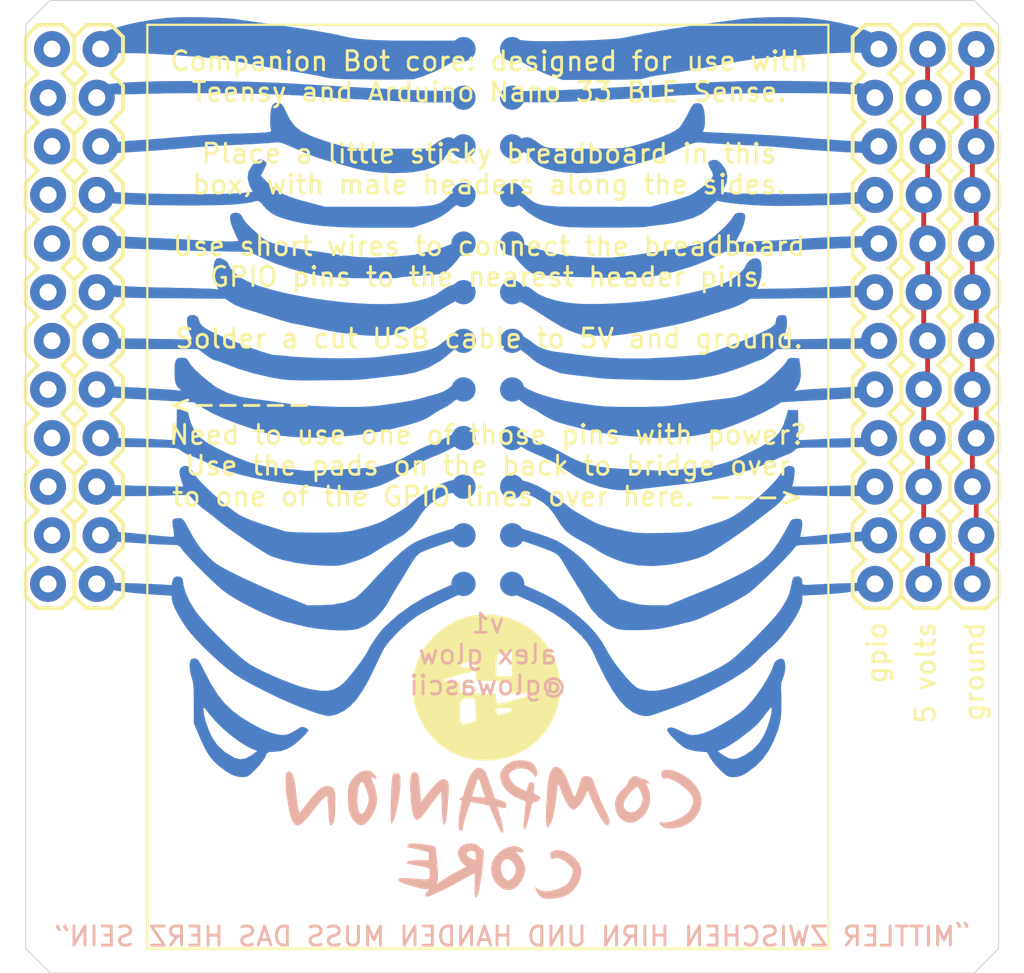
<source format=kicad_pcb>
(kicad_pcb (version 20171130) (host pcbnew "(5.1.5-0-10_14)")

  (general
    (thickness 1.6)
    (drawings 19)
    (tracks 44)
    (zones 0)
    (modules 33)
    (nets 1)
  )

  (page A4)
  (layers
    (0 F.Cu signal)
    (31 B.Cu signal)
    (32 B.Adhes user)
    (33 F.Adhes user)
    (34 B.Paste user)
    (35 F.Paste user)
    (36 B.SilkS user)
    (37 F.SilkS user)
    (38 B.Mask user)
    (39 F.Mask user)
    (40 Dwgs.User user)
    (41 Cmts.User user)
    (42 Eco1.User user)
    (43 Eco2.User user)
    (44 Edge.Cuts user)
    (45 Margin user)
    (46 B.CrtYd user)
    (47 F.CrtYd user)
    (48 B.Fab user)
    (49 F.Fab user)
  )

  (setup
    (last_trace_width 0.25)
    (trace_clearance 0.2)
    (zone_clearance 0.508)
    (zone_45_only no)
    (trace_min 0.2)
    (via_size 0.8)
    (via_drill 0.4)
    (via_min_size 0.4)
    (via_min_drill 0.3)
    (uvia_size 0.3)
    (uvia_drill 0.1)
    (uvias_allowed no)
    (uvia_min_size 0.2)
    (uvia_min_drill 0.1)
    (edge_width 0.05)
    (segment_width 0.2)
    (pcb_text_width 0.3)
    (pcb_text_size 1.5 1.5)
    (mod_edge_width 0.12)
    (mod_text_size 1 1)
    (mod_text_width 0.15)
    (pad_size 1.524 1.524)
    (pad_drill 0.762)
    (pad_to_mask_clearance 0.051)
    (solder_mask_min_width 0.25)
    (aux_axis_origin 0 0)
    (visible_elements FFFFFF7F)
    (pcbplotparams
      (layerselection 0x010fc_ffffffff)
      (usegerberextensions false)
      (usegerberattributes false)
      (usegerberadvancedattributes false)
      (creategerberjobfile false)
      (excludeedgelayer true)
      (linewidth 0.100000)
      (plotframeref false)
      (viasonmask false)
      (mode 1)
      (useauxorigin false)
      (hpglpennumber 1)
      (hpglpenspeed 20)
      (hpglpendiameter 15.000000)
      (psnegative false)
      (psa4output false)
      (plotreference true)
      (plotvalue true)
      (plotinvisibletext false)
      (padsonsilk false)
      (subtractmaskfromsilk false)
      (outputformat 1)
      (mirror false)
      (drillshape 1)
      (scaleselection 1)
      (outputdirectory ""))
  )

  (net 0 "")

  (net_class Default "This is the default net class."
    (clearance 0.2)
    (trace_width 0.25)
    (via_dia 0.8)
    (via_drill 0.4)
    (uvia_dia 0.3)
    (uvia_drill 0.1)
  )

  (module alexglow-footprints:hlogoTiny (layer F.Cu) (tedit 600E2129) (tstamp 61478FBA)
    (at 151.003 86.6775)
    (fp_text reference " " (at 0 0) (layer F.SilkS) hide
      (effects (font (size 1.524 1.524) (thickness 0.3)))
    )
    (fp_text value " " (at 0.75 0) (layer F.SilkS) hide
      (effects (font (size 1.524 1.524) (thickness 0.3)))
    )
    (fp_poly (pts (xy 0.96307 -3.698113) (xy 1.600978 -3.489318) (xy 2.182032 -3.178598) (xy 2.69637 -2.775715)
      (xy 3.134135 -2.290431) (xy 3.485466 -1.732507) (xy 3.740505 -1.111707) (xy 3.889393 -0.437792)
      (xy 3.91433 -0.194914) (xy 3.898804 0.440859) (xy 3.765829 1.070276) (xy 3.524451 1.675618)
      (xy 3.183711 2.239169) (xy 2.752655 2.74321) (xy 2.240323 3.170025) (xy 2.17371 3.215279)
      (xy 1.649073 3.495858) (xy 1.054974 3.697845) (xy 0.427584 3.813151) (xy -0.196925 3.833688)
      (xy -0.478527 3.808387) (xy -1.145466 3.658181) (xy -1.76114 3.399154) (xy -2.315181 3.04246)
      (xy -2.797226 2.599249) (xy -3.196906 2.080674) (xy -3.503857 1.497885) (xy -3.586268 1.240831)
      (xy -1.3335 1.240831) (xy -1.327858 1.566507) (xy -1.308084 1.782011) (xy -1.26991 1.903784)
      (xy -1.209067 1.948271) (xy -1.151356 1.942421) (xy -1.027018 1.908362) (xy -0.841359 1.859298)
      (xy -0.775533 1.842201) (xy -0.503316 1.771843) (xy -0.520282 1.227666) (xy 0.5715 1.227666)
      (xy 0.600035 1.390403) (xy 0.687652 1.442385) (xy 0.758683 1.426277) (xy 0.892057 1.386678)
      (xy 1.04775 1.351867) (xy 1.253105 1.28745) (xy 1.375135 1.196004) (xy 1.397 1.135224)
      (xy 1.339082 1.106846) (xy 1.187544 1.086776) (xy 0.98425 1.0795) (xy 0.76212 1.082617)
      (xy 0.638367 1.098811) (xy 0.584401 1.138346) (xy 0.57163 1.211485) (xy 0.5715 1.227666)
      (xy -0.520282 1.227666) (xy -0.521533 1.187546) (xy -0.53975 0.60325) (xy -0.846309 0.583694)
      (xy -1.060921 0.58099) (xy -1.20167 0.619346) (xy -1.283819 0.719348) (xy -1.322631 0.901582)
      (xy -1.333368 1.186635) (xy -1.3335 1.240831) (xy -3.586268 1.240831) (xy -3.707712 0.862034)
      (xy -3.795264 0.240277) (xy -3.795472 -0.315711) (xy -3.787801 -0.367228) (xy -2.2225 -0.367228)
      (xy -2.164373 -0.342718) (xy -2.011402 -0.324958) (xy -1.795706 -0.31754) (xy -1.778 -0.3175)
      (xy -1.516426 -0.308554) (xy -1.370037 -0.280463) (xy -1.32803 -0.238125) (xy -1.321467 -0.123545)
      (xy -1.312876 0.048198) (xy -1.312155 0.0635) (xy -1.30175 0.28575) (xy 0.53975 0.34925)
      (xy 0.559276 0.619125) (xy 0.584913 0.784031) (xy 0.626284 0.879493) (xy 0.644132 0.889)
      (xy 0.732795 0.872874) (xy 0.909176 0.830125) (xy 1.138927 0.769189) (xy 1.196106 0.753379)
      (xy 1.48512 0.673074) (xy 1.778253 0.592012) (xy 2.01285 0.527518) (xy 2.016125 0.526623)
      (xy 2.200326 0.466378) (xy 2.321399 0.407816) (xy 2.3495 0.376494) (xy 2.291214 0.348204)
      (xy 2.137116 0.32732) (xy 1.918344 0.317728) (xy 1.876729 0.3175) (xy 1.403958 0.3175)
      (xy 1.36525 -0.28575) (xy -0.47625 -0.34925) (xy -0.508 -0.609254) (xy -0.53975 -0.869257)
      (xy -1.381125 -0.643106) (xy -1.686833 -0.557519) (xy -1.942925 -0.479312) (xy -2.127131 -0.415788)
      (xy -2.217177 -0.37425) (xy -2.2225 -0.367228) (xy -3.787801 -0.367228) (xy -3.720224 -0.821045)
      (xy -3.632552 -1.09612) (xy -1.309525 -1.09612) (xy -1.210846 -1.044669) (xy -0.990353 -1.018056)
      (xy -0.885253 -1.016) (xy -0.67566 -1.018568) (xy -0.562984 -1.036397) (xy -0.517143 -1.084678)
      (xy -0.515325 -1.103475) (xy 0.5715 -1.103475) (xy 0.5715 -0.5715) (xy 1.397 -0.5715)
      (xy 1.397 -1.23825) (xy 1.393862 -1.511962) (xy 1.385378 -1.731219) (xy 1.372939 -1.86979)
      (xy 1.361619 -1.905) (xy 1.242834 -1.886719) (xy 1.061954 -1.841553) (xy 0.868727 -1.784021)
      (xy 0.712898 -1.728645) (xy 0.650875 -1.69756) (xy 0.604402 -1.591472) (xy 0.577918 -1.364094)
      (xy 0.5715 -1.103475) (xy -0.515325 -1.103475) (xy -0.508055 -1.178601) (xy -0.508 -1.2065)
      (xy -0.509841 -1.321659) (xy -0.534892 -1.377726) (xy -0.612444 -1.384062) (xy -0.77179 -1.350028)
      (xy -0.876756 -1.324336) (xy -1.142273 -1.24347) (xy -1.286599 -1.164892) (xy -1.309525 -1.09612)
      (xy -3.632552 -1.09612) (xy -3.559715 -1.324646) (xy -3.416173 -1.651) (xy -3.255506 -1.958811)
      (xy -3.083537 -2.217173) (xy -2.866492 -2.472412) (xy -2.671818 -2.671886) (xy -2.127245 -3.131612)
      (xy -1.54339 -3.470844) (xy -0.916452 -3.691027) (xy -0.242632 -3.793608) (xy 0.278165 -3.795221)
      (xy 0.96307 -3.698113)) (layer F.SilkS) (width 0.01))
  )

  (module cbot-breadboard:herz-whole-mask-neg-520 (layer B.Cu) (tedit 0) (tstamp 61455776)
    (at 143.51 68.707 180)
    (fp_text reference G*** (at 0 0) (layer B.SilkS) hide
      (effects (font (size 1.524 1.524) (thickness 0.3)) (justify mirror))
    )
    (fp_text value LOGO (at 0.75 0) (layer B.SilkS) hide
      (effects (font (size 1.524 1.524) (thickness 0.3)) (justify mirror))
    )
    (fp_poly (pts (xy -1.763167 3.930505) (xy -1.36169 3.862338) (xy -0.963506 3.752647) (xy -0.594295 3.607975)
      (xy -0.279736 3.434865) (xy -0.125279 3.317764) (xy 0.037514 3.174829) (xy 0.348469 3.320335)
      (xy 0.771419 3.484449) (xy 1.225476 3.601155) (xy 1.686581 3.667646) (xy 2.130674 3.681112)
      (xy 2.533695 3.638745) (xy 2.710962 3.596139) (xy 3.110098 3.443287) (xy 3.476663 3.236538)
      (xy 3.795141 2.988365) (xy 4.050017 2.711243) (xy 4.225776 2.417643) (xy 4.249667 2.359113)
      (xy 4.298236 2.215549) (xy 4.327679 2.080217) (xy 4.341 1.924384) (xy 4.341203 1.719317)
      (xy 4.335441 1.538653) (xy 4.320521 1.266573) (xy 4.295313 1.054236) (xy 4.252785 0.863749)
      (xy 4.185908 0.657217) (xy 4.157508 0.579648) (xy 3.857948 -0.088315) (xy 3.462439 -0.743594)
      (xy 2.972099 -1.384519) (xy 2.491154 -1.907155) (xy 2.288953 -2.102679) (xy 2.046508 -2.324311)
      (xy 1.776734 -2.56147) (xy 1.492545 -2.803574) (xy 1.206857 -3.040041) (xy 0.932582 -3.260292)
      (xy 0.682638 -3.453743) (xy 0.469937 -3.609815) (xy 0.307394 -3.717926) (xy 0.230529 -3.759335)
      (xy 0.040358 -3.838385) (xy -0.086179 -3.876458) (xy -0.174143 -3.873533) (xy -0.248591 -3.829591)
      (xy -0.320991 -3.758898) (xy -0.421532 -3.67026) (xy -0.580981 -3.54831) (xy -0.775093 -3.411008)
      (xy -0.928077 -3.309251) (xy -1.166686 -3.137288) (xy -1.44988 -2.904526) (xy -1.76196 -2.626519)
      (xy -2.087228 -2.318821) (xy -2.409989 -1.996987) (xy -2.714543 -1.676572) (xy -2.985194 -1.37313)
      (xy -3.206244 -1.102215) (xy -3.331127 -0.928077) (xy -3.677253 -0.353952) (xy -3.938506 0.188622)
      (xy -4.118427 0.709641) (xy -4.220558 1.219105) (xy -4.248893 1.662718) (xy -4.209762 2.168113)
      (xy -4.091785 2.617187) (xy -3.896854 3.007536) (xy -3.626862 3.336761) (xy -3.283701 3.60246)
      (xy -2.869261 3.802233) (xy -2.47328 3.916088) (xy -2.142257 3.950603) (xy -1.763167 3.930505)) (layer B.Mask) (width 0.01))
  )

  (module cbot-breadboard:coretext-520 (layer B.Cu) (tedit 0) (tstamp 614549C7)
    (at 151.47036 94.10192 180)
    (fp_text reference G*** (at 0 0) (layer B.SilkS) hide
      (effects (font (size 1.524 1.524) (thickness 0.3)) (justify mirror))
    )
    (fp_text value LOGO (at 0.75 0) (layer B.SilkS) hide
      (effects (font (size 1.524 1.524) (thickness 0.3)) (justify mirror))
    )
    (fp_poly (pts (xy -3.07786 -1.123233) (xy -2.972602 -1.185797) (xy -2.933982 -1.279571) (xy -2.93077 -1.346312)
      (xy -2.950158 -1.48917) (xy -3.011114 -1.545391) (xy -3.117831 -1.518599) (xy -3.125435 -1.514616)
      (xy -3.27137 -1.488306) (xy -3.456076 -1.532772) (xy -3.66013 -1.640326) (xy -3.864105 -1.803278)
      (xy -3.870721 -1.809617) (xy -4.012167 -1.960799) (xy -4.084964 -2.092134) (xy -4.096188 -2.235391)
      (xy -4.052916 -2.422339) (xy -4.025717 -2.505408) (xy -3.906988 -2.735934) (xy -3.718625 -2.920986)
      (xy -3.45056 -3.069101) (xy -3.289471 -3.129972) (xy -2.938202 -3.221084) (xy -2.639771 -3.241434)
      (xy -2.399816 -3.19102) (xy -2.29055 -3.130018) (xy -2.135326 -3.015257) (xy -2.170323 -3.156186)
      (xy -2.246182 -3.320171) (xy -2.37303 -3.475182) (xy -2.491154 -3.563497) (xy -2.630298 -3.612231)
      (xy -2.810966 -3.630363) (xy -3.055087 -3.619317) (xy -3.17068 -3.607581) (xy -3.529805 -3.539261)
      (xy -3.820579 -3.418417) (xy -4.06198 -3.236322) (xy -4.129142 -3.166751) (xy -4.332884 -2.89199)
      (xy -4.4696 -2.601422) (xy -4.535395 -2.31209) (xy -4.526372 -2.04104) (xy -4.439838 -1.807308)
      (xy -4.253463 -1.559851) (xy -4.024727 -1.354495) (xy -3.771771 -1.200351) (xy -3.512735 -1.106531)
      (xy -3.26576 -1.082146) (xy -3.07786 -1.123233)) (layer B.SilkS) (width 0.01))
    (fp_poly (pts (xy 1.482668 -0.766059) (xy 1.691015 -0.859778) (xy 1.834991 -1.004277) (xy 1.901831 -1.189983)
      (xy 1.905 -1.244312) (xy 1.870467 -1.414476) (xy 1.781823 -1.603709) (xy 1.661501 -1.770377)
      (xy 1.582446 -1.84295) (xy 1.451821 -1.938103) (xy 1.934853 -2.196858) (xy 2.171007 -2.327952)
      (xy 2.412199 -2.469497) (xy 2.622932 -2.600335) (xy 2.719059 -2.664256) (xy 3.020234 -2.8729)
      (xy 2.971694 -2.733659) (xy 2.951377 -2.61745) (xy 2.9428 -2.440059) (xy 2.947527 -2.237465)
      (xy 2.949069 -2.213075) (xy 2.972245 -1.894816) (xy 2.996777 -1.597401) (xy 3.021157 -1.335851)
      (xy 3.043874 -1.12519) (xy 3.063419 -0.980442) (xy 3.078283 -0.916629) (xy 3.079473 -0.915263)
      (xy 3.150827 -0.889364) (xy 3.29249 -0.855797) (xy 3.477895 -0.819487) (xy 3.680474 -0.785362)
      (xy 3.873661 -0.758347) (xy 3.991917 -0.746072) (xy 4.250198 -0.736024) (xy 4.422808 -0.756322)
      (xy 4.517545 -0.808907) (xy 4.542692 -0.883044) (xy 4.524348 -0.950441) (xy 4.495519 -0.953534)
      (xy 4.431556 -0.953276) (xy 4.294915 -0.975152) (xy 4.107053 -1.01518) (xy 3.933788 -1.057731)
      (xy 3.41923 -1.191083) (xy 3.41923 -1.611923) (xy 3.910903 -1.611923) (xy 4.221011 -1.621318)
      (xy 4.436672 -1.6497) (xy 4.559327 -1.697368) (xy 4.591538 -1.752718) (xy 4.546624 -1.776923)
      (xy 4.425254 -1.81117) (xy 4.247486 -1.850375) (xy 4.090865 -1.879683) (xy 3.814088 -1.928786)
      (xy 3.61919 -1.968977) (xy 3.491837 -2.008274) (xy 3.417694 -2.054699) (xy 3.382427 -2.116271)
      (xy 3.371702 -2.201009) (xy 3.371132 -2.282349) (xy 3.375039 -2.440123) (xy 3.396375 -2.543756)
      (xy 3.451368 -2.601952) (xy 3.556246 -2.623412) (xy 3.727238 -2.61684) (xy 3.952319 -2.594015)
      (xy 4.34566 -2.557769) (xy 4.651479 -2.543898) (xy 4.868256 -2.55221) (xy 4.994472 -2.582516)
      (xy 5.028607 -2.634625) (xy 4.969143 -2.708345) (xy 4.954157 -2.719727) (xy 4.849939 -2.773266)
      (xy 4.675205 -2.840229) (xy 4.454876 -2.913183) (xy 4.213877 -2.984694) (xy 3.977129 -3.047329)
      (xy 3.769557 -3.093655) (xy 3.627824 -3.115303) (xy 3.372378 -3.138086) (xy 3.493497 -3.233357)
      (xy 3.580499 -3.331048) (xy 3.612994 -3.428272) (xy 3.587611 -3.498231) (xy 3.529134 -3.516687)
      (xy 3.429119 -3.493437) (xy 3.257314 -3.428166) (xy 3.026876 -3.327099) (xy 2.750963 -3.196458)
      (xy 2.442733 -3.042466) (xy 2.115346 -2.871347) (xy 1.79386 -2.695965) (xy 1.554756 -2.563572)
      (xy 1.345935 -2.449665) (xy 1.182027 -2.362087) (xy 1.077664 -2.308681) (xy 1.047271 -2.295769)
      (xy 1.032021 -2.339536) (xy 1.025482 -2.450888) (xy 1.026488 -2.527788) (xy 1.029812 -2.692118)
      (xy 1.031187 -2.91008) (xy 1.030361 -3.137629) (xy 1.030109 -3.162788) (xy 1.019911 -3.388935)
      (xy 0.995721 -3.523126) (xy 0.958369 -3.563942) (xy 0.908685 -3.509961) (xy 0.873285 -3.431442)
      (xy 0.833111 -3.296249) (xy 0.786363 -3.089103) (xy 0.737442 -2.835126) (xy 0.690752 -2.559437)
      (xy 0.650694 -2.28716) (xy 0.62167 -2.043414) (xy 0.61319 -1.947168) (xy 0.594845 -1.72267)
      (xy 0.573627 -1.494623) (xy 0.560003 -1.366561) (xy 0.963896 -1.366561) (xy 0.966861 -1.489877)
      (xy 0.984256 -1.583397) (xy 1.008636 -1.611923) (xy 1.06092 -1.591701) (xy 1.168496 -1.540643)
      (xy 1.225479 -1.512024) (xy 1.351348 -1.435141) (xy 1.435755 -1.360234) (xy 1.45002 -1.337275)
      (xy 1.445149 -1.242179) (xy 1.371501 -1.166872) (xy 1.25751 -1.121462) (xy 1.13161 -1.116056)
      (xy 1.022236 -1.160762) (xy 1.003134 -1.178413) (xy 0.975831 -1.250417) (xy 0.963896 -1.366561)
      (xy 0.560003 -1.366561) (xy 0.556225 -1.331058) (xy 0.545968 -1.169358) (xy 0.5607 -1.084477)
      (xy 0.575641 -1.074615) (xy 0.636488 -1.042581) (xy 0.735937 -0.96102) (xy 0.796192 -0.903654)
      (xy 0.912584 -0.799628) (xy 1.018723 -0.749029) (xy 1.160763 -0.733354) (xy 1.222715 -0.732692)
      (xy 1.482668 -0.766059)) (layer B.SilkS) (width 0.01))
    (fp_poly (pts (xy -0.709413 -0.938709) (xy -0.443194 -1.069826) (xy -0.259048 -1.201988) (xy -0.027232 -1.445894)
      (xy 0.113681 -1.724448) (xy 0.165259 -2.040789) (xy 0.165452 -2.051538) (xy 0.134264 -2.34315)
      (xy 0.040578 -2.606542) (xy -0.103343 -2.831381) (xy -0.285233 -3.007334) (xy -0.492826 -3.124067)
      (xy -0.713858 -3.171245) (xy -0.936064 -3.138535) (xy -1.056746 -3.081284) (xy -1.250423 -2.915674)
      (xy -1.41855 -2.684876) (xy -1.543403 -2.42108) (xy -1.607257 -2.156475) (xy -1.611923 -2.073027)
      (xy -1.600618 -2.010019) (xy -1.127063 -2.010019) (xy -1.122353 -2.178786) (xy -1.095876 -2.273156)
      (xy -1.028747 -2.410047) (xy -0.931744 -2.543035) (xy -0.828662 -2.644415) (xy -0.743297 -2.686481)
      (xy -0.740837 -2.686538) (xy -0.678456 -2.661192) (xy -0.596744 -2.610304) (xy -0.467087 -2.46924)
      (xy -0.379799 -2.275463) (xy -0.340237 -2.059884) (xy -0.353755 -1.853414) (xy -0.425709 -1.686966)
      (xy -0.434796 -1.675529) (xy -0.571351 -1.559056) (xy -0.709531 -1.539267) (xy -0.854917 -1.616103)
      (xy -0.913246 -1.670656) (xy -1.059966 -1.849235) (xy -1.127063 -2.010019) (xy -1.600618 -2.010019)
      (xy -1.574587 -1.864954) (xy -1.472561 -1.631526) (xy -1.320824 -1.40393) (xy -1.252523 -1.324682)
      (xy -1.099039 -1.159556) (xy -1.306635 -1.190932) (xy -1.454756 -1.196045) (xy -1.516454 -1.157368)
      (xy -1.489695 -1.080322) (xy -1.385528 -0.980468) (xy -1.196081 -0.890982) (xy -0.965542 -0.878079)
      (xy -0.709413 -0.938709)) (layer B.SilkS) (width 0.01))
    (fp_poly (pts (xy 0.943764 3.178068) (xy 1.092969 3.04943) (xy 1.232913 2.850978) (xy 1.268766 2.784231)
      (xy 1.331487 2.644266) (xy 1.404059 2.458751) (xy 1.477416 2.254152) (xy 1.542495 2.056933)
      (xy 1.590231 1.89356) (xy 1.61156 1.790497) (xy 1.611923 1.782318) (xy 1.652957 1.705013)
      (xy 1.709615 1.674922) (xy 1.778854 1.631862) (xy 1.807561 1.571406) (xy 1.787065 1.52869)
      (xy 1.74625 1.526442) (xy 1.716694 1.531838) (xy 1.700115 1.522674) (xy 1.6977 1.482311)
      (xy 1.710635 1.394112) (xy 1.740109 1.241437) (xy 1.781044 1.038675) (xy 1.836986 0.713482)
      (xy 1.866595 0.431034) (xy 1.870642 0.200818) (xy 1.849896 0.032321) (xy 1.805128 -0.06497)
      (xy 1.737106 -0.081568) (xy 1.692305 -0.054749) (xy 1.642047 0.035078) (xy 1.642207 0.087277)
      (xy 1.634872 0.16263) (xy 1.600647 0.310563) (xy 1.54473 0.511382) (xy 1.472318 0.745396)
      (xy 1.452358 0.80644) (xy 1.242312 1.441918) (xy 0.743271 1.351143) (xy 0.53707 1.309962)
      (xy 0.37235 1.270078) (xy 0.26917 1.236779) (xy 0.24423 1.219517) (xy 0.22467 1.149888)
      (xy 0.172021 1.012477) (xy 0.095336 0.827641) (xy 0.003663 0.615734) (xy -0.093945 0.397113)
      (xy -0.18844 0.192133) (xy -0.270769 0.02115) (xy -0.331884 -0.095481) (xy -0.35778 -0.134482)
      (xy -0.43002 -0.174693) (xy -0.460102 -0.152909) (xy -0.462672 -0.085563) (xy -0.443893 0.053354)
      (xy -0.408615 0.2413) (xy -0.361686 0.455732) (xy -0.307957 0.674107) (xy -0.252277 0.873883)
      (xy -0.213108 0.995238) (xy -0.146566 1.184514) (xy -0.305302 1.149627) (xy -0.470366 1.117047)
      (xy -0.563546 1.114544) (xy -0.60747 1.147472) (xy -0.624768 1.221185) (xy -0.625258 1.225335)
      (xy -0.612962 1.341234) (xy -0.536234 1.428686) (xy -0.381984 1.498779) (xy -0.261622 1.533374)
      (xy -0.031581 1.592058) (xy 0.001308 1.6914) (xy 0.462735 1.6914) (xy 0.476432 1.666187)
      (xy 0.544659 1.659407) (xy 0.684649 1.667366) (xy 0.782216 1.675323) (xy 0.956903 1.692211)
      (xy 1.088997 1.709196) (xy 1.152481 1.722874) (xy 1.154137 1.724009) (xy 1.149026 1.776084)
      (xy 1.118316 1.894991) (xy 1.070024 2.055833) (xy 1.01217 2.233718) (xy 0.952772 2.403749)
      (xy 0.899847 2.541033) (xy 0.870079 2.605945) (xy 0.841482 2.644283) (xy 0.812951 2.635094)
      (xy 0.777366 2.565866) (xy 0.727608 2.424089) (xy 0.679101 2.27036) (xy 0.613134 2.066761)
      (xy 0.550856 1.89088) (xy 0.501953 1.76943) (xy 0.486337 1.738738) (xy 0.462735 1.6914)
      (xy 0.001308 1.6914) (xy 0.15364 2.15151) (xy 0.230246 2.377483) (xy 0.300482 2.574903)
      (xy 0.356391 2.722015) (xy 0.389238 2.79578) (xy 0.43191 2.898382) (xy 0.439615 2.946015)
      (xy 0.481073 3.042565) (xy 0.582654 3.138182) (xy 0.710173 3.206452) (xy 0.79923 3.223846)
      (xy 0.943764 3.178068)) (layer B.SilkS) (width 0.01))
    (fp_poly (pts (xy -1.028698 3.57345) (xy -0.959887 3.554894) (xy -0.766791 3.463955) (xy -0.580524 3.320581)
      (xy -0.426898 3.150043) (xy -0.331724 2.977612) (xy -0.317863 2.926335) (xy -0.315488 2.659081)
      (xy -0.399177 2.390145) (xy -0.558522 2.133247) (xy -0.783115 1.902105) (xy -1.062549 1.710437)
      (xy -1.331595 1.590133) (xy -1.478302 1.535577) (xy -1.584427 1.490155) (xy -1.617981 1.470773)
      (xy -1.628238 1.410795) (xy -1.626407 1.281262) (xy -1.61294 1.109505) (xy -1.611834 1.099038)
      (xy -1.571236 0.698773) (xy -1.545582 0.391515) (xy -1.53513 0.173694) (xy -1.540135 0.041734)
      (xy -1.560853 -0.007937) (xy -1.597542 0.021109) (xy -1.650456 0.125297) (xy -1.677059 0.189301)
      (xy -1.719114 0.317472) (xy -1.771803 0.511323) (xy -1.827241 0.740613) (xy -1.861696 0.89757)
      (xy -1.910659 1.125661) (xy -1.948063 1.274752) (xy -1.981648 1.361612) (xy -2.019151 1.403008)
      (xy -2.068309 1.415708) (xy -2.101186 1.416538) (xy -2.229224 1.450818) (xy -2.338304 1.534175)
      (xy -2.392335 1.637386) (xy -2.393462 1.653194) (xy -2.353291 1.709101) (xy -2.253267 1.776818)
      (xy -2.217139 1.795279) (xy -2.114587 1.848633) (xy -2.06579 1.902597) (xy -2.056359 1.990047)
      (xy -2.070349 2.130639) (xy -2.081425 2.295801) (xy -2.063018 2.394605) (xy -2.02277 2.445915)
      (xy -1.923703 2.481387) (xy -1.833203 2.427516) (xy -1.761573 2.292635) (xy -1.740452 2.217602)
      (xy -1.709929 2.093862) (xy -1.687637 2.019457) (xy -1.684 2.012042) (xy -1.631493 2.017114)
      (xy -1.521049 2.059178) (xy -1.379053 2.125897) (xy -1.23189 2.204934) (xy -1.112968 2.279059)
      (xy -0.98528 2.395431) (xy -0.872201 2.54667) (xy -0.789772 2.704552) (xy -0.754033 2.840853)
      (xy -0.760891 2.89857) (xy -0.81998 2.973648) (xy -0.928955 3.061656) (xy -0.961939 3.083141)
      (xy -1.177617 3.170749) (xy -1.414955 3.19408) (xy -1.648799 3.158163) (xy -1.853998 3.068025)
      (xy -2.005398 2.928694) (xy -2.041993 2.867247) (xy -2.112826 2.759172) (xy -2.173407 2.747088)
      (xy -2.221823 2.830942) (xy -2.2341 3.008256) (xy -2.181023 3.202138) (xy -2.075285 3.370399)
      (xy -2.052455 3.39393) (xy -1.859133 3.518319) (xy -1.606398 3.592305) (xy -1.320752 3.611984)
      (xy -1.028698 3.57345)) (layer B.SilkS) (width 0.01))
    (fp_poly (pts (xy -8.914796 3.111913) (xy -8.788925 3.062846) (xy -8.721083 2.968306) (xy -8.722386 2.826682)
      (xy -8.742464 2.762432) (xy -8.790553 2.672099) (xy -8.86223 2.649935) (xy -8.94306 2.663041)
      (xy -9.107303 2.657) (xy -9.317076 2.585421) (xy -9.555028 2.457532) (xy -9.803808 2.282558)
      (xy -10.030736 2.084647) (xy -10.224715 1.881716) (xy -10.342756 1.710679) (xy -10.390806 1.550154)
      (xy -10.374812 1.378754) (xy -10.300719 1.175096) (xy -10.290158 1.151727) (xy -10.200336 0.983161)
      (xy -10.093792 0.855947) (xy -9.939076 0.73531) (xy -9.87547 0.693199) (xy -9.551166 0.514458)
      (xy -9.235996 0.399103) (xy -8.949135 0.353153) (xy -8.812096 0.359408) (xy -8.664966 0.369518)
      (xy -8.60726 0.34419) (xy -8.637432 0.279036) (xy -8.74721 0.175304) (xy -8.850555 0.10198)
      (xy -8.960808 0.064335) (xy -9.115473 0.052144) (xy -9.199037 0.052114) (xy -9.400396 0.064512)
      (xy -9.595603 0.092885) (xy -9.695962 0.117336) (xy -10.051737 0.262058) (xy -10.331755 0.452343)
      (xy -10.552691 0.702124) (xy -10.698588 0.955145) (xy -10.802551 1.274064) (xy -10.811536 1.597473)
      (xy -10.72754 1.918044) (xy -10.552562 2.228448) (xy -10.288599 2.521358) (xy -10.266194 2.541594)
      (xy -10.025564 2.731535) (xy -9.776272 2.885669) (xy -9.529434 3.002385) (xy -9.296166 3.080071)
      (xy -9.087581 3.117118) (xy -8.914796 3.111913)) (layer B.SilkS) (width 0.01))
    (fp_poly (pts (xy -3.136308 3.245888) (xy -3.082816 3.218998) (xy -2.989123 3.118026) (xy -2.906148 2.933018)
      (xy -2.83765 2.677383) (xy -2.787386 2.36453) (xy -2.762484 2.075962) (xy -2.74916 1.847858)
      (xy -2.732115 1.568801) (xy -2.714211 1.285308) (xy -2.706706 1.169739) (xy -2.695151 0.898705)
      (xy -2.695391 0.641487) (xy -2.706199 0.415533) (xy -2.726347 0.238289) (xy -2.754608 0.127203)
      (xy -2.782128 0.097692) (xy -2.834741 0.134308) (xy -2.899607 0.216376) (xy -2.981826 0.3886)
      (xy -3.060355 0.641151) (xy -3.131213 0.956666) (xy -3.190415 1.317779) (xy -3.229107 1.653023)
      (xy -3.253789 1.893366) (xy -3.279244 2.101453) (xy -3.302612 2.256216) (xy -3.32103 2.336585)
      (xy -3.322347 2.339449) (xy -3.355803 2.338363) (xy -3.406757 2.245598) (xy -3.462928 2.095219)
      (xy -3.57704 1.790029) (xy -3.700319 1.518235) (xy -3.823931 1.29614) (xy -3.939042 1.140048)
      (xy -4.015358 1.075618) (xy -4.113736 1.032475) (xy -4.191317 1.043727) (xy -4.284012 1.104501)
      (xy -4.450503 1.267996) (xy -4.612896 1.49932) (xy -4.75175 1.769818) (xy -4.776855 1.830842)
      (xy -4.869646 2.067067) (xy -4.923389 1.924976) (xy -5.046364 1.619927) (xy -5.183416 1.313682)
      (xy -5.327167 1.019542) (xy -5.470239 0.750805) (xy -5.605257 0.520772) (xy -5.72484 0.342742)
      (xy -5.821614 0.230014) (xy -5.882825 0.195385) (xy -5.947326 0.235034) (xy -5.9941 0.306329)
      (xy -6.015942 0.3736) (xy -6.016482 0.450572) (xy -5.990527 0.55253) (xy -5.932881 0.694762)
      (xy -5.838351 0.892552) (xy -5.707312 1.150385) (xy -5.588123 1.403255) (xy -5.464678 1.700339)
      (xy -5.357412 1.991326) (xy -5.323252 2.095905) (xy -5.250016 2.313127) (xy -5.175716 2.502291)
      (xy -5.110454 2.639191) (xy -5.074498 2.692041) (xy -4.960106 2.757141) (xy -4.813037 2.782734)
      (xy -4.67535 2.766359) (xy -4.598924 2.71986) (xy -4.561183 2.647736) (xy -4.503187 2.506183)
      (xy -4.434275 2.318872) (xy -4.391706 2.194764) (xy -4.322714 1.994884) (xy -4.261516 1.829861)
      (xy -4.216567 1.721871) (xy -4.200541 1.693258) (xy -4.164906 1.710972) (xy -4.113372 1.800155)
      (xy -4.076937 1.888643) (xy -3.930415 2.280585) (xy -3.806385 2.589123) (xy -3.699399 2.824465)
      (xy -3.604007 2.996819) (xy -3.514762 3.116392) (xy -3.426215 3.193394) (xy -3.362558 3.227088)
      (xy -3.237781 3.264335) (xy -3.136308 3.245888)) (layer B.SilkS) (width 0.01))
    (fp_poly (pts (xy 6.744275 3.065933) (xy 7.003628 2.99283) (xy 7.238833 2.828459) (xy 7.443732 2.577573)
      (xy 7.500377 2.482535) (xy 7.562879 2.363947) (xy 7.603965 2.26092) (xy 7.627965 2.148261)
      (xy 7.639211 2.000773) (xy 7.642035 1.793263) (xy 7.64165 1.660769) (xy 7.627403 1.281043)
      (xy 7.585686 0.978454) (xy 7.511752 0.735128) (xy 7.400852 0.533189) (xy 7.312726 0.42236)
      (xy 7.136699 0.271134) (xy 6.965747 0.216625) (xy 6.800974 0.259184) (xy 6.800888 0.259233)
      (xy 6.629363 0.398667) (xy 6.461293 0.610029) (xy 6.312018 0.86828) (xy 6.19688 1.148382)
      (xy 6.149194 1.322844) (xy 6.13212 1.550859) (xy 6.556567 1.550859) (xy 6.565763 1.455247)
      (xy 6.612909 1.26747) (xy 6.68712 1.086299) (xy 6.775841 0.932888) (xy 6.866514 0.828387)
      (xy 6.946584 0.793949) (xy 6.957011 0.796168) (xy 7.013857 0.848024) (xy 7.079664 0.95027)
      (xy 7.082692 0.956107) (xy 7.121183 1.089578) (xy 7.144577 1.291218) (xy 7.153079 1.532706)
      (xy 7.146897 1.785725) (xy 7.126238 2.021957) (xy 7.091307 2.213082) (xy 7.073091 2.271346)
      (xy 6.999905 2.420897) (xy 6.92662 2.473763) (xy 6.849701 2.429828) (xy 6.76561 2.288978)
      (xy 6.752808 2.260945) (xy 6.636594 1.973235) (xy 6.57281 1.743562) (xy 6.556567 1.550859)
      (xy 6.13212 1.550859) (xy 6.12614 1.630715) (xy 6.174842 1.97593) (xy 6.291237 2.334232)
      (xy 6.335223 2.433215) (xy 6.408402 2.603039) (xy 6.429154 2.697578) (xy 6.396685 2.724476)
      (xy 6.310203 2.691379) (xy 6.308548 2.690496) (xy 6.206189 2.644119) (xy 6.162355 2.655204)
      (xy 6.154615 2.705901) (xy 6.188933 2.776087) (xy 6.27609 2.877143) (xy 6.333488 2.931164)
      (xy 6.456374 3.027711) (xy 6.562186 3.068554) (xy 6.700065 3.069814) (xy 6.744275 3.065933)) (layer B.SilkS) (width 0.01))
    (fp_poly (pts (xy 10.825465 2.988542) (xy 10.861905 2.918558) (xy 10.879343 2.795184) (xy 10.889009 2.605198)
      (xy 10.891274 2.378724) (xy 10.886506 2.145887) (xy 10.875073 1.936811) (xy 10.857345 1.781621)
      (xy 10.847446 1.737506) (xy 10.82012 1.618642) (xy 10.787976 1.437047) (xy 10.756951 1.227091)
      (xy 10.749937 1.173179) (xy 10.695953 0.874016) (xy 10.617522 0.612336) (xy 10.521629 0.404059)
      (xy 10.415263 0.265103) (xy 10.329429 0.215059) (xy 10.23994 0.210874) (xy 10.141093 0.247528)
      (xy 10.024196 0.332792) (xy 9.880553 0.474439) (xy 9.701471 0.680238) (xy 9.478254 0.957963)
      (xy 9.431703 1.017493) (xy 9.206345 1.301209) (xy 9.030551 1.509323) (xy 8.898915 1.646996)
      (xy 8.80603 1.719384) (xy 8.746491 1.731647) (xy 8.71801 1.69851) (xy 8.70726 1.629461)
      (xy 8.693559 1.482097) (xy 8.678414 1.275697) (xy 8.663334 1.029537) (xy 8.65806 0.932024)
      (xy 8.638801 0.622686) (xy 8.616362 0.403938) (xy 8.587923 0.268674) (xy 8.550664 0.209792)
      (xy 8.501765 0.220189) (xy 8.438405 0.29276) (xy 8.416863 0.324514) (xy 8.380961 0.39455)
      (xy 8.354791 0.489424) (xy 8.336314 0.626031) (xy 8.323489 0.821267) (xy 8.314276 1.092027)
      (xy 8.311821 1.194566) (xy 8.307011 1.529465) (xy 8.311921 1.78039) (xy 8.329955 1.960851)
      (xy 8.364513 2.084364) (xy 8.418998 2.164439) (xy 8.496813 2.21459) (xy 8.575411 2.241494)
      (xy 8.719922 2.264847) (xy 8.860455 2.247843) (xy 9.005718 2.183641) (xy 9.164417 2.065402)
      (xy 9.345261 1.886285) (xy 9.556957 1.63945) (xy 9.808211 1.318057) (xy 9.891346 1.207757)
      (xy 10.006948 1.058223) (xy 10.101751 0.944473) (xy 10.160071 0.885009) (xy 10.168748 0.880447)
      (xy 10.200544 0.92606) (xy 10.235786 1.056745) (xy 10.272352 1.260039) (xy 10.30812 1.523482)
      (xy 10.340968 1.83461) (xy 10.351498 1.953846) (xy 10.395235 2.326547) (xy 10.456663 2.626538)
      (xy 10.533648 2.847635) (xy 10.624056 2.983656) (xy 10.722546 3.028462) (xy 10.825465 2.988542)) (layer B.SilkS) (width 0.01))
    (fp_poly (pts (xy 4.277838 2.954238) (xy 4.34537 2.862367) (xy 4.348516 2.85432) (xy 4.375676 2.719635)
      (xy 4.389614 2.509505) (xy 4.391559 2.245099) (xy 4.382744 1.94759) (xy 4.364397 1.638148)
      (xy 4.337751 1.337945) (xy 4.304036 1.068152) (xy 4.264483 0.84994) (xy 4.224039 0.713044)
      (xy 4.161363 0.586057) (xy 4.095337 0.512185) (xy 4.018413 0.496001) (xy 3.923041 0.542078)
      (xy 3.801672 0.654986) (xy 3.646755 0.839299) (xy 3.450742 1.099589) (xy 3.345321 1.245225)
      (xy 3.150288 1.51495) (xy 3.004077 1.712314) (xy 2.900106 1.845421) (xy 2.831794 1.922373)
      (xy 2.792559 1.951273) (xy 2.777338 1.944517) (xy 2.773399 1.893192) (xy 2.766822 1.760505)
      (xy 2.758316 1.56273) (xy 2.748589 1.316142) (xy 2.740703 1.102976) (xy 2.724441 0.75105)
      (xy 2.703901 0.493792) (xy 2.678236 0.328235) (xy 2.646602 0.251416) (xy 2.608155 0.260368)
      (xy 2.562048 0.352127) (xy 2.54251 0.407587) (xy 2.520939 0.51009) (xy 2.495318 0.690814)
      (xy 2.467877 0.930488) (xy 2.440847 1.209843) (xy 2.419224 1.472521) (xy 2.394392 1.824943)
      (xy 2.381602 2.092823) (xy 2.383035 2.288811) (xy 2.400876 2.42556) (xy 2.437306 2.515719)
      (xy 2.494509 2.571941) (xy 2.574666 2.606876) (xy 2.616949 2.618558) (xy 2.724277 2.616603)
      (xy 2.850266 2.556227) (xy 3.00214 2.431267) (xy 3.187119 2.235558) (xy 3.412427 1.962933)
      (xy 3.468077 1.892083) (xy 3.834423 1.422227) (xy 3.888167 2.11544) (xy 3.910102 2.371778)
      (xy 3.933294 2.597942) (xy 3.955382 2.773673) (xy 3.974008 2.87871) (xy 3.978874 2.894135)
      (xy 4.058485 2.963139) (xy 4.158358 2.979615) (xy 4.277838 2.954238)) (layer B.SilkS) (width 0.01))
    (fp_poly (pts (xy 5.141026 2.921655) (xy 5.236094 2.905582) (xy 5.288348 2.863354) (xy 5.317583 2.768365)
      (xy 5.334129 2.662115) (xy 5.350952 2.502848) (xy 5.366192 2.284806) (xy 5.379529 2.023846)
      (xy 5.390647 1.735827) (xy 5.399225 1.436605) (xy 5.404947 1.142038) (xy 5.407492 0.867984)
      (xy 5.406544 0.6303) (xy 5.401783 0.444843) (xy 5.392891 0.327471) (xy 5.381699 0.293077)
      (xy 5.338693 0.335096) (xy 5.279715 0.443768) (xy 5.232958 0.555785) (xy 5.15779 0.791922)
      (xy 5.087528 1.077224) (xy 5.024776 1.39246) (xy 4.972137 1.718395) (xy 4.932213 2.035798)
      (xy 4.907608 2.325436) (xy 4.900924 2.568074) (xy 4.914764 2.744481) (xy 4.92929 2.79954)
      (xy 4.982257 2.894959) (xy 5.063721 2.924963) (xy 5.141026 2.921655)) (layer B.SilkS) (width 0.01))
    (fp_poly (pts (xy -7.233375 2.752983) (xy -7.122006 2.676638) (xy -7.03393 2.581291) (xy -6.997394 2.493037)
      (xy -7.000949 2.471202) (xy -6.979539 2.409194) (xy -6.900068 2.300795) (xy -6.777076 2.164984)
      (xy -6.731316 2.119239) (xy -6.531643 1.907871) (xy -6.401995 1.723833) (xy -6.329798 1.542291)
      (xy -6.302479 1.33841) (xy -6.301154 1.269623) (xy -6.338847 0.993772) (xy -6.442645 0.753258)
      (xy -6.598631 0.558858) (xy -6.792884 0.421351) (xy -7.011486 0.351518) (xy -7.240518 0.360136)
      (xy -7.399873 0.418766) (xy -7.659333 0.584019) (xy -7.851987 0.784238) (xy -7.9876 1.007685)
      (xy -8.098415 1.315023) (xy -8.126323 1.548018) (xy -7.742994 1.548018) (xy -7.715253 1.407479)
      (xy -7.621523 1.188321) (xy -7.482551 1.022029) (xy -7.315474 0.916793) (xy -7.13743 0.880803)
      (xy -6.965557 0.922246) (xy -6.860665 0.999126) (xy -6.760811 1.143035) (xy -6.739891 1.304228)
      (xy -6.79937 1.493394) (xy -6.940717 1.721223) (xy -6.964106 1.752809) (xy -7.094873 1.914699)
      (xy -7.226148 2.057637) (xy -7.330282 2.151593) (xy -7.333342 2.153801) (xy -7.432884 2.218401)
      (xy -7.489192 2.226073) (xy -7.535795 2.180314) (xy -7.53948 2.17531) (xy -7.590568 2.082217)
      (xy -7.653116 1.937561) (xy -7.685065 1.852628) (xy -7.735191 1.68311) (xy -7.742994 1.548018)
      (xy -8.126323 1.548018) (xy -8.137297 1.639626) (xy -8.103491 1.952958) (xy -8.018737 2.185865)
      (xy -7.911092 2.393462) (xy -8.021988 2.395005) (xy -8.089965 2.399912) (xy -8.093412 2.424682)
      (xy -8.028219 2.488515) (xy -7.995834 2.517121) (xy -7.876063 2.59839) (xy -7.763502 2.638431)
      (xy -7.751604 2.639246) (xy -7.626366 2.669886) (xy -7.549607 2.712515) (xy -7.425396 2.770504)
      (xy -7.33979 2.784231) (xy -7.233375 2.752983)) (layer B.SilkS) (width 0.01))
  )

  (module cbot-breadboard:bow-smol-neg-385 (layer B.Cu) (tedit 0) (tstamp 61454772)
    (at 151.19096 71.5772 180)
    (fp_text reference G*** (at 0 0) (layer B.SilkS) hide
      (effects (font (size 1.524 1.524) (thickness 0.3)) (justify mirror))
    )
    (fp_text value LOGO (at 0.75 0) (layer B.SilkS) hide
      (effects (font (size 1.524 1.524) (thickness 0.3)) (justify mirror))
    )
    (fp_poly (pts (xy -15.046712 -13.673173) (xy -14.914232 -13.805664) (xy -14.865867 -13.916127) (xy -14.760998 -14.21244)
      (xy -14.581268 -14.57327) (xy -14.345417 -14.970134) (xy -14.072186 -15.374548) (xy -13.780316 -15.758031)
      (xy -13.488548 -16.0921) (xy -13.332296 -16.246877) (xy -13.076531 -16.455622) (xy -12.743065 -16.687705)
      (xy -12.364386 -16.924299) (xy -11.972979 -17.146579) (xy -11.601333 -17.335716) (xy -11.281933 -17.472884)
      (xy -11.133308 -17.521241) (xy -10.821772 -17.590837) (xy -10.577339 -17.602092) (xy -10.346183 -17.548633)
      (xy -10.074479 -17.424088) (xy -10.00633 -17.387819) (xy -9.716815 -17.254355) (xy -9.494981 -17.199479)
      (xy -9.352825 -17.224172) (xy -9.30234 -17.329413) (xy -9.302338 -17.330329) (xy -9.349736 -17.436085)
      (xy -9.474515 -17.597348) (xy -9.650549 -17.787789) (xy -9.851713 -17.981079) (xy -10.051884 -18.15089)
      (xy -10.224935 -18.270892) (xy -10.248326 -18.283694) (xy -10.456451 -18.361251) (xy -10.731244 -18.424202)
      (xy -10.945717 -18.452646) (xy -11.389846 -18.489881) (xy -11.541398 -18.775559) (xy -11.666214 -18.964175)
      (xy -11.852224 -19.192001) (xy -12.060783 -19.41198) (xy -12.076123 -19.426723) (xy -12.275097 -19.610727)
      (xy -12.419054 -19.719857) (xy -12.545327 -19.77348) (xy -12.691249 -19.790964) (xy -12.780627 -19.792207)
      (xy -13.023832 -19.769518) (xy -13.248646 -19.687689) (xy -13.439078 -19.577792) (xy -13.890619 -19.248533)
      (xy -14.26796 -18.874552) (xy -14.586637 -18.434299) (xy -14.862189 -17.906226) (xy -15.110151 -17.268781)
      (xy -15.115808 -17.252207) (xy -15.215507 -16.834933) (xy -15.266434 -16.309318) (xy -15.266802 -16.214067)
      (xy -14.765342 -16.214067) (xy -14.757755 -16.391318) (xy -14.704522 -16.652246) (xy -14.615953 -16.961033)
      (xy -14.50236 -17.281861) (xy -14.374053 -17.57891) (xy -14.370151 -17.586943) (xy -14.102736 -18.024901)
      (xy -13.760313 -18.377398) (xy -13.326753 -18.666414) (xy -13.010751 -18.812099) (xy -12.747315 -18.859071)
      (xy -12.501083 -18.806995) (xy -12.237563 -18.656153) (xy -11.936203 -18.443735) (xy -12.271509 -18.295755)
      (xy -12.500656 -18.173152) (xy -12.795098 -17.985136) (xy -13.122792 -17.755377) (xy -13.451694 -17.507543)
      (xy -13.749763 -17.265304) (xy -13.984955 -17.052329) (xy -14.059021 -16.97537) (xy -14.232118 -16.771046)
      (xy -14.422167 -16.52882) (xy -14.515232 -16.402627) (xy -14.644278 -16.231183) (xy -14.71948 -16.160085)
      (xy -14.756503 -16.177522) (xy -14.765342 -16.214067) (xy -15.266802 -16.214067) (xy -15.268906 -15.669989)
      (xy -15.241034 -15.138666) (xy -15.267791 -14.844948) (xy -15.339844 -14.644526) (xy -15.418317 -14.427267)
      (xy -15.459623 -14.176819) (xy -15.462965 -13.93367) (xy -15.427544 -13.738306) (xy -15.35975 -13.635394)
      (xy -15.210156 -13.607925) (xy -15.046712 -13.673173)) (layer B.Cu) (width 0.01))
    (fp_poly (pts (xy 15.420721 -13.602524) (xy 15.432275 -13.603807) (xy 15.535437 -13.629111) (xy 15.589977 -13.697872)
      (xy 15.615823 -13.846138) (xy 15.623482 -13.949664) (xy 15.599581 -14.314239) (xy 15.527905 -14.576417)
      (xy 15.480869 -14.725438) (xy 15.447565 -14.906071) (xy 15.42584 -15.142744) (xy 15.41354 -15.459883)
      (xy 15.408511 -15.881916) (xy 15.408319 -15.932727) (xy 15.404935 -16.988311) (xy 15.136316 -17.62217)
      (xy 14.940046 -18.067026) (xy 14.766537 -18.412282) (xy 14.598756 -18.684141) (xy 14.419668 -18.908806)
      (xy 14.21224 -19.112482) (xy 14.111077 -19.199314) (xy 13.752613 -19.475974) (xy 13.447819 -19.65889)
      (xy 13.171679 -19.760238) (xy 12.899175 -19.792192) (xy 12.892741 -19.792207) (xy 12.739629 -19.786173)
      (xy 12.618919 -19.755625) (xy 12.49874 -19.681897) (xy 12.347222 -19.546322) (xy 12.170842 -19.369387)
      (xy 11.970918 -19.148694) (xy 11.80103 -18.930719) (xy 11.68964 -18.752999) (xy 11.670593 -18.709646)
      (xy 11.609015 -18.565236) (xy 11.532023 -18.495917) (xy 11.393919 -18.47426) (xy 11.275881 -18.472727)
      (xy 10.882103 -18.434696) (xy 12.089323 -18.434696) (xy 12.39445 -18.651633) (xy 12.702719 -18.819825)
      (xy 12.993527 -18.864791) (xy 13.289184 -18.789115) (xy 13.346523 -18.761931) (xy 13.836692 -18.454504)
      (xy 14.219388 -18.07842) (xy 14.46774 -17.698134) (xy 14.643401 -17.318736) (xy 14.784226 -16.926619)
      (xy 14.8774 -16.563006) (xy 14.91013 -16.275186) (xy 14.904936 -16.185898) (xy 14.878629 -16.164015)
      (xy 14.815121 -16.220677) (xy 14.698322 -16.367027) (xy 14.611279 -16.482148) (xy 14.301275 -16.848716)
      (xy 13.922648 -17.225061) (xy 13.505233 -17.586706) (xy 13.078863 -17.909175) (xy 12.673373 -18.16799)
      (xy 12.375635 -18.316276) (xy 12.089323 -18.434696) (xy 10.882103 -18.434696) (xy 10.869916 -18.433519)
      (xy 10.502831 -18.306831) (xy 10.144316 -18.079069) (xy 9.873022 -17.843479) (xy 9.679963 -17.652323)
      (xy 9.530223 -17.490046) (xy 9.445496 -17.380847) (xy 9.434286 -17.354082) (xy 9.487833 -17.276556)
      (xy 9.596518 -17.208447) (xy 9.748736 -17.170119) (xy 9.895783 -17.224874) (xy 9.922179 -17.241612)
      (xy 10.215137 -17.424829) (xy 10.437434 -17.537975) (xy 10.621755 -17.593017) (xy 10.800783 -17.601921)
      (xy 10.885699 -17.594377) (xy 11.164281 -17.546854) (xy 11.443973 -17.464729) (xy 11.75491 -17.336314)
      (xy 12.127231 -17.14992) (xy 12.365437 -17.02048) (xy 12.936769 -16.674806) (xy 13.416935 -16.313412)
      (xy 13.828671 -15.911874) (xy 14.19471 -15.445766) (xy 14.537787 -14.890665) (xy 14.782743 -14.423391)
      (xy 14.949816 -14.090674) (xy 15.07411 -13.859639) (xy 15.169486 -13.712797) (xy 15.249806 -13.632657)
      (xy 15.328931 -13.60173) (xy 15.420721 -13.602524)) (layer B.Cu) (width 0.01))
    (fp_poly (pts (xy -15.9319 -9.3466) (xy -15.862877 -9.434024) (xy -15.821588 -9.59922) (xy -15.749637 -9.951559)
      (xy -15.667982 -10.234669) (xy -15.55801 -10.493609) (xy -15.401105 -10.773438) (xy -15.2185 -11.058991)
      (xy -15.072422 -11.252105) (xy -14.847448 -11.514388) (xy -14.562633 -11.826603) (xy -14.237032 -12.169512)
      (xy -13.889702 -12.523876) (xy -13.539698 -12.870459) (xy -13.206074 -13.190021) (xy -12.907886 -13.463326)
      (xy -12.66419 -13.671135) (xy -12.535065 -13.768121) (xy -12.103903 -14.031309) (xy -11.581505 -14.304499)
      (xy -11.005888 -14.571169) (xy -10.415071 -14.814798) (xy -9.847071 -15.018865) (xy -9.339907 -15.166848)
      (xy -9.287267 -15.179509) (xy -8.967099 -15.24999) (xy -8.728484 -15.287506) (xy -8.526127 -15.295414)
      (xy -8.314732 -15.277076) (xy -8.198696 -15.26024) (xy -7.954461 -15.215249) (xy -7.780585 -15.155198)
      (xy -7.626885 -15.054044) (xy -7.443179 -14.885742) (xy -7.4052 -14.848427) (xy -7.146685 -14.571098)
      (xy -6.86881 -14.236533) (xy -6.599985 -13.882173) (xy -6.368619 -13.545462) (xy -6.203536 -13.264656)
      (xy -5.9169 -12.759571) (xy -5.593069 -12.30808) (xy -5.207472 -11.881459) (xy -4.735534 -11.450985)
      (xy -4.457567 -11.223786) (xy -3.990792 -10.876611) (xy -3.509517 -10.569517) (xy -2.978015 -10.28189)
      (xy -2.360559 -9.993117) (xy -2.213821 -9.929189) (xy -1.898701 -9.791136) (xy -1.623812 -9.666515)
      (xy -1.413735 -9.566781) (xy -1.293051 -9.503387) (xy -1.27768 -9.492945) (xy -1.155055 -9.449357)
      (xy -1.010094 -9.446012) (xy -0.872434 -9.487207) (xy -0.814841 -9.596703) (xy -0.805275 -9.665194)
      (xy -0.807992 -9.815613) (xy -0.861686 -9.939377) (xy -0.984847 -10.053576) (xy -1.195965 -10.175296)
      (xy -1.513531 -10.321627) (xy -1.517403 -10.323314) (xy -2.024293 -10.546847) (xy -2.433512 -10.734518)
      (xy -2.770063 -10.899059) (xy -3.058951 -11.053199) (xy -3.325178 -11.209668) (xy -3.588788 -11.37793)
      (xy -3.831089 -11.542086) (xy -4.032166 -11.686875) (xy -4.165765 -11.79291) (xy -4.204344 -11.832443)
      (xy -4.282248 -11.917816) (xy -4.427633 -12.048342) (xy -4.542512 -12.142642) (xy -4.823992 -12.406644)
      (xy -5.100426 -12.73647) (xy -5.338067 -13.08701) (xy -5.503166 -13.413157) (xy -5.51367 -13.44074)
      (xy -5.586252 -13.612725) (xy -5.706662 -13.870502) (xy -5.860193 -14.183674) (xy -6.032137 -14.521847)
      (xy -6.09696 -14.646233) (xy -6.456704 -15.274136) (xy -6.810594 -15.774078) (xy -7.161939 -16.149726)
      (xy -7.514051 -16.404749) (xy -7.790038 -16.521897) (xy -7.995606 -16.580129) (xy -8.153107 -16.60869)
      (xy -8.301078 -16.604373) (xy -8.478059 -16.563971) (xy -8.722588 -16.484278) (xy -8.873507 -16.431744)
      (xy -9.383021 -16.251516) (xy -9.801424 -16.097468) (xy -10.163157 -15.955196) (xy -10.502659 -15.810294)
      (xy -10.85437 -15.648358) (xy -11.252731 -15.454981) (xy -11.487051 -15.338564) (xy -12.100629 -15.019566)
      (xy -12.655561 -14.70592) (xy -13.138306 -14.406379) (xy -13.535328 -14.129696) (xy -13.833087 -13.884625)
      (xy -13.986455 -13.722646) (xy -14.130996 -13.563775) (xy -14.340753 -13.361673) (xy -14.576463 -13.153699)
      (xy -14.639 -13.101762) (xy -14.944854 -12.82122) (xy -15.254354 -12.483651) (xy -15.552655 -12.111071)
      (xy -15.824915 -11.725495) (xy -16.05629 -11.34894) (xy -16.231936 -11.00342) (xy -16.33701 -10.710952)
      (xy -16.360631 -10.548253) (xy -16.361558 -10.309753) (xy -17.268701 -10.262908) (xy -17.838152 -10.225715)
      (xy -18.394702 -10.17488) (xy -18.918141 -10.113345) (xy -19.388259 -10.044051) (xy -19.784846 -9.96994)
      (xy -20.087692 -9.893953) (xy -20.261729 -9.827279) (xy -20.415746 -9.720119) (xy -20.488526 -9.619616)
      (xy -20.477291 -9.550919) (xy -20.379263 -9.539181) (xy -20.29072 -9.564824) (xy -20.176797 -9.58565)
      (xy -19.954855 -9.607517) (xy -19.648793 -9.62876) (xy -19.282512 -9.647713) (xy -18.891107 -9.662369)
      (xy -18.443075 -9.676937) (xy -17.988107 -9.693243) (xy -17.563269 -9.709854) (xy -17.20563 -9.725338)
      (xy -17.004805 -9.735294) (xy -16.710067 -9.750173) (xy -16.522692 -9.753177) (xy -16.418306 -9.739897)
      (xy -16.372536 -9.705923) (xy -16.361009 -9.646845) (xy -16.360548 -9.618734) (xy -16.322167 -9.417937)
      (xy -16.205829 -9.321339) (xy -16.058997 -9.313548) (xy -15.9319 -9.3466)) (layer B.Cu) (width 0.01))
    (fp_poly (pts (xy 16.46733 -9.406552) (xy 16.526165 -9.564739) (xy 16.571266 -9.770082) (xy 17.109659 -9.735563)
      (xy 17.348001 -9.722736) (xy 17.686682 -9.707844) (xy 18.094135 -9.692109) (xy 18.538791 -9.676748)
      (xy 18.989084 -9.662982) (xy 18.989334 -9.662975) (xy 19.407042 -9.64834) (xy 19.788329 -9.629767)
      (xy 20.110278 -9.608788) (xy 20.349972 -9.586934) (xy 20.484496 -9.565737) (xy 20.495124 -9.56236)
      (xy 20.612092 -9.53005) (xy 20.643176 -9.570268) (xy 20.63745 -9.614989) (xy 20.565869 -9.724836)
      (xy 20.436317 -9.815933) (xy 20.213331 -9.894454) (xy 19.880103 -9.973754) (xy 19.458273 -10.050434)
      (xy 18.96948 -10.121096) (xy 18.435366 -10.18234) (xy 17.877569 -10.230769) (xy 17.730519 -10.240895)
      (xy 16.55948 -10.316989) (xy 16.559428 -10.485897) (xy 16.519843 -10.684177) (xy 16.408676 -10.962693)
      (xy 16.237172 -11.298965) (xy 16.016575 -11.670514) (xy 15.814925 -11.974285) (xy 15.585347 -12.268964)
      (xy 15.273922 -12.618633) (xy 14.905 -12.999974) (xy 14.502931 -13.389667) (xy 14.092066 -13.764395)
      (xy 13.696755 -14.100838) (xy 13.341348 -14.375678) (xy 13.216271 -14.462836) (xy 12.876088 -14.673662)
      (xy 12.44154 -14.917471) (xy 11.941476 -15.180038) (xy 11.404742 -15.447135) (xy 10.860187 -15.704536)
      (xy 10.336659 -15.938014) (xy 9.863006 -16.133343) (xy 9.71255 -16.190731) (xy 9.359876 -16.320859)
      (xy 9.09988 -16.413718) (xy 8.90193 -16.479) (xy 8.735397 -16.526397) (xy 8.569651 -16.565602)
      (xy 8.444675 -16.59193) (xy 8.290205 -16.589449) (xy 8.073244 -16.546391) (xy 7.93111 -16.503033)
      (xy 7.579305 -16.336413) (xy 7.247879 -16.086743) (xy 6.92859 -15.744088) (xy 6.613195 -15.298516)
      (xy 6.293452 -14.740093) (xy 6.034609 -14.217402) (xy 5.886041 -13.90175) (xy 5.737379 -13.586842)
      (xy 5.610053 -13.318034) (xy 5.551411 -13.194805) (xy 5.399608 -12.949274) (xy 5.16261 -12.653012)
      (xy 4.86409 -12.329839) (xy 4.527721 -12.003578) (xy 4.177176 -11.69805) (xy 3.836127 -11.437078)
      (xy 3.738753 -11.370739) (xy 3.543219 -11.251817) (xy 3.276024 -11.102976) (xy 2.959835 -10.935396)
      (xy 2.617318 -10.760257) (xy 2.27114 -10.588739) (xy 1.943968 -10.432022) (xy 1.658469 -10.301287)
      (xy 1.437309 -10.207713) (xy 1.303154 -10.16248) (xy 1.28408 -10.16) (xy 1.166373 -10.103713)
      (xy 1.048591 -9.96614) (xy 0.961809 -9.794215) (xy 0.936991 -9.635814) (xy 1.003811 -9.492541)
      (xy 1.156211 -9.445645) (xy 1.388933 -9.495804) (xy 1.536004 -9.558565) (xy 1.713802 -9.641177)
      (xy 1.973504 -9.758118) (xy 2.275723 -9.891775) (xy 2.494952 -9.987354) (xy 3.321853 -10.381657)
      (xy 4.054582 -10.813134) (xy 4.730303 -11.306232) (xy 5.386179 -11.885396) (xy 5.398936 -11.897629)
      (xy 5.558187 -12.071262) (xy 5.747259 -12.307812) (xy 5.942225 -12.573587) (xy 6.119161 -12.834898)
      (xy 6.254142 -13.058051) (xy 6.317556 -13.191236) (xy 6.386451 -13.322341) (xy 6.520764 -13.528812)
      (xy 6.701191 -13.784857) (xy 6.908429 -14.064684) (xy 7.123177 -14.342502) (xy 7.326131 -14.592519)
      (xy 7.497989 -14.788944) (xy 7.564406 -14.857239) (xy 7.833639 -15.078499) (xy 8.117366 -15.221709)
      (xy 8.437724 -15.290023) (xy 8.81685 -15.286594) (xy 9.276881 -15.214574) (xy 9.581725 -15.144553)
      (xy 9.926999 -15.042519) (xy 10.347156 -14.893506) (xy 10.810481 -14.711169) (xy 11.285256 -14.509166)
      (xy 11.739765 -14.301154) (xy 12.142292 -14.100791) (xy 12.461119 -13.921734) (xy 12.54271 -13.869547)
      (xy 12.804826 -13.673912) (xy 13.128549 -13.400975) (xy 13.493108 -13.071309) (xy 13.877732 -12.705482)
      (xy 14.261652 -12.324066) (xy 14.624097 -11.947631) (xy 14.944298 -11.596749) (xy 15.201483 -11.291989)
      (xy 15.355653 -11.083636) (xy 15.644118 -10.5998) (xy 15.848218 -10.149611) (xy 15.960053 -9.752112)
      (xy 15.978818 -9.581287) (xy 16.009024 -9.417729) (xy 16.100506 -9.339332) (xy 16.141246 -9.32677)
      (xy 16.341764 -9.314255) (xy 16.46733 -9.406552)) (layer B.Cu) (width 0.01))
    (fp_poly (pts (xy -15.86774 -6.327244) (xy -15.762415 -6.39948) (xy -15.450374 -6.971316) (xy -15.173512 -7.440244)
      (xy -14.914461 -7.824388) (xy -14.655849 -8.141874) (xy -14.380306 -8.410825) (xy -14.070462 -8.649366)
      (xy -13.708947 -8.875621) (xy -13.278389 -9.107715) (xy -13.062824 -9.216242) (xy -12.715903 -9.387072)
      (xy -12.389744 -9.545278) (xy -12.111846 -9.677694) (xy -11.909713 -9.771154) (xy -11.842338 -9.800544)
      (xy -11.695506 -9.860982) (xy -11.452035 -9.960581) (xy -11.137547 -10.088885) (xy -10.777667 -10.235438)
      (xy -10.459148 -10.364951) (xy -9.339855 -10.81974) (xy -8.61528 -10.81974) (xy -8.228075 -10.812509)
      (xy -7.920012 -10.786264) (xy -7.638845 -10.734175) (xy -7.347152 -10.653946) (xy -6.803598 -10.488152)
      (xy -5.973464 -9.611153) (xy -5.701131 -9.321493) (xy -5.455144 -9.056195) (xy -5.252153 -8.833508)
      (xy -5.108811 -8.671678) (xy -5.044805 -8.593491) (xy -4.914457 -8.449635) (xy -4.701618 -8.259398)
      (xy -4.436086 -8.045691) (xy -4.147659 -7.831425) (xy -3.866137 -7.639511) (xy -3.621319 -7.492859)
      (xy -3.595584 -7.479267) (xy -3.453948 -7.409705) (xy -3.293747 -7.340188) (xy -3.098023 -7.264854)
      (xy -2.849819 -7.177838) (xy -2.532176 -7.073278) (xy -2.128138 -6.945309) (xy -1.620745 -6.788068)
      (xy -1.404122 -6.721511) (xy -1.214455 -6.697564) (xy -1.044825 -6.730846) (xy -0.938975 -6.8087)
      (xy -0.923636 -6.860515) (xy -0.9849 -7.07187) (xy -1.150608 -7.242959) (xy -1.346841 -7.33239)
      (xy -1.617855 -7.41303) (xy -1.953116 -7.521912) (xy -2.318738 -7.647032) (xy -2.680839 -7.776384)
      (xy -3.005535 -7.897962) (xy -3.258941 -7.999762) (xy -3.364675 -8.04733) (xy -3.522891 -8.137847)
      (xy -3.6524 -8.252476) (xy -3.779936 -8.421595) (xy -3.932229 -8.675585) (xy -3.958442 -8.722133)
      (xy -4.145332 -9.044961) (xy -4.362842 -9.404862) (xy -4.567356 -9.729828) (xy -4.588829 -9.762866)
      (xy -4.768375 -10.048303) (xy -4.946306 -10.348472) (xy -5.090201 -10.608289) (xy -5.116621 -10.659617)
      (xy -5.370431 -11.052636) (xy -5.714419 -11.429027) (xy -6.10879 -11.749434) (xy -6.38724 -11.916168)
      (xy -6.554703 -11.996467) (xy -6.703613 -12.050806) (xy -6.866799 -12.084648) (xy -7.077087 -12.103456)
      (xy -7.367307 -12.112694) (xy -7.587013 -12.115841) (xy -7.963167 -12.112315) (xy -8.347309 -12.095367)
      (xy -8.689954 -12.067868) (xy -8.906494 -12.039246) (xy -9.224716 -11.978393) (xy -9.561661 -11.905587)
      (xy -9.813219 -11.844502) (xy -10.046973 -11.784025) (xy -10.241388 -11.735702) (xy -10.341011 -11.712872)
      (xy -10.517701 -11.673437) (xy -10.692316 -11.622915) (xy -10.886928 -11.552338) (xy -11.123607 -11.452738)
      (xy -11.424425 -11.315148) (xy -11.811452 -11.130599) (xy -12.007273 -11.035835) (xy -12.402097 -10.838399)
      (xy -12.787904 -10.634964) (xy -13.1362 -10.441321) (xy -13.41849 -10.27326) (xy -13.590649 -10.15835)
      (xy -13.75894 -10.021366) (xy -13.988162 -9.817244) (xy -14.261063 -9.563124) (xy -14.56039 -9.276145)
      (xy -14.86889 -8.973448) (xy -15.16931 -8.672172) (xy -15.444398 -8.389457) (xy -15.676901 -8.142443)
      (xy -15.849566 -7.94827) (xy -15.94514 -7.824077) (xy -15.951587 -7.812872) (xy -16.018993 -7.73156)
      (xy -16.135876 -7.686935) (xy -16.338717 -7.667131) (xy -16.407236 -7.664664) (xy -16.891392 -7.646451)
      (xy -17.405992 -7.619994) (xy -17.930872 -7.587001) (xy -18.445869 -7.54918) (xy -18.930817 -7.50824)
      (xy -19.365555 -7.465888) (xy -19.729917 -7.423832) (xy -20.003741 -7.38378) (xy -20.166862 -7.34744)
      (xy -20.171558 -7.345819) (xy -20.371906 -7.245117) (xy -20.457152 -7.13698) (xy -20.424715 -7.038471)
      (xy -20.272014 -6.966656) (xy -20.230265 -6.957637) (xy -20.076112 -6.949025) (xy -19.798331 -6.956567)
      (xy -19.404178 -6.979723) (xy -18.900914 -7.017954) (xy -18.295797 -7.07072) (xy -17.596086 -7.137481)
      (xy -17.000978 -7.197717) (xy -16.709447 -7.225264) (xy -16.470218 -7.242942) (xy -16.311283 -7.248995)
      (xy -16.260559 -7.244108) (xy -16.258886 -7.16937) (xy -16.288778 -7.017745) (xy -16.301323 -6.969966)
      (xy -16.342341 -6.743864) (xy -16.350238 -6.52665) (xy -16.349016 -6.511858) (xy -16.324576 -6.374741)
      (xy -16.259557 -6.314936) (xy -16.112321 -6.300694) (xy -16.071866 -6.300519) (xy -15.86774 -6.327244)) (layer B.Cu) (width 0.01))
    (fp_poly (pts (xy 16.383869 -6.282383) (xy 16.494729 -6.338102) (xy 16.532156 -6.46058) (xy 16.510747 -6.674698)
      (xy 16.489697 -6.787935) (xy 16.453552 -7.00537) (xy 16.439021 -7.167102) (xy 16.447282 -7.232909)
      (xy 16.524641 -7.242104) (xy 16.70377 -7.237158) (xy 16.955406 -7.219433) (xy 17.165483 -7.199478)
      (xy 17.953411 -7.118712) (xy 18.61944 -7.054381) (xy 19.172566 -7.006261) (xy 19.621781 -6.97413)
      (xy 19.97608 -6.957765) (xy 20.244456 -6.956942) (xy 20.435903 -6.971437) (xy 20.559417 -7.001029)
      (xy 20.62399 -7.045493) (xy 20.638616 -7.104607) (xy 20.637322 -7.113335) (xy 20.550358 -7.238745)
      (xy 20.350884 -7.345832) (xy 20.057842 -7.427684) (xy 19.690177 -7.47739) (xy 19.627273 -7.481801)
      (xy 19.372703 -7.497947) (xy 19.024669 -7.520604) (xy 18.621344 -7.547258) (xy 18.200903 -7.575394)
      (xy 18.010909 -7.588235) (xy 17.613459 -7.613427) (xy 17.232626 -7.634391) (xy 16.900816 -7.649567)
      (xy 16.650436 -7.657398) (xy 16.55948 -7.658014) (xy 16.344486 -7.662248) (xy 16.213839 -7.694141)
      (xy 16.120185 -7.773339) (xy 16.049961 -7.869376) (xy 15.922439 -8.031134) (xy 15.717481 -8.261741)
      (xy 15.455105 -8.541092) (xy 15.15533 -8.849082) (xy 14.838174 -9.165607) (xy 14.523655 -9.47056)
      (xy 14.231793 -9.743837) (xy 13.982606 -9.965333) (xy 13.870806 -10.057951) (xy 13.565751 -10.275331)
      (xy 13.174936 -10.515375) (xy 12.725267 -10.765013) (xy 12.243652 -11.011173) (xy 11.756997 -11.240783)
      (xy 11.292211 -11.440772) (xy 10.8762 -11.598069) (xy 10.535871 -11.699602) (xy 10.456883 -11.71643)
      (xy 10.320919 -11.747583) (xy 10.113046 -11.801166) (xy 9.962078 -11.842324) (xy 9.505573 -11.949318)
      (xy 9.001677 -12.03307) (xy 8.479882 -12.091697) (xy 7.969679 -12.123314) (xy 7.500559 -12.126039)
      (xy 7.102014 -12.097988) (xy 6.82147 -12.042907) (xy 6.407361 -11.85677) (xy 6.00115 -11.561197)
      (xy 5.626384 -11.177765) (xy 5.306613 -10.728056) (xy 5.221177 -10.576382) (xy 5.056841 -10.279162)
      (xy 4.868284 -9.957591) (xy 4.717143 -9.714087) (xy 4.558384 -9.461541) (xy 4.369076 -9.150413)
      (xy 4.183401 -8.837099) (xy 4.134085 -8.752095) (xy 3.939103 -8.437408) (xy 3.771714 -8.22376)
      (xy 3.613472 -8.088529) (xy 3.573305 -8.064393) (xy 3.421114 -7.994312) (xy 3.174632 -7.896398)
      (xy 2.865631 -7.781782) (xy 2.525885 -7.661595) (xy 2.187165 -7.546968) (xy 1.881244 -7.449031)
      (xy 1.639896 -7.378916) (xy 1.561201 -7.359492) (xy 1.379489 -7.281076) (xy 1.208091 -7.148074)
      (xy 1.087776 -6.997887) (xy 1.055584 -6.895651) (xy 1.112572 -6.780322) (xy 1.271449 -6.72329)
      (xy 1.514089 -6.728022) (xy 1.719261 -6.768696) (xy 2.220209 -6.910156) (xy 2.738005 -7.077977)
      (xy 3.23047 -7.257268) (xy 3.655423 -7.433134) (xy 3.819682 -7.510298) (xy 4.059422 -7.645886)
      (xy 4.31797 -7.827564) (xy 4.606181 -8.065262) (xy 4.93491 -8.368908) (xy 5.315014 -8.748431)
      (xy 5.757347 -9.213759) (xy 6.159818 -9.650639) (xy 6.411787 -9.917172) (xy 6.654929 -10.156866)
      (xy 6.865722 -10.347704) (xy 7.020642 -10.467668) (xy 7.053112 -10.486753) (xy 7.557055 -10.677413)
      (xy 8.165125 -10.788211) (xy 8.793988 -10.81974) (xy 9.487113 -10.81974) (xy 10.730699 -10.322059)
      (xy 11.217547 -10.12089) (xy 11.762666 -9.88523) (xy 12.316277 -9.637242) (xy 12.828602 -9.399091)
      (xy 13.116551 -9.259742) (xy 13.521632 -9.057793) (xy 13.830834 -8.897356) (xy 14.067422 -8.763246)
      (xy 14.25466 -8.640276) (xy 14.415815 -8.51326) (xy 14.574152 -8.367012) (xy 14.739004 -8.200702)
      (xy 15.020619 -7.88867) (xy 15.257991 -7.569317) (xy 15.485094 -7.194597) (xy 15.597304 -6.986915)
      (xy 15.757323 -6.685939) (xy 15.873122 -6.483194) (xy 15.960478 -6.359393) (xy 16.035169 -6.295248)
      (xy 16.112974 -6.271474) (xy 16.18498 -6.268542) (xy 16.383869 -6.282383)) (layer B.Cu) (width 0.01))
    (fp_poly (pts (xy -15.469561 -3.613661) (xy -15.308944 -3.821649) (xy -15.293916 -3.85013) (xy -15.128636 -4.103487)
      (xy -14.867972 -4.412182) (xy -14.527485 -4.760122) (xy -14.122734 -5.131217) (xy -13.759867 -5.436588)
      (xy -13.357542 -5.754709) (xy -13.02262 -5.997927) (xy -12.727264 -6.182659) (xy -12.443636 -6.325324)
      (xy -12.143898 -6.442339) (xy -11.94473 -6.507069) (xy -11.606764 -6.612801) (xy -11.239579 -6.730586)
      (xy -10.916737 -6.836795) (xy -10.885714 -6.847221) (xy -10.700366 -6.906041) (xy -10.525558 -6.950223)
      (xy -10.336378 -6.982489) (xy -10.107913 -7.00556) (xy -9.815253 -7.02216) (xy -9.433485 -7.035009)
      (xy -9.089693 -7.043461) (xy -8.616402 -7.052452) (xy -8.245727 -7.054122) (xy -7.948458 -7.04681)
      (xy -7.695384 -7.028859) (xy -7.457295 -6.998609) (xy -7.204981 -6.954403) (xy -7.077485 -6.929205)
      (xy -6.591717 -6.826788) (xy -6.209116 -6.734668) (xy -5.902275 -6.644136) (xy -5.64379 -6.546482)
      (xy -5.406255 -6.432999) (xy -5.257425 -6.350835) (xy -4.996895 -6.201603) (xy -4.731922 -6.050818)
      (xy -4.552208 -5.949322) (xy -4.315949 -5.798073) (xy -4.072092 -5.614308) (xy -3.991429 -5.545377)
      (xy -3.539395 -5.180456) (xy -3.047385 -4.855551) (xy -2.54319 -4.584892) (xy -2.054604 -4.382709)
      (xy -1.609417 -4.26323) (xy -1.444451 -4.241332) (xy -1.130105 -4.23004) (xy -0.932678 -4.262187)
      (xy -0.84302 -4.342279) (xy -0.851976 -4.474819) (xy -0.871528 -4.523305) (xy -1.037206 -4.733768)
      (xy -1.298608 -4.870436) (xy -1.593412 -4.920793) (xy -1.869094 -4.97032) (xy -2.208306 -5.100937)
      (xy -2.420734 -5.205396) (xy -2.803105 -5.434372) (xy -3.110782 -5.695567) (xy -3.379292 -6.023947)
      (xy -3.586366 -6.352621) (xy -3.794212 -6.675347) (xy -4.015631 -6.929591) (xy -4.28495 -7.146548)
      (xy -4.636498 -7.357419) (xy -4.768398 -7.426871) (xy -5.048472 -7.575667) (xy -5.305099 -7.720221)
      (xy -5.501703 -7.839543) (xy -5.574805 -7.889661) (xy -5.893216 -8.091908) (xy -6.303954 -8.294858)
      (xy -6.768646 -8.481109) (xy -7.158066 -8.607726) (xy -7.812738 -8.736272) (xy -8.545973 -8.767138)
      (xy -9.347468 -8.700184) (xy -9.704044 -8.642479) (xy -10.37253 -8.502836) (xy -10.910534 -8.353577)
      (xy -11.319193 -8.194377) (xy -11.369655 -8.169492) (xy -11.57477 -8.053527) (xy -11.860728 -7.876479)
      (xy -12.202133 -7.655517) (xy -12.573589 -7.407811) (xy -12.9497 -7.15053) (xy -13.305068 -6.900842)
      (xy -13.614299 -6.675918) (xy -13.851994 -6.492926) (xy -13.863908 -6.483262) (xy -14.127139 -6.273556)
      (xy -14.403651 -6.060725) (xy -14.641911 -5.884289) (xy -14.684348 -5.854091) (xy -14.919028 -5.669519)
      (xy -15.148296 -5.45828) (xy -15.27066 -5.326299) (xy -15.503966 -5.047013) (xy -17.136788 -5.092699)
      (xy -17.639692 -5.104275) (xy -18.145939 -5.111449) (xy -18.625383 -5.11412) (xy -19.04788 -5.112187)
      (xy -19.383283 -5.10555) (xy -19.505603 -5.100607) (xy -20.241595 -5.062829) (xy -20.272174 -4.824011)
      (xy -20.282133 -4.655902) (xy -20.267154 -4.550591) (xy -20.261896 -4.542614) (xy -20.186415 -4.532291)
      (xy -19.999684 -4.528309) (xy -19.722239 -4.530473) (xy -19.374617 -4.538587) (xy -18.977353 -4.552456)
      (xy -18.901558 -4.555574) (xy -18.420216 -4.573971) (xy -17.911688 -4.590212) (xy -17.417836 -4.603173)
      (xy -16.980522 -4.61173) (xy -16.700227 -4.614647) (xy -15.818377 -4.618181) (xy -15.86796 -4.46974)
      (xy -15.9028 -4.317208) (xy -15.935186 -4.097761) (xy -15.947421 -3.980355) (xy -15.957609 -3.770219)
      (xy -15.934908 -3.650742) (xy -15.87001 -3.582763) (xy -15.850224 -3.571405) (xy -15.652889 -3.528793)
      (xy -15.469561 -3.613661)) (layer B.Cu) (width 0.01))
    (fp_poly (pts (xy 15.941758 -3.551922) (xy 15.994931 -3.572883) (xy 16.120648 -3.678044) (xy 16.162729 -3.850283)
      (xy 16.122618 -4.1044) (xy 16.064675 -4.288311) (xy 16.00506 -4.464323) (xy 15.969807 -4.582016)
      (xy 15.965714 -4.603464) (xy 16.028457 -4.611312) (xy 16.20392 -4.614993) (xy 16.472957 -4.614945)
      (xy 16.816421 -4.611608) (xy 17.215165 -4.605423) (xy 17.650043 -4.59683) (xy 18.101906 -4.586268)
      (xy 18.551609 -4.574177) (xy 18.980005 -4.560998) (xy 19.367946 -4.54717) (xy 19.696286 -4.533132)
      (xy 19.945878 -4.519326) (xy 20.072597 -4.509104) (xy 20.451948 -4.46919) (xy 20.451948 -5.061307)
      (xy 19.676753 -5.099083) (xy 19.380813 -5.108127) (xy 18.984248 -5.112395) (xy 18.518292 -5.111982)
      (xy 18.014178 -5.106981) (xy 17.50314 -5.097485) (xy 17.285195 -5.091936) (xy 15.668831 -5.047013)
      (xy 15.393624 -5.347825) (xy 15.186447 -5.553166) (xy 14.956537 -5.750435) (xy 14.832844 -5.842268)
      (xy 14.647289 -5.977181) (xy 14.406625 -6.164543) (xy 14.154936 -6.369789) (xy 14.086638 -6.42733)
      (xy 13.885751 -6.587343) (xy 13.611523 -6.790804) (xy 13.285273 -7.023372) (xy 12.928317 -7.270709)
      (xy 12.561971 -7.518472) (xy 12.207551 -7.752321) (xy 11.886375 -7.957917) (xy 11.619759 -8.120919)
      (xy 11.42902 -8.226987) (xy 11.374131 -8.25212) (xy 10.768608 -8.448719) (xy 10.070802 -8.600875)
      (xy 9.31469 -8.70246) (xy 8.642597 -8.744736) (xy 8.279889 -8.752688) (xy 8.007964 -8.748546)
      (xy 7.785874 -8.727743) (xy 7.57267 -8.685709) (xy 7.327403 -8.617879) (xy 7.224156 -8.586506)
      (xy 6.654948 -8.388922) (xy 6.196852 -8.17841) (xy 5.838701 -7.952646) (xy 5.697734 -7.859887)
      (xy 5.47443 -7.726324) (xy 5.203401 -7.572254) (xy 5.003802 -7.463062) (xy 4.475711 -7.138556)
      (xy 4.07214 -6.798227) (xy 3.786003 -6.435776) (xy 3.723427 -6.324557) (xy 3.619427 -6.156478)
      (xy 3.463196 -5.941346) (xy 3.313445 -5.755616) (xy 3.03978 -5.49286) (xy 2.704686 -5.258865)
      (xy 2.344911 -5.07298) (xy 1.997205 -4.954554) (xy 1.729259 -4.921531) (xy 1.522096 -4.907987)
      (xy 1.361862 -4.838073) (xy 1.209073 -4.71062) (xy 1.062976 -4.542828) (xy 1.001611 -4.404187)
      (xy 1.002526 -4.374283) (xy 1.031331 -4.313573) (xy 1.105873 -4.278619) (xy 1.253945 -4.263594)
      (xy 1.503341 -4.262671) (xy 1.532894 -4.263098) (xy 1.813484 -4.275472) (xy 2.038515 -4.311806)
      (xy 2.264234 -4.385985) (xy 2.546889 -4.511896) (xy 2.553557 -4.51506) (xy 3.1794 -4.844496)
      (xy 3.710677 -5.191282) (xy 4.057403 -5.475722) (xy 4.171888 -5.577287) (xy 4.296423 -5.675005)
      (xy 4.451081 -5.781921) (xy 4.655934 -5.91108) (xy 4.931056 -6.075528) (xy 5.29652 -6.288307)
      (xy 5.397824 -6.346816) (xy 5.732376 -6.508183) (xy 6.175561 -6.667424) (xy 6.736683 -6.82768)
      (xy 7.059221 -6.907939) (xy 7.261074 -6.949842) (xy 7.482525 -6.981045) (xy 7.746104 -7.002916)
      (xy 8.074342 -7.016824) (xy 8.489773 -7.02414) (xy 9.005454 -7.026233) (xy 9.587194 -7.022151)
      (xy 10.055015 -7.010063) (xy 10.403755 -6.99021) (xy 10.628249 -6.962832) (xy 10.687792 -6.947975)
      (xy 10.835503 -6.899612) (xy 11.07835 -6.821959) (xy 11.385448 -6.724821) (xy 11.72591 -6.618002)
      (xy 11.809351 -6.591953) (xy 12.227863 -6.451498) (xy 12.60532 -6.305997) (xy 12.909431 -6.168553)
      (xy 13.062236 -6.083604) (xy 13.364716 -5.874167) (xy 13.704612 -5.610917) (xy 14.062085 -5.312163)
      (xy 14.417299 -4.99621) (xy 14.750414 -4.681368) (xy 15.041594 -4.385945) (xy 15.270999 -4.128246)
      (xy 15.418793 -3.926582) (xy 15.439169 -3.890023) (xy 15.593468 -3.65414) (xy 15.757165 -3.543627)
      (xy 15.941758 -3.551922)) (layer B.Cu) (width 0.01))
    (fp_poly (pts (xy -15.498434 -1.039668) (xy -15.365833 -1.423849) (xy -15.193994 -1.742757) (xy -14.963552 -2.016598)
      (xy -14.655139 -2.265578) (xy -14.249389 -2.509905) (xy -13.935584 -2.670286) (xy -13.634104 -2.817546)
      (xy -13.342391 -2.960356) (xy -13.101988 -3.078365) (xy -12.996883 -3.130169) (xy -12.733509 -3.240847)
      (xy -12.388288 -3.358541) (xy -12.009403 -3.467862) (xy -11.722626 -3.537175) (xy -11.562062 -3.563836)
      (xy -11.307568 -3.596536) (xy -10.984274 -3.632951) (xy -10.61731 -3.670761) (xy -10.231807 -3.707643)
      (xy -9.852895 -3.741274) (xy -9.505704 -3.769334) (xy -9.215366 -3.7895) (xy -9.00701 -3.799449)
      (xy -8.907655 -3.797276) (xy -8.788635 -3.784256) (xy -8.563064 -3.76886) (xy -8.256282 -3.752473)
      (xy -7.893634 -3.736481) (xy -7.587013 -3.725127) (xy -6.864495 -3.692239) (xy -6.25226 -3.64383)
      (xy -5.729103 -3.575382) (xy -5.27382 -3.482381) (xy -4.865205 -3.36031) (xy -4.482053 -3.204652)
      (xy -4.10316 -3.010891) (xy -4.024764 -2.966444) (xy -3.732139 -2.805633) (xy -3.433344 -2.653877)
      (xy -3.178106 -2.536036) (xy -3.100779 -2.504512) (xy -2.877566 -2.412983) (xy -2.584571 -2.28469)
      (xy -2.270393 -2.141146) (xy -2.12679 -2.073362) (xy -1.728029 -1.899064) (xy -1.416767 -1.803379)
      (xy -1.175888 -1.784512) (xy -0.988277 -1.840664) (xy -0.862935 -1.940621) (xy -0.757144 -2.120922)
      (xy -0.78201 -2.30121) (xy -0.915861 -2.466989) (xy -1.015127 -2.538851) (xy -1.084987 -2.514629)
      (xy -1.120177 -2.47569) (xy -1.21964 -2.39698) (xy -1.348096 -2.388406) (xy -1.530269 -2.454376)
      (xy -1.781299 -2.593522) (xy -2.008829 -2.716179) (xy -2.309804 -2.85935) (xy -2.633345 -2.999346)
      (xy -2.770909 -3.054286) (xy -3.441027 -3.373082) (xy -3.886465 -3.669869) (xy -4.496707 -4.074877)
      (xy -5.152395 -4.400725) (xy -5.826049 -4.63745) (xy -6.490191 -4.775088) (xy -7.022166 -4.806814)
      (xy -7.328614 -4.79579) (xy -7.633012 -4.775554) (xy -7.872402 -4.750353) (xy -7.883896 -4.748691)
      (xy -8.071343 -4.723462) (xy -8.355131 -4.688357) (xy -8.700401 -4.647559) (xy -9.072297 -4.605249)
      (xy -9.17039 -4.594369) (xy -9.767965 -4.527568) (xy -10.255343 -4.47075) (xy -10.653647 -4.421053)
      (xy -10.984001 -4.375612) (xy -11.267527 -4.331565) (xy -11.525351 -4.286047) (xy -11.71039 -4.250061)
      (xy -12.359935 -4.103219) (xy -13.021416 -3.924315) (xy -13.656418 -3.725165) (xy -14.226529 -3.517586)
      (xy -14.58026 -3.367244) (xy -14.89379 -3.225825) (xy -15.198479 -3.093575) (xy -15.454201 -2.987642)
      (xy -15.590105 -2.935644) (xy -15.790373 -2.846077) (xy -15.942302 -2.745132) (xy -15.985325 -2.698049)
      (xy -16.015636 -2.660514) (xy -16.064279 -2.631327) (xy -16.146617 -2.609443) (xy -16.278013 -2.59382)
      (xy -16.47383 -2.583413) (xy -16.749431 -2.577177) (xy -17.120177 -2.57407) (xy -17.601432 -2.573046)
      (xy -17.82561 -2.572987) (xy -18.313277 -2.570687) (xy -18.773666 -2.564212) (xy -19.185347 -2.554199)
      (xy -19.526889 -2.541282) (xy -19.77686 -2.526098) (xy -19.904415 -2.511298) (xy -20.156255 -2.463976)
      (xy -20.402821 -2.420301) (xy -20.468442 -2.409348) (xy -20.646994 -2.351858) (xy -20.713039 -2.269788)
      (xy -20.661421 -2.184938) (xy -20.534416 -2.130375) (xy -20.368312 -2.10643) (xy -20.087343 -2.09056)
      (xy -19.708344 -2.082723) (xy -19.248147 -2.082882) (xy -18.723586 -2.090994) (xy -18.151495 -2.107022)
      (xy -17.548708 -2.130925) (xy -17.40283 -2.137758) (xy -16.167999 -2.197334) (xy -16.149324 -1.412043)
      (xy -16.130649 -0.626753) (xy -15.614872 -0.626753) (xy -15.498434 -1.039668)) (layer B.Cu) (width 0.01))
    (fp_poly (pts (xy 16.295584 -0.976139) (xy 16.303363 -1.272599) (xy 16.323259 -1.604194) (xy 16.339006 -1.78153)
      (xy 16.382427 -2.196961) (xy 17.576018 -2.137616) (xy 18.177521 -2.111323) (xy 18.752854 -2.093027)
      (xy 19.285026 -2.082775) (xy 19.757045 -2.080615) (xy 20.151919 -2.086595) (xy 20.452657 -2.100763)
      (xy 20.642265 -2.123166) (xy 20.666364 -2.128919) (xy 20.797513 -2.19433) (xy 20.847792 -2.272118)
      (xy 20.790976 -2.351488) (xy 20.666364 -2.403922) (xy 20.46164 -2.451255) (xy 20.32 -2.486766)
      (xy 20.213475 -2.498724) (xy 19.99318 -2.511208) (xy 19.677288 -2.523621) (xy 19.283971 -2.535362)
      (xy 18.831404 -2.545833) (xy 18.337758 -2.554436) (xy 18.212937 -2.556187) (xy 17.656051 -2.563853)
      (xy 17.215715 -2.57117) (xy 16.876542 -2.579444) (xy 16.623144 -2.589982) (xy 16.440132 -2.604091)
      (xy 16.312121 -2.62308) (xy 16.223721 -2.648255) (xy 16.159546 -2.680924) (xy 16.104207 -2.722393)
      (xy 16.08695 -2.736811) (xy 15.893637 -2.863666) (xy 15.671282 -2.96367) (xy 15.654014 -2.969283)
      (xy 15.492363 -3.028908) (xy 15.247631 -3.130103) (xy 14.955818 -3.257607) (xy 14.712208 -3.368508)
      (xy 14.173638 -3.601018) (xy 13.617028 -3.804347) (xy 13.025004 -3.982477) (xy 12.380191 -4.139387)
      (xy 11.665213 -4.279055) (xy 10.862694 -4.405463) (xy 9.95526 -4.522589) (xy 9.401299 -4.58491)
      (xy 9.021115 -4.627188) (xy 8.645884 -4.671304) (xy 8.315986 -4.712362) (xy 8.071804 -4.745466)
      (xy 8.048831 -4.748874) (xy 7.727288 -4.78393) (xy 7.363866 -4.802602) (xy 6.998597 -4.80492)
      (xy 6.671511 -4.790915) (xy 6.42264 -4.760617) (xy 6.366493 -4.747607) (xy 6.172051 -4.695367)
      (xy 5.938461 -4.634891) (xy 5.884599 -4.621274) (xy 5.626505 -4.534145) (xy 5.297766 -4.391365)
      (xy 4.936186 -4.212446) (xy 4.579569 -4.016901) (xy 4.265717 -3.824241) (xy 4.070181 -3.684788)
      (xy 3.537587 -3.328409) (xy 2.977844 -3.0723) (xy 2.86987 -3.03627) (xy 2.693651 -2.968339)
      (xy 2.444056 -2.855954) (xy 2.163187 -2.718495) (xy 2.032447 -2.650791) (xy 1.76874 -2.513248)
      (xy 1.594738 -2.431326) (xy 1.483958 -2.398117) (xy 1.409912 -2.40671) (xy 1.346118 -2.450198)
      (xy 1.327384 -2.466873) (xy 1.2044 -2.543745) (xy 1.09967 -2.51556) (xy 0.991374 -2.37254)
      (xy 0.950979 -2.298175) (xy 0.887656 -2.154365) (xy 0.899371 -2.057593) (xy 0.994501 -1.941028)
      (xy 0.995935 -1.939501) (xy 1.209667 -1.804471) (xy 1.489238 -1.778121) (xy 1.826384 -1.859956)
      (xy 2.141258 -2.008137) (xy 2.411524 -2.145807) (xy 2.738934 -2.293483) (xy 3.055131 -2.420426)
      (xy 3.071507 -2.42644) (xy 3.395378 -2.56042) (xy 3.754313 -2.732942) (xy 4.074315 -2.908278)
      (xy 4.094189 -2.920246) (xy 4.581068 -3.180959) (xy 5.081332 -3.386681) (xy 5.546819 -3.518026)
      (xy 5.608515 -3.529737) (xy 5.772026 -3.564398) (xy 5.87263 -3.596343) (xy 5.875959 -3.598223)
      (xy 5.954369 -3.610597) (xy 6.143939 -3.627303) (xy 6.423991 -3.647272) (xy 6.773846 -3.669433)
      (xy 7.172829 -3.692716) (xy 7.60026 -3.71605) (xy 8.035463 -3.738364) (xy 8.457758 -3.758588)
      (xy 8.84647 -3.775652) (xy 9.180919 -3.788485) (xy 9.440428 -3.796017) (xy 9.60432 -3.797177)
      (xy 9.650982 -3.793657) (xy 9.75661 -3.77424) (xy 9.947581 -3.751695) (xy 10.127013 -3.735498)
      (xy 10.62838 -3.69386) (xy 11.027744 -3.654906) (xy 11.354877 -3.614552) (xy 11.63955 -3.568713)
      (xy 11.911534 -3.513306) (xy 12.13995 -3.459356) (xy 12.573338 -3.328765) (xy 13.079595 -3.137426)
      (xy 13.623694 -2.900539) (xy 14.17061 -2.633309) (xy 14.660776 -2.365245) (xy 15.070177 -2.069767)
      (xy 15.369263 -1.715213) (xy 15.573809 -1.280453) (xy 15.638589 -1.055584) (xy 15.743171 -0.626753)
      (xy 16.019378 -0.606466) (xy 16.295584 -0.586179) (xy 16.295584 -0.976139)) (layer B.Cu) (width 0.01))
    (fp_poly (pts (xy -15.63004 2.056411) (xy -15.550981 1.943758) (xy -15.545454 1.93336) (xy -15.438355 1.782979)
      (xy -15.254143 1.576225) (xy -15.018888 1.338966) (xy -14.758661 1.09707) (xy -14.49953 0.876406)
      (xy -14.406851 0.803562) (xy -14.221611 0.679676) (xy -13.96148 0.528081) (xy -13.672064 0.374839)
      (xy -13.561272 0.320337) (xy -13.293841 0.197462) (xy -13.067495 0.111375) (xy -12.839679 0.050935)
      (xy -12.56784 0.004995) (xy -12.209426 -0.037587) (xy -12.184291 -0.040273) (xy -11.780217 -0.08597)
      (xy -11.336598 -0.14042) (xy -10.917795 -0.195544) (xy -10.687792 -0.22814) (xy -10.32463 -0.280435)
      (xy -9.939074 -0.333796) (xy -9.59347 -0.379669) (xy -9.467273 -0.395629) (xy -9.199564 -0.41887)
      (xy -8.834098 -0.436719) (xy -8.39729 -0.449183) (xy -7.915555 -0.45627) (xy -7.415308 -0.457986)
      (xy -6.922964 -0.454339) (xy -6.464939 -0.445336) (xy -6.067647 -0.430986) (xy -5.757503 -0.411295)
      (xy -5.607792 -0.394548) (xy -5.350168 -0.356226) (xy -5.016193 -0.307234) (xy -4.660145 -0.255514)
      (xy -4.486234 -0.230456) (xy -3.956933 -0.138839) (xy -3.428089 -0.018945) (xy -2.926801 0.121019)
      (xy -2.480172 0.272845) (xy -2.115302 0.428326) (xy -1.893174 0.554817) (xy -1.636091 0.712644)
      (xy -1.439242 0.780106) (xy -1.272095 0.762613) (xy -1.136131 0.688911) (xy -1.036548 0.597811)
      (xy -1.039427 0.500649) (xy -1.07197 0.434007) (xy -1.185428 0.285957) (xy -1.375872 0.095453)
      (xy -1.609271 -0.108648) (xy -1.851591 -0.297492) (xy -2.068801 -0.442222) (xy -2.164308 -0.492157)
      (xy -2.299098 -0.552495) (xy -2.401227 -0.603116) (xy -2.507635 -0.665431) (xy -2.655266 -0.760851)
      (xy -2.843507 -0.88581) (xy -3.073537 -1.0187) (xy -3.353408 -1.153166) (xy -3.52961 -1.224928)
      (xy -3.773816 -1.304267) (xy -4.112187 -1.399808) (xy -4.509294 -1.502941) (xy -4.929708 -1.605051)
      (xy -5.338001 -1.697528) (xy -5.698744 -1.771759) (xy -5.970649 -1.818314) (xy -6.200587 -1.850885)
      (xy -6.401678 -1.879769) (xy -6.465455 -1.889095) (xy -6.610132 -1.905977) (xy -6.855302 -1.929978)
      (xy -7.169871 -1.958441) (xy -7.522744 -1.988712) (xy -7.882829 -2.018135) (xy -8.219031 -2.044054)
      (xy -8.500259 -2.063815) (xy -8.543636 -2.066575) (xy -8.772427 -2.072432) (xy -9.088031 -2.069361)
      (xy -9.445677 -2.058225) (xy -9.742947 -2.043442) (xy -10.082046 -2.02057) (xy -10.397125 -1.994471)
      (xy -10.651191 -1.968499) (xy -10.798531 -1.947738) (xy -11.012229 -1.908052) (xy -11.199382 -1.874777)
      (xy -11.215584 -1.872025) (xy -11.628942 -1.779794) (xy -12.125747 -1.632797) (xy -12.675584 -1.442938)
      (xy -13.248036 -1.22212) (xy -13.812684 -0.982248) (xy -14.339114 -0.735227) (xy -14.796907 -0.49296)
      (xy -14.913056 -0.424949) (xy -15.278839 -0.204852) (xy -16.595394 -0.133969) (xy -17.095456 -0.106608)
      (xy -17.640909 -0.07603) (xy -18.183972 -0.044961) (xy -18.676862 -0.016126) (xy -18.969298 0.001444)
      (xy -19.336153 0.023433) (xy -19.661823 0.042205) (xy -19.921185 0.056368) (xy -20.089114 0.064533)
      (xy -20.135625 0.065974) (xy -20.282172 0.118923) (xy -20.405823 0.242316) (xy -20.451948 0.370936)
      (xy -20.391703 0.475571) (xy -20.233507 0.562414) (xy -20.011166 0.620739) (xy -19.758487 0.639818)
      (xy -19.631392 0.631296) (xy -19.463458 0.61588) (xy -19.189639 0.596512) (xy -18.835879 0.574768)
      (xy -18.428126 0.552228) (xy -17.992325 0.53047) (xy -17.911948 0.526714) (xy -17.477325 0.505197)
      (xy -17.069317 0.482346) (xy -16.712975 0.459771) (xy -16.43335 0.43908) (xy -16.255491 0.421881)
      (xy -16.234298 0.418996) (xy -15.942103 0.375304) (xy -16.092549 0.586586) (xy -16.220102 0.837147)
      (xy -16.276803 1.144672) (xy -16.266302 1.534698) (xy -16.249181 1.682338) (xy -16.196623 2.078182)
      (xy -15.9198 2.098295) (xy -15.735779 2.100345) (xy -15.63004 2.056411)) (layer B.Cu) (width 0.01))
    (fp_poly (pts (xy 16.217015 2.096994) (xy 16.313984 2.036418) (xy 16.368682 1.929741) (xy 16.400044 1.775328)
      (xy 16.417369 1.538211) (xy 16.41728 1.267204) (xy 16.416269 1.242051) (xy 16.398025 0.967388)
      (xy 16.365507 0.785433) (xy 16.308001 0.656997) (xy 16.22935 0.558339) (xy 16.064675 0.380887)
      (xy 16.361558 0.417513) (xy 16.523801 0.432739) (xy 16.793694 0.452746) (xy 17.147082 0.476178)
      (xy 17.55981 0.501675) (xy 18.007724 0.527881) (xy 18.466667 0.553438) (xy 18.912485 0.576986)
      (xy 19.321023 0.59717) (xy 19.668126 0.61263) (xy 19.929639 0.622009) (xy 20.037806 0.624172)
      (xy 20.274162 0.611135) (xy 20.431061 0.557773) (xy 20.530779 0.478312) (xy 20.628659 0.371248)
      (xy 20.636557 0.300843) (xy 20.558196 0.210861) (xy 20.549076 0.201884) (xy 20.518776 0.172946)
      (xy 20.484359 0.147982) (xy 20.435279 0.126061) (xy 20.360991 0.106249) (xy 20.250949 0.087613)
      (xy 20.094609 0.069221) (xy 19.881424 0.05014) (xy 19.60085 0.029437) (xy 19.24234 0.006179)
      (xy 18.79535 -0.020567) (xy 18.249335 -0.051733) (xy 17.593748 -0.088253) (xy 16.818045 -0.131059)
      (xy 16.731145 -0.135849) (xy 15.418395 -0.208212) (xy 15.0093 -0.466579) (xy 14.47885 -0.767518)
      (xy 13.865218 -1.050068) (xy 13.151869 -1.322713) (xy 12.69485 -1.482538) (xy 12.33442 -1.604999)
      (xy 12.0434 -1.698468) (xy 11.794611 -1.77132) (xy 11.560875 -1.831927) (xy 11.315012 -1.888663)
      (xy 11.314545 -1.888766) (xy 10.917535 -1.955438) (xy 10.421164 -2.006115) (xy 9.857179 -2.039683)
      (xy 9.257325 -2.055033) (xy 8.653349 -2.051052) (xy 8.076996 -2.02663) (xy 7.850909 -2.010018)
      (xy 7.413984 -1.97219) (xy 7.068323 -1.939044) (xy 6.773588 -1.905746) (xy 6.489438 -1.867462)
      (xy 6.175534 -1.819358) (xy 5.937662 -1.780737) (xy 5.729597 -1.745907) (xy 5.558558 -1.714721)
      (xy 5.388428 -1.679423) (xy 5.183088 -1.63226) (xy 4.906422 -1.565477) (xy 4.70267 -1.515587)
      (xy 4.176189 -1.379313) (xy 3.761073 -1.254571) (xy 3.438056 -1.134292) (xy 3.187872 -1.011409)
      (xy 3.012688 -0.895525) (xy 2.785402 -0.742371) (xy 2.514759 -0.587668) (xy 2.37172 -0.516862)
      (xy 2.15562 -0.396024) (xy 1.914493 -0.227036) (xy 1.673253 -0.031977) (xy 1.456814 0.167074)
      (xy 1.290089 0.348038) (xy 1.197993 0.488837) (xy 1.187532 0.532578) (xy 1.240618 0.680147)
      (xy 1.378854 0.763641) (xy 1.570708 0.780594) (xy 1.784648 0.728536) (xy 1.989141 0.605003)
      (xy 1.999463 0.596106) (xy 2.188121 0.44988) (xy 2.395124 0.337571) (xy 2.660854 0.240504)
      (xy 2.935844 0.163107) (xy 3.202164 0.091418) (xy 3.500309 0.008145) (xy 3.628571 -0.028721)
      (xy 3.941288 -0.104547) (xy 4.383092 -0.18769) (xy 4.951348 -0.277711) (xy 5.643424 -0.374168)
      (xy 5.866831 -0.403272) (xy 6.227203 -0.434879) (xy 6.691687 -0.453318) (xy 7.233184 -0.459358)
      (xy 7.824595 -0.453769) (xy 8.438822 -0.437321) (xy 9.048767 -0.410784) (xy 9.627331 -0.374928)
      (xy 10.147416 -0.330522) (xy 10.581923 -0.278337) (xy 10.654805 -0.267251) (xy 11.077964 -0.203083)
      (xy 11.539529 -0.138029) (xy 11.982553 -0.079859) (xy 12.337143 -0.037748) (xy 13.02801 0.079924)
      (xy 13.646645 0.271233) (xy 14.173854 0.529605) (xy 14.362553 0.655913) (xy 14.727197 0.937181)
      (xy 15.058576 1.217171) (xy 15.337359 1.477841) (xy 15.544214 1.701145) (xy 15.657771 1.864817)
      (xy 15.749987 2.024004) (xy 15.851588 2.094364) (xy 16.017002 2.111091) (xy 16.038755 2.111169)
      (xy 16.217015 2.096994)) (layer B.Cu) (width 0.01))
    (fp_poly (pts (xy -15.13917 4.319569) (xy -15.01175 4.197346) (xy -14.976104 4.019119) (xy -14.954007 3.892648)
      (xy -14.869052 3.786199) (xy -14.693238 3.666418) (xy -14.667001 3.65091) (xy -14.389464 3.503134)
      (xy -14.027773 3.332554) (xy -13.606131 3.148509) (xy -13.148739 2.960336) (xy -12.679802 2.777376)
      (xy -12.22352 2.608966) (xy -11.804098 2.464446) (xy -11.445737 2.353155) (xy -11.172641 2.28443)
      (xy -11.089656 2.270564) (xy -10.951307 2.256341) (xy -10.706043 2.234259) (xy -10.378525 2.206411)
      (xy -9.993409 2.174888) (xy -9.575356 2.141783) (xy -9.533247 2.138509) (xy -8.193607 2.071369)
      (xy -6.872076 2.076981) (xy -5.601202 2.154414) (xy -4.552208 2.280979) (xy -4.369895 2.306905)
      (xy -4.111735 2.3414) (xy -3.832864 2.3771) (xy -3.826494 2.377895) (xy -3.573308 2.410793)
      (xy -3.364161 2.44032) (xy -3.240045 2.460654) (xy -3.232727 2.46222) (xy -2.835838 2.573357)
      (xy -2.53735 2.70805) (xy -2.321845 2.864702) (xy -2.119354 3.02368) (xy -1.886066 3.173548)
      (xy -1.660987 3.29235) (xy -1.483119 3.358129) (xy -1.433679 3.364676) (xy -1.311212 3.328041)
      (xy -1.225379 3.277426) (xy -1.150757 3.208951) (xy -1.145906 3.130638) (xy -1.208821 2.99147)
      (xy -1.213769 2.981885) (xy -1.323046 2.835822) (xy -1.502975 2.658366) (xy -1.699831 2.499192)
      (xy -1.933775 2.322397) (xy -2.16134 2.138826) (xy -2.309091 2.01005) (xy -2.51161 1.861195)
      (xy -2.805499 1.695794) (xy -3.154708 1.531572) (xy -3.523186 1.38625) (xy -3.694546 1.328965)
      (xy -3.858524 1.291814) (xy -4.113422 1.250061) (xy -4.418652 1.209889) (xy -4.618182 1.188211)
      (xy -4.965525 1.151459) (xy -5.318567 1.110221) (xy -5.622544 1.071043) (xy -5.73974 1.054161)
      (xy -5.911672 1.03713) (xy -6.195645 1.019863) (xy -6.571755 1.003095) (xy -7.020099 0.98756)
      (xy -7.520774 0.973994) (xy -8.053875 0.963132) (xy -8.312727 0.959132) (xy -8.951132 0.951604)
      (xy -9.4731 0.948666) (xy -9.894079 0.950707) (xy -10.229514 0.958116) (xy -10.494849 0.971278)
      (xy -10.705531 0.990584) (xy -10.877005 1.016421) (xy -10.918701 1.024591) (xy -11.228067 1.086541)
      (xy -11.556313 1.149607) (xy -11.776364 1.190045) (xy -12.030726 1.249114) (xy -12.369236 1.34696)
      (xy -12.754449 1.471112) (xy -13.148923 1.609098) (xy -13.515217 1.748446) (xy -13.755584 1.849307)
      (xy -13.962334 1.933032) (xy -14.147837 1.995072) (xy -14.184416 2.004519) (xy -14.322435 2.063782)
      (xy -14.516801 2.180233) (xy -14.697053 2.307666) (xy -15.044755 2.572987) (xy -17.451468 2.572987)
      (xy -18.079133 2.573246) (xy -18.588168 2.574482) (xy -18.991889 2.577389) (xy -19.303615 2.582658)
      (xy -19.536662 2.590981) (xy -19.704348 2.603051) (xy -19.819991 2.619561) (xy -19.896906 2.641201)
      (xy -19.948413 2.668664) (xy -19.987828 2.702643) (xy -19.99013 2.704936) (xy -20.104903 2.871054)
      (xy -20.096838 3.010097) (xy -20.00454 3.093068) (xy -19.903853 3.109589) (xy -19.679431 3.120461)
      (xy -19.339367 3.125643) (xy -18.891755 3.125093) (xy -18.344689 3.118768) (xy -17.706262 3.106626)
      (xy -17.645969 3.105278) (xy -17.115794 3.093915) (xy -16.628855 3.084691) (xy -16.200536 3.077802)
      (xy -15.84622 3.073446) (xy -15.58129 3.07182) (xy -15.42113 3.073121) (xy -15.378917 3.076211)
      (xy -15.385003 3.14457) (xy -15.429751 3.294072) (xy -15.465177 3.391835) (xy -15.542073 3.703104)
      (xy -15.557169 4.003566) (xy -15.538069 4.196138) (xy -15.498051 4.293711) (xy -15.4147 4.333225)
      (xy -15.351465 4.34256) (xy -15.13917 4.319569)) (layer B.Cu) (width 0.01))
    (fp_poly (pts (xy 15.607619 4.325999) (xy 15.713606 4.278315) (xy 15.759269 4.178757) (xy 15.767792 4.025601)
      (xy 15.742398 3.809409) (xy 15.677801 3.551765) (xy 15.633426 3.424515) (xy 15.563097 3.235862)
      (xy 15.522277 3.105913) (xy 15.517971 3.069104) (xy 15.585985 3.067113) (xy 15.770588 3.068056)
      (xy 16.056463 3.071688) (xy 16.428291 3.077764) (xy 16.87075 3.086039) (xy 17.368524 3.096269)
      (xy 17.777917 3.105278) (xy 18.423997 3.117933) (xy 18.979429 3.124768) (xy 19.436119 3.125825)
      (xy 19.785973 3.121146) (xy 20.020898 3.110773) (xy 20.132799 3.094747) (xy 20.136488 3.093068)
      (xy 20.23828 2.979194) (xy 20.233998 2.831295) (xy 20.126464 2.689856) (xy 20.107398 2.675689)
      (xy 20.053296 2.648296) (xy 19.9685 2.626133) (xy 19.839998 2.60867) (xy 19.654779 2.59538)
      (xy 19.399829 2.585733) (xy 19.062137 2.579201) (xy 18.628691 2.575257) (xy 18.086477 2.57337)
      (xy 17.578895 2.572987) (xy 15.197019 2.572987) (xy 14.806172 2.277862) (xy 14.6009 2.133315)
      (xy 14.424375 2.027566) (xy 14.311834 1.981501) (xy 14.30534 1.980979) (xy 14.183987 1.95472)
      (xy 13.995633 1.889621) (xy 13.876509 1.840885) (xy 13.11038 1.546697) (xy 12.271976 1.292531)
      (xy 11.419033 1.095875) (xy 11.413506 1.094811) (xy 11.127346 1.041443) (xy 10.87868 1.000663)
      (xy 10.643114 0.97096) (xy 10.396254 0.950825) (xy 10.113705 0.938747) (xy 9.771073 0.933217)
      (xy 9.343964 0.932723) (xy 8.840519 0.935525) (xy 8.362288 0.939639) (xy 7.91003 0.944895)
      (xy 7.506112 0.950928) (xy 7.172899 0.957371) (xy 6.93276 0.963858) (xy 6.828312 0.96846)
      (xy 6.628348 0.985061) (xy 6.338777 1.01396) (xy 6.00089 1.050856) (xy 5.706753 1.085267)
      (xy 5.350876 1.127619) (xy 4.999198 1.168272) (xy 4.696842 1.202075) (xy 4.519221 1.220879)
      (xy 3.830175 1.352834) (xy 3.161794 1.60086) (xy 2.547446 1.951038) (xy 2.274178 2.157415)
      (xy 1.882219 2.492338) (xy 1.596075 2.761572) (xy 1.411264 2.971854) (xy 1.323306 3.129922)
      (xy 1.32772 3.242511) (xy 1.420026 3.316359) (xy 1.488607 3.338636) (xy 1.664364 3.329237)
      (xy 1.900424 3.244934) (xy 2.162217 3.102531) (xy 2.415176 2.918829) (xy 2.491921 2.850982)
      (xy 2.632936 2.738481) (xy 2.804504 2.64335) (xy 3.022964 2.561517) (xy 3.304652 2.488912)
      (xy 3.665905 2.421462) (xy 4.123059 2.355096) (xy 4.692451 2.285742) (xy 4.816104 2.27173)
      (xy 5.013643 2.248389) (xy 5.295175 2.213659) (xy 5.613871 2.173358) (xy 5.772727 2.15291)
      (xy 6.106736 2.121978) (xy 6.545821 2.099755) (xy 7.063407 2.086117) (xy 7.632918 2.08094)
      (xy 8.227778 2.084102) (xy 8.821411 2.095477) (xy 9.387243 2.114944) (xy 9.898697 2.142377)
      (xy 10.291948 2.173915) (xy 10.615135 2.204885) (xy 10.895616 2.230373) (xy 11.104474 2.247845)
      (xy 11.212791 2.254771) (xy 11.215584 2.254796) (xy 11.371155 2.280228) (xy 11.625731 2.351086)
      (xy 11.957811 2.459055) (xy 12.345892 2.595817) (xy 12.768473 2.753058) (xy 13.204052 2.922462)
      (xy 13.631127 3.095711) (xy 14.028195 3.264491) (xy 14.373755 3.420485) (xy 14.646305 3.555376)
      (xy 14.787795 3.636371) (xy 14.987848 3.783921) (xy 15.095732 3.925411) (xy 15.13645 4.056147)
      (xy 15.221636 4.252816) (xy 15.382958 4.341774) (xy 15.607619 4.325999)) (layer B.Cu) (width 0.01))
    (fp_poly (pts (xy -13.769077 7.28223) (xy -13.596537 7.187085) (xy -13.464861 7.030786) (xy -13.432496 6.956578)
      (xy -13.310895 6.750911) (xy -13.091663 6.525132) (xy -12.802505 6.30038) (xy -12.471124 6.097792)
      (xy -12.125224 5.938506) (xy -12.073247 5.91946) (xy -11.670904 5.792108) (xy -11.166991 5.655696)
      (xy -10.590954 5.516826) (xy -9.972237 5.382098) (xy -9.340285 5.258114) (xy -8.724545 5.151474)
      (xy -8.477662 5.113417) (xy -7.989203 5.052572) (xy -7.425499 5.001001) (xy -6.819325 4.96014)
      (xy -6.203456 4.931421) (xy -5.610667 4.916279) (xy -5.073732 4.916148) (xy -4.625426 4.93246)
      (xy -4.519221 4.940256) (xy -3.955321 5.010129) (xy -3.4345 5.117808) (xy -2.978672 5.256579)
      (xy -2.609752 5.419726) (xy -2.349656 5.600534) (xy -2.342723 5.607168) (xy -2.102333 5.779181)
      (xy -1.800146 5.909715) (xy -1.480394 5.986776) (xy -1.187311 5.998374) (xy -1.027993 5.963591)
      (xy -0.935537 5.882285) (xy -0.955403 5.74787) (xy -1.088545 5.553882) (xy -1.088571 5.55385)
      (xy -1.195388 5.408541) (xy -1.251172 5.296809) (xy -1.253507 5.281183) (xy -1.309047 5.213539)
      (xy -1.451268 5.123769) (xy -1.566883 5.067941) (xy -1.784846 4.960608) (xy -2.053063 4.811401)
      (xy -2.309091 4.655367) (xy -2.768257 4.360713) (xy -3.133696 4.128662) (xy -3.421982 3.949402)
      (xy -3.649691 3.813122) (xy -3.833398 3.71001) (xy -3.989677 3.630257) (xy -4.135105 3.564051)
      (xy -4.196965 3.537912) (xy -4.439069 3.443317) (xy -4.660459 3.366711) (xy -4.790732 3.330165)
      (xy -4.974462 3.305415) (xy -5.249796 3.284831) (xy -5.576419 3.269805) (xy -5.914014 3.261727)
      (xy -6.222267 3.261991) (xy -6.460861 3.271986) (xy -6.465455 3.272362) (xy -6.934491 3.323526)
      (xy -7.487184 3.403959) (xy -8.080227 3.507003) (xy -8.411688 3.571669) (xy -8.731775 3.636695)
      (xy -8.963337 3.683663) (xy -9.147154 3.720799) (xy -9.324006 3.756327) (xy -9.534672 3.798472)
      (xy -9.698182 3.831139) (xy -10.138733 3.93022) (xy -10.621881 4.061757) (xy -11.181963 4.235293)
      (xy -11.347533 4.289496) (xy -11.698746 4.403475) (xy -12.094315 4.52873) (xy -12.452303 4.639334)
      (xy -12.472828 4.645552) (xy -12.773858 4.748433) (xy -13.066792 4.868406) (xy -13.298259 4.983158)
      (xy -13.339079 5.007662) (xy -13.640815 5.199017) (xy -16.502096 5.223545) (xy -17.192653 5.229672)
      (xy -17.76415 5.235574) (xy -18.229473 5.241932) (xy -18.601504 5.249426) (xy -18.893131 5.258736)
      (xy -19.117237 5.270544) (xy -19.286708 5.285529) (xy -19.414428 5.304373) (xy -19.513282 5.327756)
      (xy -19.596155 5.356358) (xy -19.675933 5.390861) (xy -19.676753 5.391236) (xy -19.893316 5.514982)
      (xy -19.981775 5.63308) (xy -19.945424 5.75191) (xy -19.890884 5.805951) (xy -19.844277 5.837032)
      (xy -19.779178 5.859908) (xy -19.68042 5.87464) (xy -19.532839 5.881286) (xy -19.321267 5.879907)
      (xy -19.030537 5.870563) (xy -18.645485 5.853312) (xy -18.150944 5.828214) (xy -17.878961 5.813862)
      (xy -17.352732 5.788776) (xy -16.76161 5.765309) (xy -16.158896 5.745285) (xy -15.597893 5.730529)
      (xy -15.263865 5.724383) (xy -14.001237 5.706754) (xy -14.125813 6.022573) (xy -14.217339 6.378914)
      (xy -14.240656 6.77056) (xy -14.19174 7.125195) (xy -14.100693 7.258839) (xy -13.948467 7.308665)
      (xy -13.769077 7.28223)) (layer B.Cu) (width 0.01))
    (fp_poly (pts (xy 14.230347 7.284613) (xy 14.320772 7.159488) (xy 14.369365 6.933321) (xy 14.382338 6.632099)
      (xy 14.356774 6.270277) (xy 14.274696 5.988825) (xy 14.24964 5.936194) (xy 14.116943 5.676085)
      (xy 14.398082 5.705724) (xy 14.53242 5.714127) (xy 14.780252 5.723937) (xy 15.123137 5.734645)
      (xy 15.542634 5.745745) (xy 16.020302 5.756729) (xy 16.537701 5.767091) (xy 16.801667 5.771814)
      (xy 17.337224 5.782946) (xy 17.846886 5.797177) (xy 18.311233 5.81369) (xy 18.710847 5.831665)
      (xy 19.026308 5.850284) (xy 19.238198 5.868728) (xy 19.295629 5.876945) (xy 19.610063 5.909552)
      (xy 19.859027 5.887818) (xy 20.030869 5.822791) (xy 20.113934 5.725517) (xy 20.096569 5.607042)
      (xy 19.967121 5.478414) (xy 19.808701 5.390587) (xy 19.729146 5.35591) (xy 19.646933 5.327162)
      (xy 19.549197 5.303668) (xy 19.423071 5.284749) (xy 19.25569 5.269731) (xy 19.034188 5.257935)
      (xy 18.745699 5.248687) (xy 18.377357 5.241308) (xy 17.916296 5.235123) (xy 17.349649 5.229456)
      (xy 16.664552 5.223629) (xy 16.627838 5.223328) (xy 13.760352 5.199882) (xy 13.494072 5.012164)
      (xy 13.269354 4.881382) (xy 12.998095 4.760409) (xy 12.864935 4.714004) (xy 12.672227 4.654222)
      (xy 12.386834 4.564256) (xy 12.041618 4.454528) (xy 11.669437 4.335462) (xy 11.512467 4.28501)
      (xy 11.159917 4.172777) (xy 10.840699 4.073475) (xy 10.580907 3.995045) (xy 10.406639 3.945434)
      (xy 10.357922 3.933549) (xy 10.199203 3.902218) (xy 9.973463 3.85804) (xy 9.83013 3.830127)
      (xy 9.545524 3.774508) (xy 9.341214 3.733414) (xy 9.167899 3.696586) (xy 8.976276 3.653763)
      (xy 8.906493 3.637904) (xy 8.306192 3.515658) (xy 7.680393 3.414126) (xy 7.055007 3.335652)
      (xy 6.455943 3.282583) (xy 5.909114 3.257265) (xy 5.44043 3.262042) (xy 5.107218 3.293952)
      (xy 4.675407 3.407558) (xy 4.176078 3.618226) (xy 3.623529 3.919502) (xy 3.364675 4.080754)
      (xy 3.0744 4.268286) (xy 2.777361 4.460325) (xy 2.522196 4.625421) (xy 2.4395 4.678976)
      (xy 2.18196 4.835517) (xy 1.906047 4.987729) (xy 1.743793 5.068455) (xy 1.546664 5.174762)
      (xy 1.398354 5.282011) (xy 1.349488 5.337459) (xy 1.22366 5.575024) (xy 1.154464 5.728325)
      (xy 1.131224 5.826591) (xy 1.143261 5.899047) (xy 1.143802 5.900469) (xy 1.240342 5.983533)
      (xy 1.422855 6.00778) (xy 1.662633 5.979648) (xy 1.930963 5.905571) (xy 2.199136 5.791987)
      (xy 2.438442 5.64533) (xy 2.499466 5.596571) (xy 2.810866 5.39474) (xy 3.232481 5.220569)
      (xy 3.744384 5.079974) (xy 4.326647 4.978868) (xy 4.717143 4.938382) (xy 5.374215 4.908555)
      (xy 6.096209 4.913813) (xy 6.86504 4.951272) (xy 7.662629 5.018049) (xy 8.470892 5.11126)
      (xy 9.271747 5.228023) (xy 10.047112 5.365453) (xy 10.778906 5.520668) (xy 11.449046 5.690783)
      (xy 12.039451 5.872917) (xy 12.532037 6.064186) (xy 12.871763 6.238693) (xy 13.104976 6.402412)
      (xy 13.318236 6.590538) (xy 13.485102 6.775657) (xy 13.579133 6.930355) (xy 13.590649 6.984057)
      (xy 13.645111 7.082537) (xy 13.777281 7.192972) (xy 13.94034 7.2837) (xy 14.087466 7.323059)
      (xy 14.09203 7.323117) (xy 14.230347 7.284613)) (layer B.Cu) (width 0.01))
    (fp_poly (pts (xy -13.030329 9.682383) (xy -12.85846 9.626708) (xy -12.743617 9.474574) (xy -12.740155 9.467273)
      (xy -12.632659 9.306119) (xy -12.447165 9.092844) (xy -12.211702 8.853868) (xy -11.954298 8.615612)
      (xy -11.702982 8.404496) (xy -11.485781 8.246941) (xy -11.384933 8.189782) (xy -11.15713 8.107004)
      (xy -10.812688 8.015459) (xy -10.366378 7.918273) (xy -9.832971 7.818573) (xy -9.227239 7.719483)
      (xy -9.005455 7.686197) (xy -8.626878 7.63005) (xy -8.217601 7.568435) (xy -7.84204 7.511082)
      (xy -7.685974 7.486879) (xy -7.32555 7.437409) (xy -6.912746 7.39103) (xy -6.527006 7.35651)
      (xy -6.465455 7.352157) (xy -6.092573 7.339828) (xy -5.64607 7.344814) (xy -5.159139 7.364834)
      (xy -4.664971 7.397609) (xy -4.196759 7.440857) (xy -3.787695 7.492297) (xy -3.470973 7.54965)
      (xy -3.42348 7.561154) (xy -3.197404 7.618332) (xy -3.020604 7.661582) (xy -2.935844 7.680615)
      (xy -2.847495 7.704026) (xy -2.664513 7.757578) (xy -2.418194 7.832011) (xy -2.26502 7.879126)
      (xy -1.950384 7.984631) (xy -1.74965 8.073017) (xy -1.647116 8.151932) (xy -1.627949 8.189519)
      (xy -1.54461 8.286666) (xy -1.391798 8.309426) (xy -1.210514 8.255562) (xy -1.144588 8.215874)
      (xy -1.064652 8.150026) (xy -1.039032 8.075563) (xy -1.063802 7.949321) (xy -1.107762 7.810855)
      (xy -1.216807 7.590602) (xy -1.401017 7.325885) (xy -1.630108 7.051554) (xy -1.873797 6.802458)
      (xy -2.1018 6.613447) (xy -2.202139 6.55149) (xy -2.374647 6.498496) (xy -2.673731 6.45087)
      (xy -3.094116 6.408941) (xy -3.630526 6.373033) (xy -4.277685 6.343472) (xy -5.030317 6.320585)
      (xy -5.883148 6.304698) (xy -6.267533 6.300215) (xy -6.849636 6.296018) (xy -7.320333 6.29657)
      (xy -7.700106 6.302683) (xy -8.009438 6.315168) (xy -8.268812 6.334838) (xy -8.49871 6.362504)
      (xy -8.708571 6.396951) (xy -9.665923 6.606966) (xy -10.566026 6.874339) (xy -11.38183 7.190367)
      (xy -11.811713 7.395629) (xy -12.308881 7.652987) (xy -13.658986 7.652509) (xy -14.151588 7.656006)
      (xy -14.677217 7.666002) (xy -15.192743 7.681259) (xy -15.655035 7.700543) (xy -15.965714 7.718603)
      (xy -16.339857 7.742049) (xy -16.805944 7.767276) (xy -17.324026 7.792351) (xy -17.854152 7.815344)
      (xy -18.356372 7.834321) (xy -18.362647 7.834536) (xy -18.837535 7.851636) (xy -19.197788 7.867396)
      (xy -19.460675 7.883813) (xy -19.643466 7.902885) (xy -19.763433 7.92661) (xy -19.837844 7.956984)
      (xy -19.88397 7.996006) (xy -19.896543 8.011961) (xy -19.981341 8.197636) (xy -19.959284 8.354843)
      (xy -19.874675 8.435332) (xy -19.772126 8.45172) (xy -19.554525 8.459326) (xy -19.238437 8.458706)
      (xy -18.840427 8.450418) (xy -18.377061 8.435018) (xy -17.864903 8.413063) (xy -17.32052 8.385108)
      (xy -16.760475 8.351711) (xy -16.201335 8.313427) (xy -16.163636 8.310652) (xy -15.781698 8.285279)
      (xy -15.314929 8.258701) (xy -14.810396 8.233351) (xy -14.315165 8.211663) (xy -14.069033 8.20236)
      (xy -12.86508 8.159963) (xy -13.061126 8.516735) (xy -13.187139 8.783243) (xy -13.294625 9.073942)
      (xy -13.33665 9.22524) (xy -13.375307 9.470962) (xy -13.345937 9.616149) (xy -13.235549 9.680185)
      (xy -13.031154 9.682454) (xy -13.030329 9.682383)) (layer B.Cu) (width 0.01))
    (fp_poly (pts (xy 13.364502 9.669895) (xy 13.4826 9.593343) (xy 13.524715 9.438027) (xy 13.489706 9.198217)
      (xy 13.376427 8.86818) (xy 13.183737 8.442188) (xy 13.0773 8.23026) (xy 13.125554 8.206448)
      (xy 13.287793 8.191773) (xy 13.546381 8.186078) (xy 13.883684 8.189209) (xy 14.282066 8.201008)
      (xy 14.723891 8.22132) (xy 15.174026 8.248785) (xy 15.510133 8.269831) (xy 15.943715 8.294002)
      (xy 16.440389 8.319551) (xy 16.96577 8.344729) (xy 17.485475 8.367788) (xy 17.648052 8.374561)
      (xy 18.113408 8.394648) (xy 18.553831 8.415616) (xy 18.945865 8.436195) (xy 19.266056 8.455119)
      (xy 19.490948 8.471116) (xy 19.566381 8.478309) (xy 19.792896 8.492122) (xy 19.944328 8.461834)
      (xy 20.057863 8.390543) (xy 20.161869 8.293842) (xy 20.170997 8.211906) (xy 20.10276 8.093422)
      (xy 19.932034 7.94093) (xy 19.776213 7.886227) (xy 19.635883 7.871518) (xy 19.380104 7.854225)
      (xy 19.025338 7.834964) (xy 18.588044 7.814349) (xy 18.084683 7.792997) (xy 17.531717 7.77152)
      (xy 16.945605 7.750535) (xy 16.342809 7.730656) (xy 15.73979 7.712498) (xy 15.153007 7.696676)
      (xy 14.598921 7.683805) (xy 14.118442 7.674881) (xy 12.502078 7.649426) (xy 11.908312 7.360318)
      (xy 11.129273 7.026502) (xy 10.261108 6.735557) (xy 9.342969 6.499442) (xy 8.659061 6.367814)
      (xy 8.453716 6.343713) (xy 8.158335 6.322101) (xy 7.79298 6.303272) (xy 7.377713 6.28752)
      (xy 6.932596 6.275142) (xy 6.477691 6.266432) (xy 6.033061 6.261686) (xy 5.618766 6.261198)
      (xy 5.254869 6.265263) (xy 4.961431 6.274178) (xy 4.758515 6.288236) (xy 4.666183 6.307734)
      (xy 4.664627 6.309053) (xy 4.587809 6.326219) (xy 4.402315 6.346876) (xy 4.131301 6.369039)
      (xy 3.797927 6.390727) (xy 3.562007 6.403468) (xy 3.137152 6.42736) (xy 2.822977 6.452422)
      (xy 2.598229 6.481604) (xy 2.441653 6.517855) (xy 2.331994 6.564127) (xy 2.309998 6.577239)
      (xy 2.089823 6.751163) (xy 1.847633 6.996375) (xy 1.6138 7.276111) (xy 1.418696 7.553604)
      (xy 1.292696 7.79209) (xy 1.281742 7.821907) (xy 1.221445 8.012217) (xy 1.207884 8.119691)
      (xy 1.242126 8.185288) (xy 1.29228 8.226156) (xy 1.476182 8.303998) (xy 1.653722 8.289669)
      (xy 1.777751 8.187308) (xy 1.779922 8.183351) (xy 1.884626 8.094372) (xy 2.102813 7.989449)
      (xy 2.41776 7.874003) (xy 2.812744 7.753452) (xy 3.271041 7.633218) (xy 3.775929 7.518719)
      (xy 3.925454 7.488007) (xy 4.058372 7.47) (xy 4.295118 7.446397) (xy 4.607822 7.419652)
      (xy 4.968611 7.392219) (xy 5.178961 7.377626) (xy 6.053594 7.345149) (xy 6.864079 7.372988)
      (xy 7.664717 7.463316) (xy 7.784935 7.482007) (xy 7.942873 7.50658) (xy 8.184364 7.543298)
      (xy 8.466856 7.58579) (xy 8.747794 7.627682) (xy 8.984625 7.662603) (xy 9.134793 7.684179)
      (xy 9.137403 7.684538) (xy 9.632978 7.754494) (xy 10.028541 7.815406) (xy 10.355213 7.872867)
      (xy 10.644114 7.932473) (xy 10.926365 7.999816) (xy 11.009015 8.020969) (xy 11.310948 8.104022)
      (xy 11.529501 8.183208) (xy 11.710283 8.282453) (xy 11.898903 8.425683) (xy 12.080512 8.583065)
      (xy 12.425425 8.900319) (xy 12.670857 9.15378) (xy 12.826295 9.354065) (xy 12.896738 9.496529)
      (xy 13.001704 9.629666) (xy 13.186777 9.68685) (xy 13.364502 9.669895)) (layer B.Cu) (width 0.01))
    (fp_poly (pts (xy -11.68647 12.438094) (xy -11.684636 12.437693) (xy -11.517579 12.384808) (xy -11.448481 12.304378)
      (xy -11.471005 12.169997) (xy -11.571824 11.967724) (xy -11.667425 11.785731) (xy -11.700621 11.671114)
      (xy -11.677884 11.578706) (xy -11.637302 11.51087) (xy -11.474901 11.318834) (xy -11.233316 11.09847)
      (xy -10.951404 10.880414) (xy -10.668023 10.695297) (xy -10.476946 10.596087) (xy -10.276716 10.519959)
      (xy -9.986372 10.424566) (xy -9.644018 10.321813) (xy -9.287754 10.223603) (xy -9.269351 10.218788)
      (xy -8.411688 9.995065) (xy -5.772727 9.995065) (xy -5.040241 9.995715) (xy -4.426671 9.998781)
      (xy -3.918992 10.005935) (xy -3.504173 10.018851) (xy -3.169187 10.039202) (xy -2.901006 10.068661)
      (xy -2.6866 10.108903) (xy -2.512943 10.161599) (xy -2.367005 10.228423) (xy -2.235758 10.311048)
      (xy -2.106174 10.411148) (xy -2.028988 10.475877) (xy -1.84592 10.643287) (xy -1.703716 10.794765)
      (xy -1.634983 10.89424) (xy -1.53632 10.995403) (xy -1.374765 11.009069) (xy -1.184416 10.937198)
      (xy -1.080272 10.862323) (xy -0.963707 10.748277) (xy -0.936322 10.651182) (xy -0.981814 10.508721)
      (xy -0.985455 10.499903) (xy -1.098863 10.330419) (xy -1.288836 10.234537) (xy -1.313126 10.227685)
      (xy -1.508102 10.138755) (xy -1.713654 9.99173) (xy -1.783615 9.926135) (xy -2.068445 9.684392)
      (xy -2.434478 9.450512) (xy -2.832814 9.254341) (xy -2.976592 9.198015) (xy -3.196757 9.120699)
      (xy -3.396132 9.058893) (xy -3.593018 9.010868) (xy -3.805717 8.974896) (xy -4.052533 8.949248)
      (xy -4.351768 8.932196) (xy -4.721723 8.922011) (xy -5.180702 8.916965) (xy -5.747006 8.915329)
      (xy -5.970649 8.915242) (xy -6.478786 8.916023) (xy -6.945123 8.91828) (xy -7.353108 8.921811)
      (xy -7.686186 8.926414) (xy -7.927805 8.931888) (xy -8.061412 8.938032) (xy -8.081818 8.940935)
      (xy -8.173348 8.959403) (xy -8.362414 8.987003) (xy -8.615333 9.019001) (xy -8.741558 9.033637)
      (xy -9.085671 9.073904) (xy -9.351809 9.11041) (xy -9.59332 9.152253) (xy -9.863551 9.208527)
      (xy -10.16 9.275494) (xy -10.684716 9.430791) (xy -11.112855 9.639511) (xy -11.474258 9.917268)
      (xy -11.572366 10.014551) (xy -11.738925 10.176116) (xy -11.87417 10.284635) (xy -11.950839 10.318481)
      (xy -11.953808 10.317205) (xy -12.07497 10.278565) (xy -12.306425 10.236856) (xy -12.626624 10.194305)
      (xy -13.014018 10.153143) (xy -13.447057 10.115598) (xy -13.904194 10.0839) (xy -14.363878 10.060278)
      (xy -14.481299 10.055729) (xy -14.822826 10.048281) (xy -15.249164 10.046547) (xy -15.740542 10.04994)
      (xy -16.277192 10.057876) (xy -16.839341 10.069769) (xy -17.407221 10.085035) (xy -17.96106 10.103087)
      (xy -18.481088 10.123341) (xy -18.947535 10.145212) (xy -19.34063 10.168115) (xy -19.640603 10.191464)
      (xy -19.823102 10.213842) (xy -20.031529 10.288466) (xy -20.178708 10.411088) (xy -20.244553 10.554116)
      (xy -20.208981 10.689958) (xy -20.187424 10.714329) (xy -20.137281 10.747024) (xy -20.053529 10.768535)
      (xy -19.918204 10.779138) (xy -19.713342 10.779112) (xy -19.42098 10.768734) (xy -19.023154 10.748281)
      (xy -18.802597 10.735729) (xy -18.33478 10.713176) (xy -17.788976 10.694476) (xy -17.186019 10.679704)
      (xy -16.546743 10.668937) (xy -15.891981 10.66225) (xy -15.242566 10.659721) (xy -14.619332 10.661425)
      (xy -14.043113 10.667439) (xy -13.534741 10.67784) (xy -13.115052 10.692702) (xy -12.804877 10.712104)
      (xy -12.787113 10.713697) (xy -12.494894 10.741837) (xy -12.313229 10.765889) (xy -12.221239 10.793368)
      (xy -12.19804 10.831789) (xy -12.222751 10.888666) (xy -12.237128 10.911619) (xy -12.402063 11.270233)
      (xy -12.438359 11.619227) (xy -12.346928 11.948793) (xy -12.128679 12.249121) (xy -12.111468 12.266096)
      (xy -11.955631 12.400039) (xy -11.830816 12.450597) (xy -11.68647 12.438094)) (layer B.Cu) (width 0.01))
    (fp_poly (pts (xy 12.129089 12.387191) (xy 12.308823 12.209336) (xy 12.386735 12.120432) (xy 12.558117 11.829342)
      (xy 12.602393 11.50704) (xy 12.519119 11.159288) (xy 12.469091 11.05065) (xy 12.389423 10.892432)
      (xy 12.342468 10.795402) (xy 12.337143 10.78227) (xy 12.398024 10.772234) (xy 12.56143 10.753206)
      (xy 12.798508 10.728424) (xy 12.947403 10.713752) (xy 13.233422 10.694351) (xy 13.630773 10.679277)
      (xy 14.118913 10.668462) (xy 14.677299 10.661835) (xy 15.285388 10.659326) (xy 15.922637 10.660865)
      (xy 16.568503 10.666382) (xy 17.202444 10.675808) (xy 17.803915 10.689071) (xy 18.352376 10.706101)
      (xy 18.827281 10.72683) (xy 18.960728 10.734255) (xy 19.357048 10.755737) (xy 19.710987 10.771122)
      (xy 20.000315 10.779748) (xy 20.202801 10.780956) (xy 20.296216 10.774086) (xy 20.296702 10.773907)
      (xy 20.369399 10.684822) (xy 20.379349 10.53325) (xy 20.325704 10.373229) (xy 20.303506 10.339881)
      (xy 20.19185 10.278554) (xy 19.95492 10.225233) (xy 19.591767 10.179857) (xy 19.101441 10.142367)
      (xy 18.482991 10.112702) (xy 17.73547 10.090801) (xy 16.857926 10.076605) (xy 16.064675 10.070766)
      (xy 15.223136 10.070784) (xy 14.502303 10.078678) (xy 13.891133 10.095085) (xy 13.378582 10.120644)
      (xy 12.953607 10.15599) (xy 12.605165 10.201762) (xy 12.322213 10.258595) (xy 12.192695 10.294129)
      (xy 12.080432 10.313634) (xy 11.98441 10.277773) (xy 11.868548 10.166198) (xy 11.780342 10.061586)
      (xy 11.581567 9.84472) (xy 11.366274 9.671164) (xy 11.109607 9.528657) (xy 10.786711 9.404935)
      (xy 10.37273 9.287736) (xy 10.061039 9.213339) (xy 9.594003 9.119238) (xy 9.095715 9.044393)
      (xy 8.548038 8.987462) (xy 7.93283 8.947101) (xy 7.231955 8.92197) (xy 6.427273 8.910727)
      (xy 5.959885 8.909927) (xy 3.991429 8.913359) (xy 3.355123 9.127476) (xy 2.89228 9.30085)
      (xy 2.51645 9.486855) (xy 2.183271 9.710395) (xy 1.913183 9.936997) (xy 1.727287 10.082687)
      (xy 1.545633 10.190245) (xy 1.472119 10.218811) (xy 1.307192 10.313066) (xy 1.168044 10.474443)
      (xy 1.167196 10.47589) (xy 1.091714 10.617983) (xy 1.090603 10.708424) (xy 1.171381 10.80932)
      (xy 1.212581 10.850787) (xy 1.363222 10.970876) (xy 1.507764 11.00483) (xy 1.668616 10.94666)
      (xy 1.868188 10.790379) (xy 2.030346 10.632268) (xy 2.174928 10.486293) (xy 2.30614 10.36451)
      (xy 2.43708 10.264727) (xy 2.580847 10.184752) (xy 2.750541 10.122394) (xy 2.959259 10.075462)
      (xy 3.220101 10.041763) (xy 3.546164 10.019106) (xy 3.950548 10.005299) (xy 4.446352 9.998151)
      (xy 5.046673 9.995471) (xy 5.764611 9.995065) (xy 8.543636 9.995065) (xy 9.485195 10.242081)
      (xy 9.997615 10.384061) (xy 10.40555 10.517543) (xy 10.734787 10.65501) (xy 11.01111 10.808949)
      (xy 11.260303 10.991845) (xy 11.508151 11.216182) (xy 11.519186 11.226962) (xy 11.921749 11.621228)
      (xy 11.750095 11.949392) (xy 11.654928 12.137424) (xy 11.61808 12.245895) (xy 11.635759 12.311662)
      (xy 11.704176 12.371581) (xy 11.706506 12.373323) (xy 11.853808 12.459564) (xy 11.986044 12.467393)
      (xy 12.129089 12.387191)) (layer B.Cu) (width 0.01))
    (fp_poly (pts (xy -10.772977 15.398561) (xy -10.690391 15.364409) (xy -10.612961 15.279933) (xy -10.520356 15.122591)
      (xy -10.392248 14.869838) (xy -10.38459 14.854381) (xy -10.24044 14.584973) (xy -10.090788 14.340594)
      (xy -9.960771 14.161209) (xy -9.921553 14.118213) (xy -9.717405 13.970582) (xy -9.397153 13.807034)
      (xy -8.974897 13.633031) (xy -8.464739 13.454032) (xy -7.880777 13.2755) (xy -7.422078 13.150191)
      (xy -7.268954 13.114477) (xy -7.103668 13.086438) (xy -6.908548 13.06519) (xy -6.665918 13.04985)
      (xy -6.358103 13.039536) (xy -5.967428 13.033363) (xy -5.47622 13.030449) (xy -5.014026 13.029871)
      (xy -4.448968 13.029703) (xy -3.998673 13.030986) (xy -3.645965 13.036397) (xy -3.373665 13.048615)
      (xy -3.164595 13.070319) (xy -3.001576 13.104186) (xy -2.86743 13.152894) (xy -2.74498 13.219123)
      (xy -2.617047 13.30555) (xy -2.466454 13.414853) (xy -2.444958 13.430419) (xy -2.190769 13.583914)
      (xy -1.976701 13.635373) (xy -1.767647 13.591164) (xy -1.708283 13.564038) (xy -1.505639 13.490188)
      (xy -1.310905 13.458714) (xy -1.30793 13.458702) (xy -1.126853 13.405637) (xy -1.022121 13.268718)
      (xy -1.00959 13.08136) (xy -1.062357 12.941261) (xy -1.14061 12.837081) (xy -1.24561 12.787393)
      (xy -1.409665 12.786762) (xy -1.665081 12.829756) (xy -1.692302 12.835302) (xy -1.795326 12.853374)
      (xy -1.876043 12.845933) (xy -1.958495 12.795775) (xy -2.066725 12.685695) (xy -2.224776 12.49849)
      (xy -2.313208 12.39101) (xy -2.565071 12.178783) (xy -2.930918 12.007827) (xy -3.398766 11.880145)
      (xy -3.956631 11.79774) (xy -4.592528 11.762616) (xy -5.294471 11.776777) (xy -5.772727 11.812619)
      (xy -6.115616 11.857608) (xy -6.491836 11.925625) (xy -6.795325 11.995776) (xy -7.49876 12.18718)
      (xy -8.082529 12.351663) (xy -8.555543 12.491937) (xy -8.926713 12.610711) (xy -9.204951 12.710697)
      (xy -9.359512 12.775682) (xy -9.812044 12.982324) (xy -10.16483 13.137146) (xy -10.43656 13.246494)
      (xy -10.645921 13.316716) (xy -10.811604 13.35416) (xy -10.952297 13.365173) (xy -11.07319 13.357711)
      (xy -11.23488 13.343591) (xy -11.502057 13.325229) (xy -11.848386 13.304219) (xy -12.247537 13.282153)
      (xy -12.673177 13.260623) (xy -12.7 13.259334) (xy -13.309221 13.229591) (xy -13.814357 13.203376)
      (xy -14.243166 13.17888) (xy -14.623401 13.154295) (xy -14.982819 13.127813) (xy -15.349176 13.097624)
      (xy -15.750228 13.061921) (xy -15.800779 13.057292) (xy -16.09002 13.030796) (xy -16.327158 13.009475)
      (xy -16.535428 12.991645) (xy -16.738064 12.975623) (xy -16.958301 12.959723) (xy -17.219375 12.942263)
      (xy -17.544519 12.921558) (xy -17.956969 12.895924) (xy -18.428071 12.866874) (xy -18.893441 12.841203)
      (xy -19.283854 12.825738) (xy -19.58503 12.820727) (xy -19.782692 12.826415) (xy -19.861769 12.842133)
      (xy -19.916027 12.944984) (xy -19.963086 13.10908) (xy -19.963519 13.111232) (xy -19.978399 13.196139)
      (xy -19.974303 13.261333) (xy -19.935738 13.310584) (xy -19.847212 13.34766) (xy -19.693232 13.376329)
      (xy -19.458307 13.400361) (xy -19.126944 13.423524) (xy -18.68365 13.449587) (xy -18.538701 13.457841)
      (xy -18.047352 13.488216) (xy -17.483405 13.52692) (xy -16.90561 13.569702) (xy -16.372716 13.612309)
      (xy -16.196623 13.627358) (xy -15.79907 13.659017) (xy -15.302839 13.693705) (xy -14.741106 13.729388)
      (xy -14.147045 13.764031) (xy -13.553829 13.795598) (xy -13.095844 13.817555) (xy -12.607802 13.839844)
      (xy -12.16441 13.860564) (xy -11.782264 13.878904) (xy -11.477954 13.89405) (xy -11.268076 13.905188)
      (xy -11.169221 13.911506) (xy -11.163783 13.912244) (xy -11.175327 13.968039) (xy -11.213263 14.048131)
      (xy -11.257212 14.212529) (xy -11.27432 14.458243) (xy -11.265647 14.737626) (xy -11.232256 15.003031)
      (xy -11.188186 15.174026) (xy -11.115506 15.329548) (xy -11.018088 15.393744) (xy -10.881047 15.404936)
      (xy -10.772977 15.398561)) (layer B.Cu) (width 0.01))
    (fp_poly (pts (xy 11.277929 15.349485) (xy 11.36192 15.157812) (xy 11.381641 15.0564) (xy 11.415505 14.751065)
      (xy 11.425968 14.44949) (xy 11.413081 14.194827) (xy 11.380511 14.038737) (xy 11.367295 13.988576)
      (xy 11.381604 13.948792) (xy 11.437403 13.917616) (xy 11.548654 13.893277) (xy 11.729318 13.874005)
      (xy 11.993359 13.858031) (xy 12.35474 13.843584) (xy 12.827422 13.828895) (xy 13.095844 13.821297)
      (xy 13.605122 13.803927) (xy 14.148414 13.779948) (xy 14.684289 13.751555) (xy 15.171317 13.720945)
      (xy 15.568068 13.690314) (xy 15.56987 13.690155) (xy 16.485375 13.612638) (xy 17.469926 13.535796)
      (xy 18.460685 13.464361) (xy 19.33039 13.407061) (xy 19.656237 13.385377) (xy 19.873348 13.364785)
      (xy 20.004748 13.339394) (xy 20.073465 13.303316) (xy 20.102525 13.250661) (xy 20.110673 13.207485)
      (xy 20.09522 13.05314) (xy 20.026863 12.899432) (xy 19.932194 12.789919) (xy 19.841557 12.766689)
      (xy 19.751023 12.780107) (xy 19.552248 12.798683) (xy 19.268749 12.820566) (xy 18.924047 12.843907)
      (xy 18.637662 12.861365) (xy 18.166917 12.89079) (xy 17.619934 12.928249) (xy 17.051878 12.969773)
      (xy 16.517912 13.011398) (xy 16.295584 13.029769) (xy 15.762716 13.074509) (xy 15.323195 13.110325)
      (xy 14.945045 13.1393) (xy 14.596291 13.16352) (xy 14.244955 13.18507) (xy 13.859063 13.206036)
      (xy 13.406638 13.228502) (xy 12.855704 13.254553) (xy 12.830033 13.255752) (xy 12.397644 13.277289)
      (xy 11.994237 13.299885) (xy 11.644198 13.32198) (xy 11.371914 13.342011) (xy 11.201773 13.358418)
      (xy 11.180682 13.361353) (xy 11.043886 13.371433) (xy 10.896482 13.352219) (xy 10.7093 13.295543)
      (xy 10.453169 13.193236) (xy 10.225974 13.093985) (xy 9.792044 12.90264) (xy 9.445889 12.75534)
      (xy 9.155724 12.640316) (xy 8.889762 12.545796) (xy 8.616218 12.460011) (xy 8.303306 12.371192)
      (xy 8.192117 12.34087) (xy 7.838295 12.244178) (xy 7.468782 12.141888) (xy 7.139718 12.049591)
      (xy 6.99637 12.008753) (xy 6.431192 11.8829) (xy 5.784256 11.800093) (xy 5.099437 11.763051)
      (xy 4.42061 11.774491) (xy 3.925454 11.818572) (xy 3.364923 11.920671) (xy 2.913795 12.069925)
      (xy 2.577021 12.263957) (xy 2.359551 12.50039) (xy 2.312342 12.59319) (xy 2.177943 12.764325)
      (xy 1.979957 12.846356) (xy 1.765086 12.822616) (xy 1.723531 12.803354) (xy 1.504011 12.734519)
      (xy 1.331227 12.788852) (xy 1.222172 12.927714) (xy 1.161678 13.142961) (xy 1.203171 13.321362)
      (xy 1.333482 13.434155) (xy 1.465295 13.458702) (xy 1.661945 13.490088) (xy 1.857655 13.563031)
      (xy 2.028301 13.625638) (xy 2.200489 13.623125) (xy 2.401895 13.547841) (xy 2.660193 13.392138)
      (xy 2.783617 13.307053) (xy 3.176625 13.029871) (xy 5.134416 13.029871) (xy 5.717487 13.030842)
      (xy 6.186567 13.034356) (xy 6.559604 13.041314) (xy 6.854546 13.052615) (xy 7.089339 13.06916)
      (xy 7.281931 13.091849) (xy 7.450269 13.121583) (xy 7.587013 13.152898) (xy 8.293434 13.346507)
      (xy 8.950948 13.568142) (xy 9.393521 13.740886) (xy 9.810013 13.949223) (xy 10.132432 14.206505)
      (xy 10.388767 14.540863) (xy 10.592592 14.946145) (xy 10.717443 15.206119) (xy 10.82789 15.356091)
      (xy 10.924421 15.412266) (xy 11.137142 15.430376) (xy 11.277929 15.349485)) (layer B.Cu) (width 0.01))
    (fp_poly (pts (xy -13.316201 16.557837) (xy -12.110405 16.523761) (xy -10.844552 16.470229) (xy -9.483733 16.396517)
      (xy -9.467273 16.395541) (xy -8.434632 16.334655) (xy -7.521435 16.281633) (xy -6.715451 16.235884)
      (xy -6.004446 16.196815) (xy -5.37619 16.163835) (xy -4.818449 16.136353) (xy -4.318992 16.113775)
      (xy -3.865586 16.095511) (xy -3.445999 16.080969) (xy -3.047999 16.069556) (xy -2.659354 16.060681)
      (xy -2.474026 16.057175) (xy -2.026958 16.048101) (xy -1.621901 16.037727) (xy -1.278154 16.026723)
      (xy -1.015017 16.015758) (xy -0.85179 16.005501) (xy -0.808182 15.999449) (xy -0.731455 15.920589)
      (xy -0.763292 15.790754) (xy -0.895603 15.631191) (xy -0.960344 15.574605) (xy -1.029915 15.533111)
      (xy -1.124803 15.504198) (xy -1.265492 15.485358) (xy -1.47247 15.474082) (xy -1.766223 15.46786)
      (xy -2.167237 15.464183) (xy -2.264564 15.463515) (xy -2.738774 15.463609) (xy -3.251625 15.469214)
      (xy -3.754524 15.479455) (xy -4.198873 15.493456) (xy -4.387273 15.501762) (xy -5.239599 15.544632)
      (xy -5.972182 15.581798) (xy -6.597075 15.613939) (xy -7.126329 15.641733) (xy -7.571995 15.665858)
      (xy -7.946124 15.686993) (xy -8.260768 15.705817) (xy -8.527979 15.723007) (xy -8.759807 15.739243)
      (xy -8.968305 15.755202) (xy -9.137403 15.76916) (xy -9.685158 15.808264) (xy -10.343374 15.842784)
      (xy -11.092317 15.872544) (xy -11.912255 15.897367) (xy -12.783455 15.917076) (xy -13.686185 15.931494)
      (xy -14.60071 15.940446) (xy -15.5073 15.943754) (xy -16.38622 15.941242) (xy -17.217738 15.932734)
      (xy -17.982121 15.918052) (xy -18.659636 15.897021) (xy -19.230551 15.869464) (xy -19.366611 15.860692)
      (xy -19.642372 15.846056) (xy -19.823111 15.851575) (xy -19.944869 15.882139) (xy -20.043687 15.942639)
      (xy -20.058765 15.954604) (xy -20.165391 16.050682) (xy -20.175879 16.120673) (xy -20.09825 16.219491)
      (xy -20.097559 16.220254) (xy -20.02219 16.285312) (xy -19.915921 16.340151) (xy -19.76689 16.386005)
      (xy -19.563235 16.424108) (xy -19.293092 16.455694) (xy -18.9446 16.481997) (xy -18.505895 16.504251)
      (xy -17.965116 16.523691) (xy -17.310399 16.541551) (xy -16.922338 16.550593) (xy -15.687258 16.570527)
      (xy -14.496849 16.573184) (xy -13.316201 16.557837)) (layer B.Cu) (width 0.01))
    (fp_poly (pts (xy 15.909832 16.567812) (xy 16.676543 16.561393) (xy 17.396617 16.548777) (xy 18.05828 16.530074)
      (xy 18.649759 16.505395) (xy 19.159281 16.47485) (xy 19.575072 16.438549) (xy 19.885359 16.396605)
      (xy 20.078369 16.349126) (xy 20.105606 16.33709) (xy 20.272562 16.218947) (xy 20.310214 16.098551)
      (xy 20.221007 15.966376) (xy 20.204545 15.95157) (xy 20.163686 15.926723) (xy 20.096228 15.90713)
      (xy 19.990048 15.892633) (xy 19.83302 15.883075) (xy 19.613023 15.878298) (xy 19.317932 15.878145)
      (xy 18.935623 15.882458) (xy 18.453972 15.891078) (xy 17.860856 15.90385) (xy 17.384156 15.914909)
      (xy 16.563381 15.929915) (xy 15.697284 15.937746) (xy 14.804785 15.938742) (xy 13.9048 15.933244)
      (xy 13.016249 15.921593) (xy 12.158047 15.904128) (xy 11.349115 15.881192) (xy 10.608369 15.853124)
      (xy 9.954728 15.820266) (xy 9.407109 15.782956) (xy 9.236364 15.768205) (xy 8.956854 15.745355)
      (xy 8.577662 15.718756) (xy 8.130925 15.690427) (xy 7.648783 15.662387) (xy 7.163376 15.636652)
      (xy 7.059221 15.631495) (xy 6.533937 15.605852) (xy 5.964063 15.578039) (xy 5.393524 15.550199)
      (xy 4.866245 15.524474) (xy 4.426151 15.50301) (xy 4.42026 15.502722) (xy 3.838236 15.478459)
      (xy 3.267211 15.462308) (xy 2.728292 15.45431) (xy 2.242587 15.454507) (xy 1.831201 15.462939)
      (xy 1.515243 15.479648) (xy 1.359084 15.496765) (xy 1.177116 15.558011) (xy 1.01621 15.665976)
      (xy 0.904219 15.792704) (xy 0.868998 15.910243) (xy 0.894527 15.962995) (xy 0.975701 15.981699)
      (xy 1.170312 16.00056) (xy 1.459852 16.018564) (xy 1.825815 16.034696) (xy 2.249694 16.047943)
      (xy 2.573386 16.054999) (xy 2.922912 16.061953) (xy 3.268531 16.070381) (xy 3.621348 16.080827)
      (xy 3.992464 16.093834) (xy 4.392981 16.109947) (xy 4.834002 16.12971) (xy 5.326627 16.153667)
      (xy 5.881961 16.182361) (xy 6.511105 16.216337) (xy 7.22516 16.256138) (xy 8.03523 16.302308)
      (xy 8.952416 16.355391) (xy 9.987821 16.415932) (xy 10.225974 16.429918) (xy 10.989492 16.469979)
      (xy 11.788786 16.503069) (xy 12.612082 16.529298) (xy 13.447609 16.548776) (xy 14.283591 16.561614)
      (xy 15.108257 16.567922) (xy 15.909832 16.567812)) (layer B.Cu) (width 0.01))
    (fp_poly (pts (xy -14.623413 19.89666) (xy -14.078833 19.876928) (xy -13.587284 19.847359) (xy -13.183504 19.808609)
      (xy -13.095844 19.796919) (xy -12.903917 19.769965) (xy -12.609899 19.729545) (xy -12.242501 19.679567)
      (xy -11.830431 19.623936) (xy -11.413507 19.568041) (xy -10.379766 19.423205) (xy -9.421637 19.273614)
      (xy -8.482871 19.10973) (xy -7.507219 18.922015) (xy -7.026234 18.824147) (xy -6.805136 18.791999)
      (xy -6.473795 18.76152) (xy -6.053913 18.733323) (xy -5.567193 18.708017) (xy -5.035334 18.686215)
      (xy -4.480038 18.668528) (xy -3.923008 18.655565) (xy -3.385944 18.64794) (xy -2.890547 18.646263)
      (xy -2.45852 18.651144) (xy -2.111564 18.663196) (xy -1.898077 18.679726) (xy -1.631042 18.704848)
      (xy -1.411811 18.715067) (xy -1.274927 18.709192) (xy -1.250934 18.702047) (xy -1.203154 18.609581)
      (xy -1.20013 18.502259) (xy -1.162062 18.328149) (xy -1.088571 18.248528) (xy -0.99943 18.151174)
      (xy -1.020386 18.04685) (xy -1.027007 18.035676) (xy -1.131812 17.915147) (xy -1.191942 17.872782)
      (xy -1.284846 17.821263) (xy -1.464086 17.718457) (xy -1.70235 17.58012) (xy -1.927962 17.448086)
      (xy -2.27608 17.259678) (xy -2.672006 17.070112) (xy -3.052313 16.908924) (xy -3.214456 16.849005)
      (xy -3.859481 16.626635) (xy -5.805714 16.635029) (xy -6.307169 16.638085) (xy -6.771984 16.642615)
      (xy -7.182011 16.648308) (xy -7.519097 16.654854) (xy -7.765093 16.661943) (xy -7.901847 16.669266)
      (xy -7.916883 16.671103) (xy -8.105296 16.712297) (xy -8.280058 16.760858) (xy -8.447948 16.801804)
      (xy -8.691952 16.847841) (xy -8.939798 16.886184) (xy -9.389127 16.952171) (xy -9.94425 17.040953)
      (xy -10.581761 17.148546) (xy -11.278249 17.27097) (xy -12.010307 17.404243) (xy -12.271169 17.452821)
      (xy -12.738932 17.538937) (xy -13.152679 17.610797) (xy -13.535407 17.671031) (xy -13.910114 17.722267)
      (xy -14.299799 17.767136) (xy -14.727458 17.808267) (xy -15.216092 17.848289) (xy -15.788697 17.889831)
      (xy -16.468271 17.935523) (xy -16.526494 17.939342) (xy -17.227297 17.984048) (xy -17.811575 18.018201)
      (xy -18.294314 18.041969) (xy -18.6905 18.055523) (xy -19.01512 18.059034) (xy -19.28316 18.05267)
      (xy -19.509605 18.036603) (xy -19.709443 18.011001) (xy -19.890621 17.977517) (xy -20.152461 17.924816)
      (xy -20.315038 17.901357) (xy -20.407757 17.90714) (xy -20.460022 17.942167) (xy -20.484387 17.977538)
      (xy -20.578631 18.11343) (xy -20.669431 18.228041) (xy -20.770743 18.390074) (xy -20.775361 18.537693)
      (xy -20.67527 18.684058) (xy -20.462456 18.842328) (xy -20.208518 18.984871) (xy -19.672185 19.221345)
      (xy -19.027994 19.432724) (xy -18.298582 19.613434) (xy -17.506587 19.757903) (xy -16.674647 19.860557)
      (xy -16.637319 19.864041) (xy -16.227978 19.890245) (xy -15.732722 19.903977) (xy -15.186289 19.905896)
      (xy -14.623413 19.89666)) (layer B.Cu) (width 0.01))
    (fp_poly (pts (xy 16.029272 19.901208) (xy 16.473232 19.887868) (xy 16.822952 19.863952) (xy 16.823377 19.863909)
      (xy 17.559223 19.772359) (xy 18.265234 19.651235) (xy 18.925045 19.505215) (xy 19.522292 19.33898)
      (xy 20.040611 19.15721) (xy 20.463637 18.964585) (xy 20.775007 18.765785) (xy 20.831299 18.717678)
      (xy 20.936562 18.604485) (xy 20.967624 18.500178) (xy 20.920801 18.369736) (xy 20.792409 18.17814)
      (xy 20.771555 18.14966) (xy 20.660474 18.005926) (xy 20.564796 17.924812) (xy 20.449749 17.899611)
      (xy 20.280564 17.923615) (xy 20.022469 17.990119) (xy 19.99013 17.99893) (xy 19.841875 18.018278)
      (xy 19.582269 18.029762) (xy 19.231653 18.033715) (xy 18.810369 18.03047) (xy 18.338757 18.020359)
      (xy 17.83716 18.003716) (xy 17.325919 17.980873) (xy 16.825376 17.952164) (xy 16.724416 17.945481)
      (xy 15.986243 17.893883) (xy 15.357488 17.846005) (xy 14.815769 17.799283) (xy 14.338703 17.751154)
      (xy 13.90391 17.699055) (xy 13.489009 17.640423) (xy 13.071617 17.572695) (xy 12.629354 17.493307)
      (xy 12.403117 17.450584) (xy 11.821374 17.341365) (xy 11.280907 17.24468) (xy 10.729088 17.15145)
      (xy 10.113289 17.052594) (xy 9.929091 17.023739) (xy 9.549903 16.961615) (xy 9.175538 16.89509)
      (xy 8.846064 16.831606) (xy 8.60155 16.778606) (xy 8.576623 16.772508) (xy 8.421523 16.740163)
      (xy 8.231965 16.714145) (xy 7.992139 16.693678) (xy 7.686236 16.677983) (xy 7.298444 16.666285)
      (xy 6.812954 16.657807) (xy 6.213956 16.651771) (xy 6.102597 16.650953) (xy 5.590624 16.648393)
      (xy 5.117016 16.648018) (xy 4.69903 16.649685) (xy 4.353922 16.653254) (xy 4.098947 16.65858)
      (xy 3.951362 16.665522) (xy 3.925454 16.668909) (xy 3.416299 16.826798) (xy 2.858961 17.056326)
      (xy 2.299561 17.336845) (xy 1.882463 17.583515) (xy 1.680709 17.703085) (xy 1.512292 17.786093)
      (xy 1.423132 17.812987) (xy 1.318766 17.863807) (xy 1.209212 17.985921) (xy 1.13687 18.110869)
      (xy 1.14403 18.183726) (xy 1.224185 18.252953) (xy 1.324347 18.391784) (xy 1.352467 18.525345)
      (xy 1.361847 18.634381) (xy 1.413695 18.683435) (xy 1.54357 18.691852) (xy 1.649351 18.68684)
      (xy 1.787362 18.682851) (xy 2.038835 18.679449) (xy 2.385284 18.676731) (xy 2.808226 18.674794)
      (xy 3.289174 18.673734) (xy 3.809644 18.673649) (xy 4.09039 18.674024) (xy 4.838773 18.678404)
      (xy 5.472357 18.68935) (xy 6.008179 18.708087) (xy 6.463282 18.735841) (xy 6.854703 18.77384)
      (xy 7.199483 18.823309) (xy 7.514661 18.885474) (xy 7.718961 18.935153) (xy 7.91201 18.97859)
      (xy 8.207986 19.036725) (xy 8.579305 19.104835) (xy 8.998384 19.178194) (xy 9.437638 19.252077)
      (xy 9.869483 19.32176) (xy 10.266338 19.382517) (xy 10.600616 19.429624) (xy 10.621818 19.432399)
      (xy 11.110008 19.497501) (xy 11.682641 19.576461) (xy 12.293785 19.662823) (xy 12.897508 19.750132)
      (xy 13.194805 19.793994) (xy 13.52608 19.831044) (xy 13.956866 19.861252) (xy 14.454869 19.883994)
      (xy 14.987799 19.898649) (xy 15.523364 19.904594) (xy 16.029272 19.901208)) (layer B.Cu) (width 0.01))
  )

  (module alexglow-footprints:round-pad (layer B.Cu) (tedit 61442FED) (tstamp 6144FC71)
    (at 149.86 55.88)
    (descr "ELECTRICALLY CONDUCTIVE PAD 0.05\" CIRCLE")
    (tags "ELECTRICALLY CONDUCTIVE PAD 0.05\" CIRCLE")
    (attr smd)
    (fp_text reference " " (at 0 1.27) (layer B.SilkS)
      (effects (font (size 0.6096 0.6096) (thickness 0.127)) (justify mirror))
    )
    (fp_text value " " (at 0 -1.27) (layer B.SilkS)
      (effects (font (size 0.6096 0.6096) (thickness 0.127)) (justify mirror))
    )
    (pad P$1 smd circle (at 0 0) (size 1.27 1.27) (layers B.Cu B.Paste B.Mask)
      (solder_mask_margin 0.1016))
  )

  (module alexglow-footprints:round-pad (layer B.Cu) (tedit 61442FED) (tstamp 6144FC6D)
    (at 149.86 78.74)
    (descr "ELECTRICALLY CONDUCTIVE PAD 0.05\" CIRCLE")
    (tags "ELECTRICALLY CONDUCTIVE PAD 0.05\" CIRCLE")
    (attr smd)
    (fp_text reference " " (at 0 1.27) (layer B.SilkS)
      (effects (font (size 0.6096 0.6096) (thickness 0.127)) (justify mirror))
    )
    (fp_text value " " (at 0 -1.27) (layer B.SilkS)
      (effects (font (size 0.6096 0.6096) (thickness 0.127)) (justify mirror))
    )
    (pad P$1 smd circle (at 0 0) (size 1.27 1.27) (layers B.Cu B.Paste B.Mask)
      (solder_mask_margin 0.1016))
  )

  (module alexglow-footprints:round-pad (layer B.Cu) (tedit 61442FED) (tstamp 6144FC69)
    (at 152.4 58.42)
    (descr "ELECTRICALLY CONDUCTIVE PAD 0.05\" CIRCLE")
    (tags "ELECTRICALLY CONDUCTIVE PAD 0.05\" CIRCLE")
    (attr smd)
    (fp_text reference " " (at 0 1.27) (layer B.SilkS)
      (effects (font (size 0.6096 0.6096) (thickness 0.127)) (justify mirror))
    )
    (fp_text value " " (at 0 -1.27) (layer B.SilkS)
      (effects (font (size 0.6096 0.6096) (thickness 0.127)) (justify mirror))
    )
    (pad P$1 smd circle (at 0 0) (size 1.27 1.27) (layers B.Cu B.Paste B.Mask)
      (solder_mask_margin 0.1016))
  )

  (module alexglow-footprints:round-pad (layer B.Cu) (tedit 61442FED) (tstamp 6144FC65)
    (at 152.4 81.28)
    (descr "ELECTRICALLY CONDUCTIVE PAD 0.05\" CIRCLE")
    (tags "ELECTRICALLY CONDUCTIVE PAD 0.05\" CIRCLE")
    (attr smd)
    (fp_text reference " " (at 0 1.27) (layer B.SilkS)
      (effects (font (size 0.6096 0.6096) (thickness 0.127)) (justify mirror))
    )
    (fp_text value " " (at 0 -1.27) (layer B.SilkS)
      (effects (font (size 0.6096 0.6096) (thickness 0.127)) (justify mirror))
    )
    (pad P$1 smd circle (at 0 0) (size 1.27 1.27) (layers B.Cu B.Paste B.Mask)
      (solder_mask_margin 0.1016))
  )

  (module alexglow-footprints:round-pad (layer B.Cu) (tedit 61442FED) (tstamp 6144FC61)
    (at 149.86 81.28)
    (descr "ELECTRICALLY CONDUCTIVE PAD 0.05\" CIRCLE")
    (tags "ELECTRICALLY CONDUCTIVE PAD 0.05\" CIRCLE")
    (attr smd)
    (fp_text reference " " (at 0 1.27) (layer B.SilkS)
      (effects (font (size 0.6096 0.6096) (thickness 0.127)) (justify mirror))
    )
    (fp_text value " " (at 0 -1.27) (layer B.SilkS)
      (effects (font (size 0.6096 0.6096) (thickness 0.127)) (justify mirror))
    )
    (pad P$1 smd circle (at 0 0) (size 1.27 1.27) (layers B.Cu B.Paste B.Mask)
      (solder_mask_margin 0.1016))
  )

  (module alexglow-footprints:round-pad (layer B.Cu) (tedit 61442FED) (tstamp 6144FC5D)
    (at 149.86 58.42)
    (descr "ELECTRICALLY CONDUCTIVE PAD 0.05\" CIRCLE")
    (tags "ELECTRICALLY CONDUCTIVE PAD 0.05\" CIRCLE")
    (attr smd)
    (fp_text reference " " (at 0 1.27) (layer B.SilkS)
      (effects (font (size 0.6096 0.6096) (thickness 0.127)) (justify mirror))
    )
    (fp_text value " " (at 0 -1.27) (layer B.SilkS)
      (effects (font (size 0.6096 0.6096) (thickness 0.127)) (justify mirror))
    )
    (pad P$1 smd circle (at 0 0) (size 1.27 1.27) (layers B.Cu B.Paste B.Mask)
      (solder_mask_margin 0.1016))
  )

  (module alexglow-footprints:round-pad (layer B.Cu) (tedit 61442FED) (tstamp 6144FC59)
    (at 152.4 60.96)
    (descr "ELECTRICALLY CONDUCTIVE PAD 0.05\" CIRCLE")
    (tags "ELECTRICALLY CONDUCTIVE PAD 0.05\" CIRCLE")
    (attr smd)
    (fp_text reference " " (at 0 1.27) (layer B.SilkS)
      (effects (font (size 0.6096 0.6096) (thickness 0.127)) (justify mirror))
    )
    (fp_text value " " (at 0 -1.27) (layer B.SilkS)
      (effects (font (size 0.6096 0.6096) (thickness 0.127)) (justify mirror))
    )
    (pad P$1 smd circle (at 0 0) (size 1.27 1.27) (layers B.Cu B.Paste B.Mask)
      (solder_mask_margin 0.1016))
  )

  (module alexglow-footprints:round-pad (layer B.Cu) (tedit 61442FED) (tstamp 6144FC55)
    (at 149.86 60.96)
    (descr "ELECTRICALLY CONDUCTIVE PAD 0.05\" CIRCLE")
    (tags "ELECTRICALLY CONDUCTIVE PAD 0.05\" CIRCLE")
    (attr smd)
    (fp_text reference " " (at 0 1.27) (layer B.SilkS)
      (effects (font (size 0.6096 0.6096) (thickness 0.127)) (justify mirror))
    )
    (fp_text value " " (at 0 -1.27) (layer B.SilkS)
      (effects (font (size 0.6096 0.6096) (thickness 0.127)) (justify mirror))
    )
    (pad P$1 smd circle (at 0 0) (size 1.27 1.27) (layers B.Cu B.Paste B.Mask)
      (solder_mask_margin 0.1016))
  )

  (module alexglow-footprints:round-pad (layer B.Cu) (tedit 61442FED) (tstamp 6144FC51)
    (at 152.4 63.5)
    (descr "ELECTRICALLY CONDUCTIVE PAD 0.05\" CIRCLE")
    (tags "ELECTRICALLY CONDUCTIVE PAD 0.05\" CIRCLE")
    (attr smd)
    (fp_text reference " " (at 0 1.27) (layer B.SilkS)
      (effects (font (size 0.6096 0.6096) (thickness 0.127)) (justify mirror))
    )
    (fp_text value " " (at 0 -1.27) (layer B.SilkS)
      (effects (font (size 0.6096 0.6096) (thickness 0.127)) (justify mirror))
    )
    (pad P$1 smd circle (at 0 0) (size 1.27 1.27) (layers B.Cu B.Paste B.Mask)
      (solder_mask_margin 0.1016))
  )

  (module alexglow-footprints:round-pad (layer B.Cu) (tedit 61442FED) (tstamp 6144FC4D)
    (at 149.86 63.5)
    (descr "ELECTRICALLY CONDUCTIVE PAD 0.05\" CIRCLE")
    (tags "ELECTRICALLY CONDUCTIVE PAD 0.05\" CIRCLE")
    (attr smd)
    (fp_text reference " " (at 0 1.27) (layer B.SilkS)
      (effects (font (size 0.6096 0.6096) (thickness 0.127)) (justify mirror))
    )
    (fp_text value " " (at 0 -1.27) (layer B.SilkS)
      (effects (font (size 0.6096 0.6096) (thickness 0.127)) (justify mirror))
    )
    (pad P$1 smd circle (at 0 0) (size 1.27 1.27) (layers B.Cu B.Paste B.Mask)
      (solder_mask_margin 0.1016))
  )

  (module alexglow-footprints:round-pad (layer B.Cu) (tedit 61442FED) (tstamp 6144FC49)
    (at 152.4 66.04)
    (descr "ELECTRICALLY CONDUCTIVE PAD 0.05\" CIRCLE")
    (tags "ELECTRICALLY CONDUCTIVE PAD 0.05\" CIRCLE")
    (attr smd)
    (fp_text reference " " (at 0 1.27) (layer B.SilkS)
      (effects (font (size 0.6096 0.6096) (thickness 0.127)) (justify mirror))
    )
    (fp_text value " " (at 0 -1.27) (layer B.SilkS)
      (effects (font (size 0.6096 0.6096) (thickness 0.127)) (justify mirror))
    )
    (pad P$1 smd circle (at 0 0) (size 1.27 1.27) (layers B.Cu B.Paste B.Mask)
      (solder_mask_margin 0.1016))
  )

  (module alexglow-footprints:round-pad (layer B.Cu) (tedit 61442FED) (tstamp 6144FC45)
    (at 149.86 66.04)
    (descr "ELECTRICALLY CONDUCTIVE PAD 0.05\" CIRCLE")
    (tags "ELECTRICALLY CONDUCTIVE PAD 0.05\" CIRCLE")
    (attr smd)
    (fp_text reference " " (at 0 1.27) (layer B.SilkS)
      (effects (font (size 0.6096 0.6096) (thickness 0.127)) (justify mirror))
    )
    (fp_text value " " (at 0 -1.27) (layer B.SilkS)
      (effects (font (size 0.6096 0.6096) (thickness 0.127)) (justify mirror))
    )
    (pad P$1 smd circle (at 0 0) (size 1.27 1.27) (layers B.Cu B.Paste B.Mask)
      (solder_mask_margin 0.1016))
  )

  (module alexglow-footprints:round-pad (layer B.Cu) (tedit 61442FED) (tstamp 6144FC41)
    (at 152.4 68.58)
    (descr "ELECTRICALLY CONDUCTIVE PAD 0.05\" CIRCLE")
    (tags "ELECTRICALLY CONDUCTIVE PAD 0.05\" CIRCLE")
    (attr smd)
    (fp_text reference " " (at 0 1.27) (layer B.SilkS)
      (effects (font (size 0.6096 0.6096) (thickness 0.127)) (justify mirror))
    )
    (fp_text value " " (at 0 -1.27) (layer B.SilkS)
      (effects (font (size 0.6096 0.6096) (thickness 0.127)) (justify mirror))
    )
    (pad P$1 smd circle (at 0 0) (size 1.27 1.27) (layers B.Cu B.Paste B.Mask)
      (solder_mask_margin 0.1016))
  )

  (module alexglow-footprints:round-pad (layer B.Cu) (tedit 61442FED) (tstamp 6144FC3D)
    (at 149.86 68.58)
    (descr "ELECTRICALLY CONDUCTIVE PAD 0.05\" CIRCLE")
    (tags "ELECTRICALLY CONDUCTIVE PAD 0.05\" CIRCLE")
    (attr smd)
    (fp_text reference " " (at 0 1.27) (layer B.SilkS)
      (effects (font (size 0.6096 0.6096) (thickness 0.127)) (justify mirror))
    )
    (fp_text value " " (at 0 -1.27) (layer B.SilkS)
      (effects (font (size 0.6096 0.6096) (thickness 0.127)) (justify mirror))
    )
    (pad P$1 smd circle (at 0 0) (size 1.27 1.27) (layers B.Cu B.Paste B.Mask)
      (solder_mask_margin 0.1016))
  )

  (module alexglow-footprints:round-pad (layer B.Cu) (tedit 61442FED) (tstamp 6144FC39)
    (at 152.4 71.12)
    (descr "ELECTRICALLY CONDUCTIVE PAD 0.05\" CIRCLE")
    (tags "ELECTRICALLY CONDUCTIVE PAD 0.05\" CIRCLE")
    (attr smd)
    (fp_text reference " " (at 0 1.27) (layer B.SilkS)
      (effects (font (size 0.6096 0.6096) (thickness 0.127)) (justify mirror))
    )
    (fp_text value " " (at 0 -1.27) (layer B.SilkS)
      (effects (font (size 0.6096 0.6096) (thickness 0.127)) (justify mirror))
    )
    (pad P$1 smd circle (at 0 0) (size 1.27 1.27) (layers B.Cu B.Paste B.Mask)
      (solder_mask_margin 0.1016))
  )

  (module alexglow-footprints:round-pad (layer B.Cu) (tedit 61442FED) (tstamp 6144FC35)
    (at 149.86 71.12)
    (descr "ELECTRICALLY CONDUCTIVE PAD 0.05\" CIRCLE")
    (tags "ELECTRICALLY CONDUCTIVE PAD 0.05\" CIRCLE")
    (attr smd)
    (fp_text reference " " (at 0 1.27) (layer B.SilkS)
      (effects (font (size 0.6096 0.6096) (thickness 0.127)) (justify mirror))
    )
    (fp_text value " " (at 0 -1.27) (layer B.SilkS)
      (effects (font (size 0.6096 0.6096) (thickness 0.127)) (justify mirror))
    )
    (pad P$1 smd circle (at 0 0) (size 1.27 1.27) (layers B.Cu B.Paste B.Mask)
      (solder_mask_margin 0.1016))
  )

  (module alexglow-footprints:round-pad (layer B.Cu) (tedit 61442FED) (tstamp 6144FC31)
    (at 152.4 73.66)
    (descr "ELECTRICALLY CONDUCTIVE PAD 0.05\" CIRCLE")
    (tags "ELECTRICALLY CONDUCTIVE PAD 0.05\" CIRCLE")
    (attr smd)
    (fp_text reference " " (at 0 1.27) (layer B.SilkS)
      (effects (font (size 0.6096 0.6096) (thickness 0.127)) (justify mirror))
    )
    (fp_text value " " (at 0 -1.27) (layer B.SilkS)
      (effects (font (size 0.6096 0.6096) (thickness 0.127)) (justify mirror))
    )
    (pad P$1 smd circle (at 0 0) (size 1.27 1.27) (layers B.Cu B.Paste B.Mask)
      (solder_mask_margin 0.1016))
  )

  (module alexglow-footprints:round-pad (layer B.Cu) (tedit 61442FED) (tstamp 6144FC2D)
    (at 149.86 73.66)
    (descr "ELECTRICALLY CONDUCTIVE PAD 0.05\" CIRCLE")
    (tags "ELECTRICALLY CONDUCTIVE PAD 0.05\" CIRCLE")
    (attr smd)
    (fp_text reference " " (at 0 1.27) (layer B.SilkS)
      (effects (font (size 0.6096 0.6096) (thickness 0.127)) (justify mirror))
    )
    (fp_text value " " (at 0 -1.27) (layer B.SilkS)
      (effects (font (size 0.6096 0.6096) (thickness 0.127)) (justify mirror))
    )
    (pad P$1 smd circle (at 0 0) (size 1.27 1.27) (layers B.Cu B.Paste B.Mask)
      (solder_mask_margin 0.1016))
  )

  (module alexglow-footprints:round-pad (layer B.Cu) (tedit 61442FED) (tstamp 6144FC29)
    (at 152.4 76.2)
    (descr "ELECTRICALLY CONDUCTIVE PAD 0.05\" CIRCLE")
    (tags "ELECTRICALLY CONDUCTIVE PAD 0.05\" CIRCLE")
    (attr smd)
    (fp_text reference " " (at 0 1.27) (layer B.SilkS)
      (effects (font (size 0.6096 0.6096) (thickness 0.127)) (justify mirror))
    )
    (fp_text value " " (at 0 -1.27) (layer B.SilkS)
      (effects (font (size 0.6096 0.6096) (thickness 0.127)) (justify mirror))
    )
    (pad P$1 smd circle (at 0 0) (size 1.27 1.27) (layers B.Cu B.Paste B.Mask)
      (solder_mask_margin 0.1016))
  )

  (module alexglow-footprints:round-pad (layer B.Cu) (tedit 61442FED) (tstamp 6144FC25)
    (at 149.86 76.2)
    (descr "ELECTRICALLY CONDUCTIVE PAD 0.05\" CIRCLE")
    (tags "ELECTRICALLY CONDUCTIVE PAD 0.05\" CIRCLE")
    (attr smd)
    (fp_text reference " " (at 0 1.27) (layer B.SilkS)
      (effects (font (size 0.6096 0.6096) (thickness 0.127)) (justify mirror))
    )
    (fp_text value " " (at 0 -1.27) (layer B.SilkS)
      (effects (font (size 0.6096 0.6096) (thickness 0.127)) (justify mirror))
    )
    (pad P$1 smd circle (at 0 0) (size 1.27 1.27) (layers B.Cu B.Paste B.Mask)
      (solder_mask_margin 0.1016))
  )

  (module alexglow-footprints:round-pad (layer B.Cu) (tedit 61442FED) (tstamp 6144FC21)
    (at 152.4 78.74)
    (descr "ELECTRICALLY CONDUCTIVE PAD 0.05\" CIRCLE")
    (tags "ELECTRICALLY CONDUCTIVE PAD 0.05\" CIRCLE")
    (attr smd)
    (fp_text reference " " (at 0 1.27) (layer B.SilkS)
      (effects (font (size 0.6096 0.6096) (thickness 0.127)) (justify mirror))
    )
    (fp_text value " " (at 0 -1.27) (layer B.SilkS)
      (effects (font (size 0.6096 0.6096) (thickness 0.127)) (justify mirror))
    )
    (pad P$1 smd circle (at 0 0) (size 1.27 1.27) (layers B.Cu B.Paste B.Mask)
      (solder_mask_margin 0.1016))
  )

  (module alexglow-footprints:round-pad (layer B.Cu) (tedit 61442FED) (tstamp 6144FC1D)
    (at 152.4 53.34)
    (descr "ELECTRICALLY CONDUCTIVE PAD 0.05\" CIRCLE")
    (tags "ELECTRICALLY CONDUCTIVE PAD 0.05\" CIRCLE")
    (attr smd)
    (fp_text reference " " (at 0 1.27) (layer B.SilkS)
      (effects (font (size 0.6096 0.6096) (thickness 0.127)) (justify mirror))
    )
    (fp_text value " " (at 0 -1.27) (layer B.SilkS)
      (effects (font (size 0.6096 0.6096) (thickness 0.127)) (justify mirror))
    )
    (pad P$1 smd circle (at 0 0) (size 1.27 1.27) (layers B.Cu B.Paste B.Mask)
      (solder_mask_margin 0.1016))
  )

  (module alexglow-footprints:round-pad (layer B.Cu) (tedit 61442FED) (tstamp 6144FC19)
    (at 152.4 55.88)
    (descr "ELECTRICALLY CONDUCTIVE PAD 0.05\" CIRCLE")
    (tags "ELECTRICALLY CONDUCTIVE PAD 0.05\" CIRCLE")
    (attr smd)
    (fp_text reference " " (at 0 1.27) (layer B.SilkS)
      (effects (font (size 0.6096 0.6096) (thickness 0.127)) (justify mirror))
    )
    (fp_text value " " (at 0 -1.27) (layer B.SilkS)
      (effects (font (size 0.6096 0.6096) (thickness 0.127)) (justify mirror))
    )
    (pad P$1 smd circle (at 0 0) (size 1.27 1.27) (layers B.Cu B.Paste B.Mask)
      (solder_mask_margin 0.1016))
  )

  (module alexglow-footprints:round-pad (layer B.Cu) (tedit 61442FED) (tstamp 6144FC15)
    (at 149.86 53.34)
    (descr "ELECTRICALLY CONDUCTIVE PAD 0.05\" CIRCLE")
    (tags "ELECTRICALLY CONDUCTIVE PAD 0.05\" CIRCLE")
    (attr smd)
    (fp_text reference " " (at 0 1.27) (layer B.SilkS)
      (effects (font (size 0.6096 0.6096) (thickness 0.127)) (justify mirror))
    )
    (fp_text value " " (at 0 -1.27) (layer B.SilkS)
      (effects (font (size 0.6096 0.6096) (thickness 0.127)) (justify mirror))
    )
    (pad P$1 smd circle (at 0 0) (size 1.27 1.27) (layers B.Cu B.Paste B.Mask)
      (solder_mask_margin 0.1016))
  )

  (module Connectors:1X12_MACHINE-PIN-HEADER_LOCK.004 (layer F.Cu) (tedit 5963D9EF) (tstamp 6144468C)
    (at 128.27 81.28 90)
    (descr "PLATED THROUGH HOLE -12 PIN MACHINE PIN HEADERS")
    (tags "PLATED THROUGH HOLE -12 PIN MACHINE PIN HEADERS")
    (attr virtual)
    (fp_text reference " " (at 0 -2.032 90) (layer F.SilkS)
      (effects (font (size 0.6096 0.6096) (thickness 0.127)))
    )
    (fp_text value " " (at 0 2.032 90) (layer F.SilkS)
      (effects (font (size 0.6096 0.6096) (thickness 0.127)))
    )
    (fp_line (start 29.21 -0.635) (end 29.21 0.635) (layer F.SilkS) (width 0.2032))
    (fp_line (start 15.875 1.27) (end 14.605 1.27) (layer F.SilkS) (width 0.2032))
    (fp_line (start 13.97 0.635) (end 14.605 1.27) (layer F.SilkS) (width 0.2032))
    (fp_line (start 14.605 -1.27) (end 13.97 -0.635) (layer F.SilkS) (width 0.2032))
    (fp_line (start 17.145 1.27) (end 16.51 0.635) (layer F.SilkS) (width 0.2032))
    (fp_line (start 18.415 1.27) (end 17.145 1.27) (layer F.SilkS) (width 0.2032))
    (fp_line (start 19.05 0.635) (end 18.415 1.27) (layer F.SilkS) (width 0.2032))
    (fp_line (start 18.415 -1.27) (end 19.05 -0.635) (layer F.SilkS) (width 0.2032))
    (fp_line (start 17.145 -1.27) (end 18.415 -1.27) (layer F.SilkS) (width 0.2032))
    (fp_line (start 16.51 -0.635) (end 17.145 -1.27) (layer F.SilkS) (width 0.2032))
    (fp_line (start 16.51 0.635) (end 15.875 1.27) (layer F.SilkS) (width 0.2032))
    (fp_line (start 15.875 -1.27) (end 16.51 -0.635) (layer F.SilkS) (width 0.2032))
    (fp_line (start 14.605 -1.27) (end 15.875 -1.27) (layer F.SilkS) (width 0.2032))
    (fp_line (start 23.495 1.27) (end 22.225 1.27) (layer F.SilkS) (width 0.2032))
    (fp_line (start 21.59 0.635) (end 22.225 1.27) (layer F.SilkS) (width 0.2032))
    (fp_line (start 22.225 -1.27) (end 21.59 -0.635) (layer F.SilkS) (width 0.2032))
    (fp_line (start 19.685 1.27) (end 19.05 0.635) (layer F.SilkS) (width 0.2032))
    (fp_line (start 20.955 1.27) (end 19.685 1.27) (layer F.SilkS) (width 0.2032))
    (fp_line (start 21.59 0.635) (end 20.955 1.27) (layer F.SilkS) (width 0.2032))
    (fp_line (start 20.955 -1.27) (end 21.59 -0.635) (layer F.SilkS) (width 0.2032))
    (fp_line (start 19.685 -1.27) (end 20.955 -1.27) (layer F.SilkS) (width 0.2032))
    (fp_line (start 19.05 -0.635) (end 19.685 -1.27) (layer F.SilkS) (width 0.2032))
    (fp_line (start 24.765 1.27) (end 24.13 0.635) (layer F.SilkS) (width 0.2032))
    (fp_line (start 26.035 1.27) (end 24.765 1.27) (layer F.SilkS) (width 0.2032))
    (fp_line (start 26.67 0.635) (end 26.035 1.27) (layer F.SilkS) (width 0.2032))
    (fp_line (start 26.035 -1.27) (end 26.67 -0.635) (layer F.SilkS) (width 0.2032))
    (fp_line (start 24.765 -1.27) (end 26.035 -1.27) (layer F.SilkS) (width 0.2032))
    (fp_line (start 24.13 -0.635) (end 24.765 -1.27) (layer F.SilkS) (width 0.2032))
    (fp_line (start 24.13 0.635) (end 23.495 1.27) (layer F.SilkS) (width 0.2032))
    (fp_line (start 23.495 -1.27) (end 24.13 -0.635) (layer F.SilkS) (width 0.2032))
    (fp_line (start 22.225 -1.27) (end 23.495 -1.27) (layer F.SilkS) (width 0.2032))
    (fp_line (start 27.305 1.27) (end 26.67 0.635) (layer F.SilkS) (width 0.2032))
    (fp_line (start 28.575 1.27) (end 27.305 1.27) (layer F.SilkS) (width 0.2032))
    (fp_line (start 29.21 0.635) (end 28.575 1.27) (layer F.SilkS) (width 0.2032))
    (fp_line (start 28.575 -1.27) (end 29.21 -0.635) (layer F.SilkS) (width 0.2032))
    (fp_line (start 27.305 -1.27) (end 28.575 -1.27) (layer F.SilkS) (width 0.2032))
    (fp_line (start 26.67 -0.635) (end 27.305 -1.27) (layer F.SilkS) (width 0.2032))
    (fp_line (start 0.635 1.27) (end -0.635 1.27) (layer F.SilkS) (width 0.2032))
    (fp_line (start -1.27 0.635) (end -0.635 1.27) (layer F.SilkS) (width 0.2032))
    (fp_line (start -0.635 -1.27) (end -1.27 -0.635) (layer F.SilkS) (width 0.2032))
    (fp_line (start -1.27 -0.635) (end -1.27 0.635) (layer F.SilkS) (width 0.2032))
    (fp_line (start 1.905 1.27) (end 1.27 0.635) (layer F.SilkS) (width 0.2032))
    (fp_line (start 3.175 1.27) (end 1.905 1.27) (layer F.SilkS) (width 0.2032))
    (fp_line (start 3.81 0.635) (end 3.175 1.27) (layer F.SilkS) (width 0.2032))
    (fp_line (start 3.175 -1.27) (end 3.81 -0.635) (layer F.SilkS) (width 0.2032))
    (fp_line (start 1.905 -1.27) (end 3.175 -1.27) (layer F.SilkS) (width 0.2032))
    (fp_line (start 1.27 -0.635) (end 1.905 -1.27) (layer F.SilkS) (width 0.2032))
    (fp_line (start 1.27 0.635) (end 0.635 1.27) (layer F.SilkS) (width 0.2032))
    (fp_line (start 0.635 -1.27) (end 1.27 -0.635) (layer F.SilkS) (width 0.2032))
    (fp_line (start -0.635 -1.27) (end 0.635 -1.27) (layer F.SilkS) (width 0.2032))
    (fp_line (start 8.255 1.27) (end 6.985 1.27) (layer F.SilkS) (width 0.2032))
    (fp_line (start 6.35 0.635) (end 6.985 1.27) (layer F.SilkS) (width 0.2032))
    (fp_line (start 6.985 -1.27) (end 6.35 -0.635) (layer F.SilkS) (width 0.2032))
    (fp_line (start 4.445 1.27) (end 3.81 0.635) (layer F.SilkS) (width 0.2032))
    (fp_line (start 5.715 1.27) (end 4.445 1.27) (layer F.SilkS) (width 0.2032))
    (fp_line (start 6.35 0.635) (end 5.715 1.27) (layer F.SilkS) (width 0.2032))
    (fp_line (start 5.715 -1.27) (end 6.35 -0.635) (layer F.SilkS) (width 0.2032))
    (fp_line (start 4.445 -1.27) (end 5.715 -1.27) (layer F.SilkS) (width 0.2032))
    (fp_line (start 3.81 -0.635) (end 4.445 -1.27) (layer F.SilkS) (width 0.2032))
    (fp_line (start 9.525 1.27) (end 8.89 0.635) (layer F.SilkS) (width 0.2032))
    (fp_line (start 10.795 1.27) (end 9.525 1.27) (layer F.SilkS) (width 0.2032))
    (fp_line (start 11.43 0.635) (end 10.795 1.27) (layer F.SilkS) (width 0.2032))
    (fp_line (start 10.795 -1.27) (end 11.43 -0.635) (layer F.SilkS) (width 0.2032))
    (fp_line (start 9.525 -1.27) (end 10.795 -1.27) (layer F.SilkS) (width 0.2032))
    (fp_line (start 8.89 -0.635) (end 9.525 -1.27) (layer F.SilkS) (width 0.2032))
    (fp_line (start 8.89 0.635) (end 8.255 1.27) (layer F.SilkS) (width 0.2032))
    (fp_line (start 8.255 -1.27) (end 8.89 -0.635) (layer F.SilkS) (width 0.2032))
    (fp_line (start 6.985 -1.27) (end 8.255 -1.27) (layer F.SilkS) (width 0.2032))
    (fp_line (start 12.065 1.27) (end 11.43 0.635) (layer F.SilkS) (width 0.2032))
    (fp_line (start 13.335 1.27) (end 12.065 1.27) (layer F.SilkS) (width 0.2032))
    (fp_line (start 13.97 0.635) (end 13.335 1.27) (layer F.SilkS) (width 0.2032))
    (fp_line (start 13.335 -1.27) (end 13.97 -0.635) (layer F.SilkS) (width 0.2032))
    (fp_line (start 12.065 -1.27) (end 13.335 -1.27) (layer F.SilkS) (width 0.2032))
    (fp_line (start 11.43 -0.635) (end 12.065 -1.27) (layer F.SilkS) (width 0.2032))
    (pad 12 thru_hole circle (at 27.94 0.1016 90) (size 1.8796 1.8796) (drill 0.889) (layers *.Cu *.Mask)
      (solder_mask_margin 0.1016))
    (pad 11 thru_hole circle (at 25.4 -0.1016 90) (size 1.8796 1.8796) (drill 0.889) (layers *.Cu *.Mask)
      (solder_mask_margin 0.1016))
    (pad 10 thru_hole circle (at 22.86 0.1016 90) (size 1.8796 1.8796) (drill 0.889) (layers *.Cu *.Mask)
      (solder_mask_margin 0.1016))
    (pad 9 thru_hole circle (at 20.32 -0.1016 90) (size 1.8796 1.8796) (drill 0.889) (layers *.Cu *.Mask)
      (solder_mask_margin 0.1016))
    (pad 8 thru_hole circle (at 17.78 0.1016 90) (size 1.8796 1.8796) (drill 0.889) (layers *.Cu *.Mask)
      (solder_mask_margin 0.1016))
    (pad 7 thru_hole circle (at 15.24 -0.1016 90) (size 1.8796 1.8796) (drill 0.889) (layers *.Cu *.Mask)
      (solder_mask_margin 0.1016))
    (pad 6 thru_hole circle (at 12.7 0.1016 90) (size 1.8796 1.8796) (drill 0.889) (layers *.Cu *.Mask)
      (solder_mask_margin 0.1016))
    (pad 5 thru_hole circle (at 10.16 -0.1016 90) (size 1.8796 1.8796) (drill 0.889) (layers *.Cu *.Mask)
      (solder_mask_margin 0.1016))
    (pad 4 thru_hole circle (at 7.62 0.1016 90) (size 1.8796 1.8796) (drill 0.889) (layers *.Cu *.Mask)
      (solder_mask_margin 0.1016))
    (pad 3 thru_hole circle (at 5.08 -0.1016 90) (size 1.8796 1.8796) (drill 0.889) (layers *.Cu *.Mask)
      (solder_mask_margin 0.1016))
    (pad 2 thru_hole circle (at 2.54 0.1016 90) (size 1.8796 1.8796) (drill 0.889) (layers *.Cu *.Mask)
      (solder_mask_margin 0.1016))
    (pad 1 thru_hole circle (at 0 -0.1016 90) (size 1.8796 1.8796) (drill 0.889) (layers *.Cu *.Mask)
      (solder_mask_margin 0.1016))
  )

  (module Connectors:1X12_MACHINE-PIN-HEADER_LOCK.004 (layer F.Cu) (tedit 5963D9EF) (tstamp 614444CE)
    (at 130.81 81.28 90)
    (descr "PLATED THROUGH HOLE -12 PIN MACHINE PIN HEADERS")
    (tags "PLATED THROUGH HOLE -12 PIN MACHINE PIN HEADERS")
    (attr virtual)
    (fp_text reference " " (at 0 -2.032 90) (layer F.SilkS)
      (effects (font (size 0.6096 0.6096) (thickness 0.127)))
    )
    (fp_text value " " (at 0 2.032 90) (layer F.SilkS)
      (effects (font (size 0.6096 0.6096) (thickness 0.127)))
    )
    (fp_line (start 29.21 -0.635) (end 29.21 0.635) (layer F.SilkS) (width 0.2032))
    (fp_line (start 15.875 1.27) (end 14.605 1.27) (layer F.SilkS) (width 0.2032))
    (fp_line (start 13.97 0.635) (end 14.605 1.27) (layer F.SilkS) (width 0.2032))
    (fp_line (start 14.605 -1.27) (end 13.97 -0.635) (layer F.SilkS) (width 0.2032))
    (fp_line (start 17.145 1.27) (end 16.51 0.635) (layer F.SilkS) (width 0.2032))
    (fp_line (start 18.415 1.27) (end 17.145 1.27) (layer F.SilkS) (width 0.2032))
    (fp_line (start 19.05 0.635) (end 18.415 1.27) (layer F.SilkS) (width 0.2032))
    (fp_line (start 18.415 -1.27) (end 19.05 -0.635) (layer F.SilkS) (width 0.2032))
    (fp_line (start 17.145 -1.27) (end 18.415 -1.27) (layer F.SilkS) (width 0.2032))
    (fp_line (start 16.51 -0.635) (end 17.145 -1.27) (layer F.SilkS) (width 0.2032))
    (fp_line (start 16.51 0.635) (end 15.875 1.27) (layer F.SilkS) (width 0.2032))
    (fp_line (start 15.875 -1.27) (end 16.51 -0.635) (layer F.SilkS) (width 0.2032))
    (fp_line (start 14.605 -1.27) (end 15.875 -1.27) (layer F.SilkS) (width 0.2032))
    (fp_line (start 23.495 1.27) (end 22.225 1.27) (layer F.SilkS) (width 0.2032))
    (fp_line (start 21.59 0.635) (end 22.225 1.27) (layer F.SilkS) (width 0.2032))
    (fp_line (start 22.225 -1.27) (end 21.59 -0.635) (layer F.SilkS) (width 0.2032))
    (fp_line (start 19.685 1.27) (end 19.05 0.635) (layer F.SilkS) (width 0.2032))
    (fp_line (start 20.955 1.27) (end 19.685 1.27) (layer F.SilkS) (width 0.2032))
    (fp_line (start 21.59 0.635) (end 20.955 1.27) (layer F.SilkS) (width 0.2032))
    (fp_line (start 20.955 -1.27) (end 21.59 -0.635) (layer F.SilkS) (width 0.2032))
    (fp_line (start 19.685 -1.27) (end 20.955 -1.27) (layer F.SilkS) (width 0.2032))
    (fp_line (start 19.05 -0.635) (end 19.685 -1.27) (layer F.SilkS) (width 0.2032))
    (fp_line (start 24.765 1.27) (end 24.13 0.635) (layer F.SilkS) (width 0.2032))
    (fp_line (start 26.035 1.27) (end 24.765 1.27) (layer F.SilkS) (width 0.2032))
    (fp_line (start 26.67 0.635) (end 26.035 1.27) (layer F.SilkS) (width 0.2032))
    (fp_line (start 26.035 -1.27) (end 26.67 -0.635) (layer F.SilkS) (width 0.2032))
    (fp_line (start 24.765 -1.27) (end 26.035 -1.27) (layer F.SilkS) (width 0.2032))
    (fp_line (start 24.13 -0.635) (end 24.765 -1.27) (layer F.SilkS) (width 0.2032))
    (fp_line (start 24.13 0.635) (end 23.495 1.27) (layer F.SilkS) (width 0.2032))
    (fp_line (start 23.495 -1.27) (end 24.13 -0.635) (layer F.SilkS) (width 0.2032))
    (fp_line (start 22.225 -1.27) (end 23.495 -1.27) (layer F.SilkS) (width 0.2032))
    (fp_line (start 27.305 1.27) (end 26.67 0.635) (layer F.SilkS) (width 0.2032))
    (fp_line (start 28.575 1.27) (end 27.305 1.27) (layer F.SilkS) (width 0.2032))
    (fp_line (start 29.21 0.635) (end 28.575 1.27) (layer F.SilkS) (width 0.2032))
    (fp_line (start 28.575 -1.27) (end 29.21 -0.635) (layer F.SilkS) (width 0.2032))
    (fp_line (start 27.305 -1.27) (end 28.575 -1.27) (layer F.SilkS) (width 0.2032))
    (fp_line (start 26.67 -0.635) (end 27.305 -1.27) (layer F.SilkS) (width 0.2032))
    (fp_line (start 0.635 1.27) (end -0.635 1.27) (layer F.SilkS) (width 0.2032))
    (fp_line (start -1.27 0.635) (end -0.635 1.27) (layer F.SilkS) (width 0.2032))
    (fp_line (start -0.635 -1.27) (end -1.27 -0.635) (layer F.SilkS) (width 0.2032))
    (fp_line (start -1.27 -0.635) (end -1.27 0.635) (layer F.SilkS) (width 0.2032))
    (fp_line (start 1.905 1.27) (end 1.27 0.635) (layer F.SilkS) (width 0.2032))
    (fp_line (start 3.175 1.27) (end 1.905 1.27) (layer F.SilkS) (width 0.2032))
    (fp_line (start 3.81 0.635) (end 3.175 1.27) (layer F.SilkS) (width 0.2032))
    (fp_line (start 3.175 -1.27) (end 3.81 -0.635) (layer F.SilkS) (width 0.2032))
    (fp_line (start 1.905 -1.27) (end 3.175 -1.27) (layer F.SilkS) (width 0.2032))
    (fp_line (start 1.27 -0.635) (end 1.905 -1.27) (layer F.SilkS) (width 0.2032))
    (fp_line (start 1.27 0.635) (end 0.635 1.27) (layer F.SilkS) (width 0.2032))
    (fp_line (start 0.635 -1.27) (end 1.27 -0.635) (layer F.SilkS) (width 0.2032))
    (fp_line (start -0.635 -1.27) (end 0.635 -1.27) (layer F.SilkS) (width 0.2032))
    (fp_line (start 8.255 1.27) (end 6.985 1.27) (layer F.SilkS) (width 0.2032))
    (fp_line (start 6.35 0.635) (end 6.985 1.27) (layer F.SilkS) (width 0.2032))
    (fp_line (start 6.985 -1.27) (end 6.35 -0.635) (layer F.SilkS) (width 0.2032))
    (fp_line (start 4.445 1.27) (end 3.81 0.635) (layer F.SilkS) (width 0.2032))
    (fp_line (start 5.715 1.27) (end 4.445 1.27) (layer F.SilkS) (width 0.2032))
    (fp_line (start 6.35 0.635) (end 5.715 1.27) (layer F.SilkS) (width 0.2032))
    (fp_line (start 5.715 -1.27) (end 6.35 -0.635) (layer F.SilkS) (width 0.2032))
    (fp_line (start 4.445 -1.27) (end 5.715 -1.27) (layer F.SilkS) (width 0.2032))
    (fp_line (start 3.81 -0.635) (end 4.445 -1.27) (layer F.SilkS) (width 0.2032))
    (fp_line (start 9.525 1.27) (end 8.89 0.635) (layer F.SilkS) (width 0.2032))
    (fp_line (start 10.795 1.27) (end 9.525 1.27) (layer F.SilkS) (width 0.2032))
    (fp_line (start 11.43 0.635) (end 10.795 1.27) (layer F.SilkS) (width 0.2032))
    (fp_line (start 10.795 -1.27) (end 11.43 -0.635) (layer F.SilkS) (width 0.2032))
    (fp_line (start 9.525 -1.27) (end 10.795 -1.27) (layer F.SilkS) (width 0.2032))
    (fp_line (start 8.89 -0.635) (end 9.525 -1.27) (layer F.SilkS) (width 0.2032))
    (fp_line (start 8.89 0.635) (end 8.255 1.27) (layer F.SilkS) (width 0.2032))
    (fp_line (start 8.255 -1.27) (end 8.89 -0.635) (layer F.SilkS) (width 0.2032))
    (fp_line (start 6.985 -1.27) (end 8.255 -1.27) (layer F.SilkS) (width 0.2032))
    (fp_line (start 12.065 1.27) (end 11.43 0.635) (layer F.SilkS) (width 0.2032))
    (fp_line (start 13.335 1.27) (end 12.065 1.27) (layer F.SilkS) (width 0.2032))
    (fp_line (start 13.97 0.635) (end 13.335 1.27) (layer F.SilkS) (width 0.2032))
    (fp_line (start 13.335 -1.27) (end 13.97 -0.635) (layer F.SilkS) (width 0.2032))
    (fp_line (start 12.065 -1.27) (end 13.335 -1.27) (layer F.SilkS) (width 0.2032))
    (fp_line (start 11.43 -0.635) (end 12.065 -1.27) (layer F.SilkS) (width 0.2032))
    (pad 12 thru_hole circle (at 27.94 0.1016 90) (size 1.8796 1.8796) (drill 0.889) (layers *.Cu *.Mask)
      (solder_mask_margin 0.1016))
    (pad 11 thru_hole circle (at 25.4 -0.1016 90) (size 1.8796 1.8796) (drill 0.889) (layers *.Cu *.Mask)
      (solder_mask_margin 0.1016))
    (pad 10 thru_hole circle (at 22.86 0.1016 90) (size 1.8796 1.8796) (drill 0.889) (layers *.Cu *.Mask)
      (solder_mask_margin 0.1016))
    (pad 9 thru_hole circle (at 20.32 -0.1016 90) (size 1.8796 1.8796) (drill 0.889) (layers *.Cu *.Mask)
      (solder_mask_margin 0.1016))
    (pad 8 thru_hole circle (at 17.78 0.1016 90) (size 1.8796 1.8796) (drill 0.889) (layers *.Cu *.Mask)
      (solder_mask_margin 0.1016))
    (pad 7 thru_hole circle (at 15.24 -0.1016 90) (size 1.8796 1.8796) (drill 0.889) (layers *.Cu *.Mask)
      (solder_mask_margin 0.1016))
    (pad 6 thru_hole circle (at 12.7 0.1016 90) (size 1.8796 1.8796) (drill 0.889) (layers *.Cu *.Mask)
      (solder_mask_margin 0.1016))
    (pad 5 thru_hole circle (at 10.16 -0.1016 90) (size 1.8796 1.8796) (drill 0.889) (layers *.Cu *.Mask)
      (solder_mask_margin 0.1016))
    (pad 4 thru_hole circle (at 7.62 0.1016 90) (size 1.8796 1.8796) (drill 0.889) (layers *.Cu *.Mask)
      (solder_mask_margin 0.1016))
    (pad 3 thru_hole circle (at 5.08 -0.1016 90) (size 1.8796 1.8796) (drill 0.889) (layers *.Cu *.Mask)
      (solder_mask_margin 0.1016))
    (pad 2 thru_hole circle (at 2.54 0.1016 90) (size 1.8796 1.8796) (drill 0.889) (layers *.Cu *.Mask)
      (solder_mask_margin 0.1016))
    (pad 1 thru_hole circle (at 0 -0.1016 90) (size 1.8796 1.8796) (drill 0.889) (layers *.Cu *.Mask)
      (solder_mask_margin 0.1016))
  )

  (module Connectors:1X12_MACHINE-PIN-HEADER_LOCK.004 (layer F.Cu) (tedit 5963D9EF) (tstamp 61443F94)
    (at 176.53 81.28 90)
    (descr "PLATED THROUGH HOLE -12 PIN MACHINE PIN HEADERS")
    (tags "PLATED THROUGH HOLE -12 PIN MACHINE PIN HEADERS")
    (attr virtual)
    (fp_text reference " " (at 0 -2.032 90) (layer F.SilkS)
      (effects (font (size 0.6096 0.6096) (thickness 0.127)))
    )
    (fp_text value " " (at 0 2.032 90) (layer F.SilkS)
      (effects (font (size 0.6096 0.6096) (thickness 0.127)))
    )
    (fp_line (start 29.21 -0.635) (end 29.21 0.635) (layer F.SilkS) (width 0.2032))
    (fp_line (start 15.875 1.27) (end 14.605 1.27) (layer F.SilkS) (width 0.2032))
    (fp_line (start 13.97 0.635) (end 14.605 1.27) (layer F.SilkS) (width 0.2032))
    (fp_line (start 14.605 -1.27) (end 13.97 -0.635) (layer F.SilkS) (width 0.2032))
    (fp_line (start 17.145 1.27) (end 16.51 0.635) (layer F.SilkS) (width 0.2032))
    (fp_line (start 18.415 1.27) (end 17.145 1.27) (layer F.SilkS) (width 0.2032))
    (fp_line (start 19.05 0.635) (end 18.415 1.27) (layer F.SilkS) (width 0.2032))
    (fp_line (start 18.415 -1.27) (end 19.05 -0.635) (layer F.SilkS) (width 0.2032))
    (fp_line (start 17.145 -1.27) (end 18.415 -1.27) (layer F.SilkS) (width 0.2032))
    (fp_line (start 16.51 -0.635) (end 17.145 -1.27) (layer F.SilkS) (width 0.2032))
    (fp_line (start 16.51 0.635) (end 15.875 1.27) (layer F.SilkS) (width 0.2032))
    (fp_line (start 15.875 -1.27) (end 16.51 -0.635) (layer F.SilkS) (width 0.2032))
    (fp_line (start 14.605 -1.27) (end 15.875 -1.27) (layer F.SilkS) (width 0.2032))
    (fp_line (start 23.495 1.27) (end 22.225 1.27) (layer F.SilkS) (width 0.2032))
    (fp_line (start 21.59 0.635) (end 22.225 1.27) (layer F.SilkS) (width 0.2032))
    (fp_line (start 22.225 -1.27) (end 21.59 -0.635) (layer F.SilkS) (width 0.2032))
    (fp_line (start 19.685 1.27) (end 19.05 0.635) (layer F.SilkS) (width 0.2032))
    (fp_line (start 20.955 1.27) (end 19.685 1.27) (layer F.SilkS) (width 0.2032))
    (fp_line (start 21.59 0.635) (end 20.955 1.27) (layer F.SilkS) (width 0.2032))
    (fp_line (start 20.955 -1.27) (end 21.59 -0.635) (layer F.SilkS) (width 0.2032))
    (fp_line (start 19.685 -1.27) (end 20.955 -1.27) (layer F.SilkS) (width 0.2032))
    (fp_line (start 19.05 -0.635) (end 19.685 -1.27) (layer F.SilkS) (width 0.2032))
    (fp_line (start 24.765 1.27) (end 24.13 0.635) (layer F.SilkS) (width 0.2032))
    (fp_line (start 26.035 1.27) (end 24.765 1.27) (layer F.SilkS) (width 0.2032))
    (fp_line (start 26.67 0.635) (end 26.035 1.27) (layer F.SilkS) (width 0.2032))
    (fp_line (start 26.035 -1.27) (end 26.67 -0.635) (layer F.SilkS) (width 0.2032))
    (fp_line (start 24.765 -1.27) (end 26.035 -1.27) (layer F.SilkS) (width 0.2032))
    (fp_line (start 24.13 -0.635) (end 24.765 -1.27) (layer F.SilkS) (width 0.2032))
    (fp_line (start 24.13 0.635) (end 23.495 1.27) (layer F.SilkS) (width 0.2032))
    (fp_line (start 23.495 -1.27) (end 24.13 -0.635) (layer F.SilkS) (width 0.2032))
    (fp_line (start 22.225 -1.27) (end 23.495 -1.27) (layer F.SilkS) (width 0.2032))
    (fp_line (start 27.305 1.27) (end 26.67 0.635) (layer F.SilkS) (width 0.2032))
    (fp_line (start 28.575 1.27) (end 27.305 1.27) (layer F.SilkS) (width 0.2032))
    (fp_line (start 29.21 0.635) (end 28.575 1.27) (layer F.SilkS) (width 0.2032))
    (fp_line (start 28.575 -1.27) (end 29.21 -0.635) (layer F.SilkS) (width 0.2032))
    (fp_line (start 27.305 -1.27) (end 28.575 -1.27) (layer F.SilkS) (width 0.2032))
    (fp_line (start 26.67 -0.635) (end 27.305 -1.27) (layer F.SilkS) (width 0.2032))
    (fp_line (start 0.635 1.27) (end -0.635 1.27) (layer F.SilkS) (width 0.2032))
    (fp_line (start -1.27 0.635) (end -0.635 1.27) (layer F.SilkS) (width 0.2032))
    (fp_line (start -0.635 -1.27) (end -1.27 -0.635) (layer F.SilkS) (width 0.2032))
    (fp_line (start -1.27 -0.635) (end -1.27 0.635) (layer F.SilkS) (width 0.2032))
    (fp_line (start 1.905 1.27) (end 1.27 0.635) (layer F.SilkS) (width 0.2032))
    (fp_line (start 3.175 1.27) (end 1.905 1.27) (layer F.SilkS) (width 0.2032))
    (fp_line (start 3.81 0.635) (end 3.175 1.27) (layer F.SilkS) (width 0.2032))
    (fp_line (start 3.175 -1.27) (end 3.81 -0.635) (layer F.SilkS) (width 0.2032))
    (fp_line (start 1.905 -1.27) (end 3.175 -1.27) (layer F.SilkS) (width 0.2032))
    (fp_line (start 1.27 -0.635) (end 1.905 -1.27) (layer F.SilkS) (width 0.2032))
    (fp_line (start 1.27 0.635) (end 0.635 1.27) (layer F.SilkS) (width 0.2032))
    (fp_line (start 0.635 -1.27) (end 1.27 -0.635) (layer F.SilkS) (width 0.2032))
    (fp_line (start -0.635 -1.27) (end 0.635 -1.27) (layer F.SilkS) (width 0.2032))
    (fp_line (start 8.255 1.27) (end 6.985 1.27) (layer F.SilkS) (width 0.2032))
    (fp_line (start 6.35 0.635) (end 6.985 1.27) (layer F.SilkS) (width 0.2032))
    (fp_line (start 6.985 -1.27) (end 6.35 -0.635) (layer F.SilkS) (width 0.2032))
    (fp_line (start 4.445 1.27) (end 3.81 0.635) (layer F.SilkS) (width 0.2032))
    (fp_line (start 5.715 1.27) (end 4.445 1.27) (layer F.SilkS) (width 0.2032))
    (fp_line (start 6.35 0.635) (end 5.715 1.27) (layer F.SilkS) (width 0.2032))
    (fp_line (start 5.715 -1.27) (end 6.35 -0.635) (layer F.SilkS) (width 0.2032))
    (fp_line (start 4.445 -1.27) (end 5.715 -1.27) (layer F.SilkS) (width 0.2032))
    (fp_line (start 3.81 -0.635) (end 4.445 -1.27) (layer F.SilkS) (width 0.2032))
    (fp_line (start 9.525 1.27) (end 8.89 0.635) (layer F.SilkS) (width 0.2032))
    (fp_line (start 10.795 1.27) (end 9.525 1.27) (layer F.SilkS) (width 0.2032))
    (fp_line (start 11.43 0.635) (end 10.795 1.27) (layer F.SilkS) (width 0.2032))
    (fp_line (start 10.795 -1.27) (end 11.43 -0.635) (layer F.SilkS) (width 0.2032))
    (fp_line (start 9.525 -1.27) (end 10.795 -1.27) (layer F.SilkS) (width 0.2032))
    (fp_line (start 8.89 -0.635) (end 9.525 -1.27) (layer F.SilkS) (width 0.2032))
    (fp_line (start 8.89 0.635) (end 8.255 1.27) (layer F.SilkS) (width 0.2032))
    (fp_line (start 8.255 -1.27) (end 8.89 -0.635) (layer F.SilkS) (width 0.2032))
    (fp_line (start 6.985 -1.27) (end 8.255 -1.27) (layer F.SilkS) (width 0.2032))
    (fp_line (start 12.065 1.27) (end 11.43 0.635) (layer F.SilkS) (width 0.2032))
    (fp_line (start 13.335 1.27) (end 12.065 1.27) (layer F.SilkS) (width 0.2032))
    (fp_line (start 13.97 0.635) (end 13.335 1.27) (layer F.SilkS) (width 0.2032))
    (fp_line (start 13.335 -1.27) (end 13.97 -0.635) (layer F.SilkS) (width 0.2032))
    (fp_line (start 12.065 -1.27) (end 13.335 -1.27) (layer F.SilkS) (width 0.2032))
    (fp_line (start 11.43 -0.635) (end 12.065 -1.27) (layer F.SilkS) (width 0.2032))
    (pad 12 thru_hole circle (at 27.94 0.1016 90) (size 1.8796 1.8796) (drill 0.889) (layers *.Cu *.Mask)
      (solder_mask_margin 0.1016))
    (pad 11 thru_hole circle (at 25.4 -0.1016 90) (size 1.8796 1.8796) (drill 0.889) (layers *.Cu *.Mask)
      (solder_mask_margin 0.1016))
    (pad 10 thru_hole circle (at 22.86 0.1016 90) (size 1.8796 1.8796) (drill 0.889) (layers *.Cu *.Mask)
      (solder_mask_margin 0.1016))
    (pad 9 thru_hole circle (at 20.32 -0.1016 90) (size 1.8796 1.8796) (drill 0.889) (layers *.Cu *.Mask)
      (solder_mask_margin 0.1016))
    (pad 8 thru_hole circle (at 17.78 0.1016 90) (size 1.8796 1.8796) (drill 0.889) (layers *.Cu *.Mask)
      (solder_mask_margin 0.1016))
    (pad 7 thru_hole circle (at 15.24 -0.1016 90) (size 1.8796 1.8796) (drill 0.889) (layers *.Cu *.Mask)
      (solder_mask_margin 0.1016))
    (pad 6 thru_hole circle (at 12.7 0.1016 90) (size 1.8796 1.8796) (drill 0.889) (layers *.Cu *.Mask)
      (solder_mask_margin 0.1016))
    (pad 5 thru_hole circle (at 10.16 -0.1016 90) (size 1.8796 1.8796) (drill 0.889) (layers *.Cu *.Mask)
      (solder_mask_margin 0.1016))
    (pad 4 thru_hole circle (at 7.62 0.1016 90) (size 1.8796 1.8796) (drill 0.889) (layers *.Cu *.Mask)
      (solder_mask_margin 0.1016))
    (pad 3 thru_hole circle (at 5.08 -0.1016 90) (size 1.8796 1.8796) (drill 0.889) (layers *.Cu *.Mask)
      (solder_mask_margin 0.1016))
    (pad 2 thru_hole circle (at 2.54 0.1016 90) (size 1.8796 1.8796) (drill 0.889) (layers *.Cu *.Mask)
      (solder_mask_margin 0.1016))
    (pad 1 thru_hole circle (at 0 -0.1016 90) (size 1.8796 1.8796) (drill 0.889) (layers *.Cu *.Mask)
      (solder_mask_margin 0.1016))
  )

  (module Connectors:1X12_MACHINE-PIN-HEADER_LOCK.004 (layer F.Cu) (tedit 5963D9EF) (tstamp 61443DD6)
    (at 173.99 81.28 90)
    (descr "PLATED THROUGH HOLE -12 PIN MACHINE PIN HEADERS")
    (tags "PLATED THROUGH HOLE -12 PIN MACHINE PIN HEADERS")
    (attr virtual)
    (fp_text reference " " (at 0 -2.032 90) (layer F.SilkS)
      (effects (font (size 0.6096 0.6096) (thickness 0.127)))
    )
    (fp_text value " " (at 0 2.032 90) (layer F.SilkS)
      (effects (font (size 0.6096 0.6096) (thickness 0.127)))
    )
    (fp_line (start 29.21 -0.635) (end 29.21 0.635) (layer F.SilkS) (width 0.2032))
    (fp_line (start 15.875 1.27) (end 14.605 1.27) (layer F.SilkS) (width 0.2032))
    (fp_line (start 13.97 0.635) (end 14.605 1.27) (layer F.SilkS) (width 0.2032))
    (fp_line (start 14.605 -1.27) (end 13.97 -0.635) (layer F.SilkS) (width 0.2032))
    (fp_line (start 17.145 1.27) (end 16.51 0.635) (layer F.SilkS) (width 0.2032))
    (fp_line (start 18.415 1.27) (end 17.145 1.27) (layer F.SilkS) (width 0.2032))
    (fp_line (start 19.05 0.635) (end 18.415 1.27) (layer F.SilkS) (width 0.2032))
    (fp_line (start 18.415 -1.27) (end 19.05 -0.635) (layer F.SilkS) (width 0.2032))
    (fp_line (start 17.145 -1.27) (end 18.415 -1.27) (layer F.SilkS) (width 0.2032))
    (fp_line (start 16.51 -0.635) (end 17.145 -1.27) (layer F.SilkS) (width 0.2032))
    (fp_line (start 16.51 0.635) (end 15.875 1.27) (layer F.SilkS) (width 0.2032))
    (fp_line (start 15.875 -1.27) (end 16.51 -0.635) (layer F.SilkS) (width 0.2032))
    (fp_line (start 14.605 -1.27) (end 15.875 -1.27) (layer F.SilkS) (width 0.2032))
    (fp_line (start 23.495 1.27) (end 22.225 1.27) (layer F.SilkS) (width 0.2032))
    (fp_line (start 21.59 0.635) (end 22.225 1.27) (layer F.SilkS) (width 0.2032))
    (fp_line (start 22.225 -1.27) (end 21.59 -0.635) (layer F.SilkS) (width 0.2032))
    (fp_line (start 19.685 1.27) (end 19.05 0.635) (layer F.SilkS) (width 0.2032))
    (fp_line (start 20.955 1.27) (end 19.685 1.27) (layer F.SilkS) (width 0.2032))
    (fp_line (start 21.59 0.635) (end 20.955 1.27) (layer F.SilkS) (width 0.2032))
    (fp_line (start 20.955 -1.27) (end 21.59 -0.635) (layer F.SilkS) (width 0.2032))
    (fp_line (start 19.685 -1.27) (end 20.955 -1.27) (layer F.SilkS) (width 0.2032))
    (fp_line (start 19.05 -0.635) (end 19.685 -1.27) (layer F.SilkS) (width 0.2032))
    (fp_line (start 24.765 1.27) (end 24.13 0.635) (layer F.SilkS) (width 0.2032))
    (fp_line (start 26.035 1.27) (end 24.765 1.27) (layer F.SilkS) (width 0.2032))
    (fp_line (start 26.67 0.635) (end 26.035 1.27) (layer F.SilkS) (width 0.2032))
    (fp_line (start 26.035 -1.27) (end 26.67 -0.635) (layer F.SilkS) (width 0.2032))
    (fp_line (start 24.765 -1.27) (end 26.035 -1.27) (layer F.SilkS) (width 0.2032))
    (fp_line (start 24.13 -0.635) (end 24.765 -1.27) (layer F.SilkS) (width 0.2032))
    (fp_line (start 24.13 0.635) (end 23.495 1.27) (layer F.SilkS) (width 0.2032))
    (fp_line (start 23.495 -1.27) (end 24.13 -0.635) (layer F.SilkS) (width 0.2032))
    (fp_line (start 22.225 -1.27) (end 23.495 -1.27) (layer F.SilkS) (width 0.2032))
    (fp_line (start 27.305 1.27) (end 26.67 0.635) (layer F.SilkS) (width 0.2032))
    (fp_line (start 28.575 1.27) (end 27.305 1.27) (layer F.SilkS) (width 0.2032))
    (fp_line (start 29.21 0.635) (end 28.575 1.27) (layer F.SilkS) (width 0.2032))
    (fp_line (start 28.575 -1.27) (end 29.21 -0.635) (layer F.SilkS) (width 0.2032))
    (fp_line (start 27.305 -1.27) (end 28.575 -1.27) (layer F.SilkS) (width 0.2032))
    (fp_line (start 26.67 -0.635) (end 27.305 -1.27) (layer F.SilkS) (width 0.2032))
    (fp_line (start 0.635 1.27) (end -0.635 1.27) (layer F.SilkS) (width 0.2032))
    (fp_line (start -1.27 0.635) (end -0.635 1.27) (layer F.SilkS) (width 0.2032))
    (fp_line (start -0.635 -1.27) (end -1.27 -0.635) (layer F.SilkS) (width 0.2032))
    (fp_line (start -1.27 -0.635) (end -1.27 0.635) (layer F.SilkS) (width 0.2032))
    (fp_line (start 1.905 1.27) (end 1.27 0.635) (layer F.SilkS) (width 0.2032))
    (fp_line (start 3.175 1.27) (end 1.905 1.27) (layer F.SilkS) (width 0.2032))
    (fp_line (start 3.81 0.635) (end 3.175 1.27) (layer F.SilkS) (width 0.2032))
    (fp_line (start 3.175 -1.27) (end 3.81 -0.635) (layer F.SilkS) (width 0.2032))
    (fp_line (start 1.905 -1.27) (end 3.175 -1.27) (layer F.SilkS) (width 0.2032))
    (fp_line (start 1.27 -0.635) (end 1.905 -1.27) (layer F.SilkS) (width 0.2032))
    (fp_line (start 1.27 0.635) (end 0.635 1.27) (layer F.SilkS) (width 0.2032))
    (fp_line (start 0.635 -1.27) (end 1.27 -0.635) (layer F.SilkS) (width 0.2032))
    (fp_line (start -0.635 -1.27) (end 0.635 -1.27) (layer F.SilkS) (width 0.2032))
    (fp_line (start 8.255 1.27) (end 6.985 1.27) (layer F.SilkS) (width 0.2032))
    (fp_line (start 6.35 0.635) (end 6.985 1.27) (layer F.SilkS) (width 0.2032))
    (fp_line (start 6.985 -1.27) (end 6.35 -0.635) (layer F.SilkS) (width 0.2032))
    (fp_line (start 4.445 1.27) (end 3.81 0.635) (layer F.SilkS) (width 0.2032))
    (fp_line (start 5.715 1.27) (end 4.445 1.27) (layer F.SilkS) (width 0.2032))
    (fp_line (start 6.35 0.635) (end 5.715 1.27) (layer F.SilkS) (width 0.2032))
    (fp_line (start 5.715 -1.27) (end 6.35 -0.635) (layer F.SilkS) (width 0.2032))
    (fp_line (start 4.445 -1.27) (end 5.715 -1.27) (layer F.SilkS) (width 0.2032))
    (fp_line (start 3.81 -0.635) (end 4.445 -1.27) (layer F.SilkS) (width 0.2032))
    (fp_line (start 9.525 1.27) (end 8.89 0.635) (layer F.SilkS) (width 0.2032))
    (fp_line (start 10.795 1.27) (end 9.525 1.27) (layer F.SilkS) (width 0.2032))
    (fp_line (start 11.43 0.635) (end 10.795 1.27) (layer F.SilkS) (width 0.2032))
    (fp_line (start 10.795 -1.27) (end 11.43 -0.635) (layer F.SilkS) (width 0.2032))
    (fp_line (start 9.525 -1.27) (end 10.795 -1.27) (layer F.SilkS) (width 0.2032))
    (fp_line (start 8.89 -0.635) (end 9.525 -1.27) (layer F.SilkS) (width 0.2032))
    (fp_line (start 8.89 0.635) (end 8.255 1.27) (layer F.SilkS) (width 0.2032))
    (fp_line (start 8.255 -1.27) (end 8.89 -0.635) (layer F.SilkS) (width 0.2032))
    (fp_line (start 6.985 -1.27) (end 8.255 -1.27) (layer F.SilkS) (width 0.2032))
    (fp_line (start 12.065 1.27) (end 11.43 0.635) (layer F.SilkS) (width 0.2032))
    (fp_line (start 13.335 1.27) (end 12.065 1.27) (layer F.SilkS) (width 0.2032))
    (fp_line (start 13.97 0.635) (end 13.335 1.27) (layer F.SilkS) (width 0.2032))
    (fp_line (start 13.335 -1.27) (end 13.97 -0.635) (layer F.SilkS) (width 0.2032))
    (fp_line (start 12.065 -1.27) (end 13.335 -1.27) (layer F.SilkS) (width 0.2032))
    (fp_line (start 11.43 -0.635) (end 12.065 -1.27) (layer F.SilkS) (width 0.2032))
    (pad 12 thru_hole circle (at 27.94 0.1016 90) (size 1.8796 1.8796) (drill 0.889) (layers *.Cu *.Mask)
      (solder_mask_margin 0.1016))
    (pad 11 thru_hole circle (at 25.4 -0.1016 90) (size 1.8796 1.8796) (drill 0.889) (layers *.Cu *.Mask)
      (solder_mask_margin 0.1016))
    (pad 10 thru_hole circle (at 22.86 0.1016 90) (size 1.8796 1.8796) (drill 0.889) (layers *.Cu *.Mask)
      (solder_mask_margin 0.1016))
    (pad 9 thru_hole circle (at 20.32 -0.1016 90) (size 1.8796 1.8796) (drill 0.889) (layers *.Cu *.Mask)
      (solder_mask_margin 0.1016))
    (pad 8 thru_hole circle (at 17.78 0.1016 90) (size 1.8796 1.8796) (drill 0.889) (layers *.Cu *.Mask)
      (solder_mask_margin 0.1016))
    (pad 7 thru_hole circle (at 15.24 -0.1016 90) (size 1.8796 1.8796) (drill 0.889) (layers *.Cu *.Mask)
      (solder_mask_margin 0.1016))
    (pad 6 thru_hole circle (at 12.7 0.1016 90) (size 1.8796 1.8796) (drill 0.889) (layers *.Cu *.Mask)
      (solder_mask_margin 0.1016))
    (pad 5 thru_hole circle (at 10.16 -0.1016 90) (size 1.8796 1.8796) (drill 0.889) (layers *.Cu *.Mask)
      (solder_mask_margin 0.1016))
    (pad 4 thru_hole circle (at 7.62 0.1016 90) (size 1.8796 1.8796) (drill 0.889) (layers *.Cu *.Mask)
      (solder_mask_margin 0.1016))
    (pad 3 thru_hole circle (at 5.08 -0.1016 90) (size 1.8796 1.8796) (drill 0.889) (layers *.Cu *.Mask)
      (solder_mask_margin 0.1016))
    (pad 2 thru_hole circle (at 2.54 0.1016 90) (size 1.8796 1.8796) (drill 0.889) (layers *.Cu *.Mask)
      (solder_mask_margin 0.1016))
    (pad 1 thru_hole circle (at 0 -0.1016 90) (size 1.8796 1.8796) (drill 0.889) (layers *.Cu *.Mask)
      (solder_mask_margin 0.1016))
  )

  (module Connectors:1X12_MACHINE-PIN-HEADER_LOCK.004 (layer F.Cu) (tedit 5963D9EF) (tstamp 61443C18)
    (at 171.45 81.28 90)
    (descr "PLATED THROUGH HOLE -12 PIN MACHINE PIN HEADERS")
    (tags "PLATED THROUGH HOLE -12 PIN MACHINE PIN HEADERS")
    (attr virtual)
    (fp_text reference " " (at 0 -2.032 90) (layer F.SilkS)
      (effects (font (size 0.6096 0.6096) (thickness 0.127)))
    )
    (fp_text value " " (at 0 2.032 90) (layer F.SilkS)
      (effects (font (size 0.6096 0.6096) (thickness 0.127)))
    )
    (fp_line (start 29.21 -0.635) (end 29.21 0.635) (layer F.SilkS) (width 0.2032))
    (fp_line (start 15.875 1.27) (end 14.605 1.27) (layer F.SilkS) (width 0.2032))
    (fp_line (start 13.97 0.635) (end 14.605 1.27) (layer F.SilkS) (width 0.2032))
    (fp_line (start 14.605 -1.27) (end 13.97 -0.635) (layer F.SilkS) (width 0.2032))
    (fp_line (start 17.145 1.27) (end 16.51 0.635) (layer F.SilkS) (width 0.2032))
    (fp_line (start 18.415 1.27) (end 17.145 1.27) (layer F.SilkS) (width 0.2032))
    (fp_line (start 19.05 0.635) (end 18.415 1.27) (layer F.SilkS) (width 0.2032))
    (fp_line (start 18.415 -1.27) (end 19.05 -0.635) (layer F.SilkS) (width 0.2032))
    (fp_line (start 17.145 -1.27) (end 18.415 -1.27) (layer F.SilkS) (width 0.2032))
    (fp_line (start 16.51 -0.635) (end 17.145 -1.27) (layer F.SilkS) (width 0.2032))
    (fp_line (start 16.51 0.635) (end 15.875 1.27) (layer F.SilkS) (width 0.2032))
    (fp_line (start 15.875 -1.27) (end 16.51 -0.635) (layer F.SilkS) (width 0.2032))
    (fp_line (start 14.605 -1.27) (end 15.875 -1.27) (layer F.SilkS) (width 0.2032))
    (fp_line (start 23.495 1.27) (end 22.225 1.27) (layer F.SilkS) (width 0.2032))
    (fp_line (start 21.59 0.635) (end 22.225 1.27) (layer F.SilkS) (width 0.2032))
    (fp_line (start 22.225 -1.27) (end 21.59 -0.635) (layer F.SilkS) (width 0.2032))
    (fp_line (start 19.685 1.27) (end 19.05 0.635) (layer F.SilkS) (width 0.2032))
    (fp_line (start 20.955 1.27) (end 19.685 1.27) (layer F.SilkS) (width 0.2032))
    (fp_line (start 21.59 0.635) (end 20.955 1.27) (layer F.SilkS) (width 0.2032))
    (fp_line (start 20.955 -1.27) (end 21.59 -0.635) (layer F.SilkS) (width 0.2032))
    (fp_line (start 19.685 -1.27) (end 20.955 -1.27) (layer F.SilkS) (width 0.2032))
    (fp_line (start 19.05 -0.635) (end 19.685 -1.27) (layer F.SilkS) (width 0.2032))
    (fp_line (start 24.765 1.27) (end 24.13 0.635) (layer F.SilkS) (width 0.2032))
    (fp_line (start 26.035 1.27) (end 24.765 1.27) (layer F.SilkS) (width 0.2032))
    (fp_line (start 26.67 0.635) (end 26.035 1.27) (layer F.SilkS) (width 0.2032))
    (fp_line (start 26.035 -1.27) (end 26.67 -0.635) (layer F.SilkS) (width 0.2032))
    (fp_line (start 24.765 -1.27) (end 26.035 -1.27) (layer F.SilkS) (width 0.2032))
    (fp_line (start 24.13 -0.635) (end 24.765 -1.27) (layer F.SilkS) (width 0.2032))
    (fp_line (start 24.13 0.635) (end 23.495 1.27) (layer F.SilkS) (width 0.2032))
    (fp_line (start 23.495 -1.27) (end 24.13 -0.635) (layer F.SilkS) (width 0.2032))
    (fp_line (start 22.225 -1.27) (end 23.495 -1.27) (layer F.SilkS) (width 0.2032))
    (fp_line (start 27.305 1.27) (end 26.67 0.635) (layer F.SilkS) (width 0.2032))
    (fp_line (start 28.575 1.27) (end 27.305 1.27) (layer F.SilkS) (width 0.2032))
    (fp_line (start 29.21 0.635) (end 28.575 1.27) (layer F.SilkS) (width 0.2032))
    (fp_line (start 28.575 -1.27) (end 29.21 -0.635) (layer F.SilkS) (width 0.2032))
    (fp_line (start 27.305 -1.27) (end 28.575 -1.27) (layer F.SilkS) (width 0.2032))
    (fp_line (start 26.67 -0.635) (end 27.305 -1.27) (layer F.SilkS) (width 0.2032))
    (fp_line (start 0.635 1.27) (end -0.635 1.27) (layer F.SilkS) (width 0.2032))
    (fp_line (start -1.27 0.635) (end -0.635 1.27) (layer F.SilkS) (width 0.2032))
    (fp_line (start -0.635 -1.27) (end -1.27 -0.635) (layer F.SilkS) (width 0.2032))
    (fp_line (start -1.27 -0.635) (end -1.27 0.635) (layer F.SilkS) (width 0.2032))
    (fp_line (start 1.905 1.27) (end 1.27 0.635) (layer F.SilkS) (width 0.2032))
    (fp_line (start 3.175 1.27) (end 1.905 1.27) (layer F.SilkS) (width 0.2032))
    (fp_line (start 3.81 0.635) (end 3.175 1.27) (layer F.SilkS) (width 0.2032))
    (fp_line (start 3.175 -1.27) (end 3.81 -0.635) (layer F.SilkS) (width 0.2032))
    (fp_line (start 1.905 -1.27) (end 3.175 -1.27) (layer F.SilkS) (width 0.2032))
    (fp_line (start 1.27 -0.635) (end 1.905 -1.27) (layer F.SilkS) (width 0.2032))
    (fp_line (start 1.27 0.635) (end 0.635 1.27) (layer F.SilkS) (width 0.2032))
    (fp_line (start 0.635 -1.27) (end 1.27 -0.635) (layer F.SilkS) (width 0.2032))
    (fp_line (start -0.635 -1.27) (end 0.635 -1.27) (layer F.SilkS) (width 0.2032))
    (fp_line (start 8.255 1.27) (end 6.985 1.27) (layer F.SilkS) (width 0.2032))
    (fp_line (start 6.35 0.635) (end 6.985 1.27) (layer F.SilkS) (width 0.2032))
    (fp_line (start 6.985 -1.27) (end 6.35 -0.635) (layer F.SilkS) (width 0.2032))
    (fp_line (start 4.445 1.27) (end 3.81 0.635) (layer F.SilkS) (width 0.2032))
    (fp_line (start 5.715 1.27) (end 4.445 1.27) (layer F.SilkS) (width 0.2032))
    (fp_line (start 6.35 0.635) (end 5.715 1.27) (layer F.SilkS) (width 0.2032))
    (fp_line (start 5.715 -1.27) (end 6.35 -0.635) (layer F.SilkS) (width 0.2032))
    (fp_line (start 4.445 -1.27) (end 5.715 -1.27) (layer F.SilkS) (width 0.2032))
    (fp_line (start 3.81 -0.635) (end 4.445 -1.27) (layer F.SilkS) (width 0.2032))
    (fp_line (start 9.525 1.27) (end 8.89 0.635) (layer F.SilkS) (width 0.2032))
    (fp_line (start 10.795 1.27) (end 9.525 1.27) (layer F.SilkS) (width 0.2032))
    (fp_line (start 11.43 0.635) (end 10.795 1.27) (layer F.SilkS) (width 0.2032))
    (fp_line (start 10.795 -1.27) (end 11.43 -0.635) (layer F.SilkS) (width 0.2032))
    (fp_line (start 9.525 -1.27) (end 10.795 -1.27) (layer F.SilkS) (width 0.2032))
    (fp_line (start 8.89 -0.635) (end 9.525 -1.27) (layer F.SilkS) (width 0.2032))
    (fp_line (start 8.89 0.635) (end 8.255 1.27) (layer F.SilkS) (width 0.2032))
    (fp_line (start 8.255 -1.27) (end 8.89 -0.635) (layer F.SilkS) (width 0.2032))
    (fp_line (start 6.985 -1.27) (end 8.255 -1.27) (layer F.SilkS) (width 0.2032))
    (fp_line (start 12.065 1.27) (end 11.43 0.635) (layer F.SilkS) (width 0.2032))
    (fp_line (start 13.335 1.27) (end 12.065 1.27) (layer F.SilkS) (width 0.2032))
    (fp_line (start 13.97 0.635) (end 13.335 1.27) (layer F.SilkS) (width 0.2032))
    (fp_line (start 13.335 -1.27) (end 13.97 -0.635) (layer F.SilkS) (width 0.2032))
    (fp_line (start 12.065 -1.27) (end 13.335 -1.27) (layer F.SilkS) (width 0.2032))
    (fp_line (start 11.43 -0.635) (end 12.065 -1.27) (layer F.SilkS) (width 0.2032))
    (pad 12 thru_hole circle (at 27.94 0.1016 90) (size 1.8796 1.8796) (drill 0.889) (layers *.Cu *.Mask)
      (solder_mask_margin 0.1016))
    (pad 11 thru_hole circle (at 25.4 -0.1016 90) (size 1.8796 1.8796) (drill 0.889) (layers *.Cu *.Mask)
      (solder_mask_margin 0.1016))
    (pad 10 thru_hole circle (at 22.86 0.1016 90) (size 1.8796 1.8796) (drill 0.889) (layers *.Cu *.Mask)
      (solder_mask_margin 0.1016))
    (pad 9 thru_hole circle (at 20.32 -0.1016 90) (size 1.8796 1.8796) (drill 0.889) (layers *.Cu *.Mask)
      (solder_mask_margin 0.1016))
    (pad 8 thru_hole circle (at 17.78 0.1016 90) (size 1.8796 1.8796) (drill 0.889) (layers *.Cu *.Mask)
      (solder_mask_margin 0.1016))
    (pad 7 thru_hole circle (at 15.24 -0.1016 90) (size 1.8796 1.8796) (drill 0.889) (layers *.Cu *.Mask)
      (solder_mask_margin 0.1016))
    (pad 6 thru_hole circle (at 12.7 0.1016 90) (size 1.8796 1.8796) (drill 0.889) (layers *.Cu *.Mask)
      (solder_mask_margin 0.1016))
    (pad 5 thru_hole circle (at 10.16 -0.1016 90) (size 1.8796 1.8796) (drill 0.889) (layers *.Cu *.Mask)
      (solder_mask_margin 0.1016))
    (pad 4 thru_hole circle (at 7.62 0.1016 90) (size 1.8796 1.8796) (drill 0.889) (layers *.Cu *.Mask)
      (solder_mask_margin 0.1016))
    (pad 3 thru_hole circle (at 5.08 -0.1016 90) (size 1.8796 1.8796) (drill 0.889) (layers *.Cu *.Mask)
      (solder_mask_margin 0.1016))
    (pad 2 thru_hole circle (at 2.54 0.1016 90) (size 1.8796 1.8796) (drill 0.889) (layers *.Cu *.Mask)
      (solder_mask_margin 0.1016))
    (pad 1 thru_hole circle (at 0 -0.1016 90) (size 1.8796 1.8796) (drill 0.889) (layers *.Cu *.Mask)
      (solder_mask_margin 0.1016))
  )

  (gr_text "Companion Bot core: designed for use with\nTeensy and Arduino Nano 33 BLE Sense.\n\nPlace a little sticky breadboard in this\nbox, with male headers along the sides.\n\nUse short wires to connect the breadboard\nGPIO pins to the nearest header pins.\n\nSolder a cut USB cable to 5V and ground." (at 151.1935 61.214) (layer F.SilkS)
    (effects (font (size 1 1) (thickness 0.15)))
  )
  (gr_text "“MITTLER ZWISCHEN HIRN UND HANDEN MUSS DAS HERZ SEIN”" (at 152.4 99.695) (layer B.SilkS)
    (effects (font (size 1 1) (thickness 0.15)) (justify mirror))
  )
  (gr_text "v1\nalex glow\n@glowascii" (at 151.13 84.963) (layer B.SilkS)
    (effects (font (size 1 1) (thickness 0.15)) (justify mirror))
  )
  (gr_text "<-----                                  \nNeed to use one of those pins with power?\nUse the pads on the back to bridge over\nto one of the GPIO lines over here. --->" (at 151.13 74.295) (layer F.SilkS)
    (effects (font (size 1 1) (thickness 0.15)))
  )
  (gr_text "5 volts" (at 173.99 83.185 90) (layer F.SilkS)
    (effects (font (size 1 1) (thickness 0.15)) (justify right))
  )
  (gr_text gpio (at 171.45 83.185 90) (layer F.SilkS)
    (effects (font (size 1 1) (thickness 0.15)) (justify right))
  )
  (gr_text ground (at 176.53 83.185 90) (layer F.SilkS)
    (effects (font (size 1 1) (thickness 0.15)) (justify right))
  )
  (gr_line (start 133.35 100.33) (end 133.35 52.07) (layer F.SilkS) (width 0.12) (tstamp 61454E5A))
  (gr_line (start 168.91 100.33) (end 133.35 100.33) (layer F.SilkS) (width 0.12))
  (gr_line (start 168.91 52.07) (end 168.91 100.33) (layer F.SilkS) (width 0.12))
  (gr_line (start 133.35 52.07) (end 168.91 52.07) (layer F.SilkS) (width 0.12))
  (gr_line (start 176.53 101.6) (end 128.27 101.6) (layer Edge.Cuts) (width 0.05) (tstamp 61453324))
  (gr_line (start 177.8 100.33) (end 176.53 101.6) (layer Edge.Cuts) (width 0.05))
  (gr_line (start 128.27 101.6) (end 127 100.33) (layer Edge.Cuts) (width 0.05) (tstamp 614532F5))
  (gr_line (start 127 52.07) (end 127 100.33) (layer Edge.Cuts) (width 0.05))
  (gr_line (start 176.53 50.8) (end 177.8 52.07) (layer Edge.Cuts) (width 0.05) (tstamp 614532DF))
  (gr_line (start 176.53 50.8) (end 128.27 50.8) (layer Edge.Cuts) (width 0.05) (tstamp 614532CC))
  (gr_line (start 127 52.07) (end 128.27 50.8) (layer Edge.Cuts) (width 0.05))
  (gr_line (start 177.8 52.07) (end 177.8 100.33) (layer Edge.Cuts) (width 0.05))

  (segment (start 174.0916 55.6768) (end 173.8884 55.88) (width 0.25) (layer F.Cu) (net 0))
  (segment (start 174.0916 53.34) (end 174.0916 55.6768) (width 0.25) (layer F.Cu) (net 0))
  (segment (start 173.8884 58.2168) (end 174.0916 58.42) (width 0.25) (layer F.Cu) (net 0))
  (segment (start 173.8884 55.88) (end 173.8884 58.2168) (width 0.25) (layer F.Cu) (net 0))
  (segment (start 174.0916 60.7568) (end 173.8884 60.96) (width 0.25) (layer F.Cu) (net 0))
  (segment (start 174.0916 58.42) (end 174.0916 60.7568) (width 0.25) (layer F.Cu) (net 0))
  (segment (start 173.8884 63.2968) (end 174.0916 63.5) (width 0.25) (layer F.Cu) (net 0))
  (segment (start 173.8884 60.96) (end 173.8884 63.2968) (width 0.25) (layer F.Cu) (net 0))
  (segment (start 174.0916 65.8368) (end 173.8884 66.04) (width 0.25) (layer F.Cu) (net 0))
  (segment (start 174.0916 63.5) (end 174.0916 65.8368) (width 0.25) (layer F.Cu) (net 0))
  (segment (start 173.8884 68.3768) (end 174.0916 68.58) (width 0.25) (layer F.Cu) (net 0))
  (segment (start 173.8884 66.04) (end 173.8884 68.3768) (width 0.25) (layer F.Cu) (net 0))
  (segment (start 174.0916 70.9168) (end 173.8884 71.12) (width 0.25) (layer F.Cu) (net 0))
  (segment (start 174.0916 68.58) (end 174.0916 70.9168) (width 0.25) (layer F.Cu) (net 0))
  (segment (start 173.8884 73.4568) (end 174.0916 73.66) (width 0.25) (layer F.Cu) (net 0))
  (segment (start 173.8884 71.12) (end 173.8884 73.4568) (width 0.25) (layer F.Cu) (net 0))
  (segment (start 174.0916 75.9968) (end 173.8884 76.2) (width 0.25) (layer F.Cu) (net 0))
  (segment (start 174.0916 73.66) (end 174.0916 75.9968) (width 0.25) (layer F.Cu) (net 0))
  (segment (start 173.8884 78.5368) (end 174.0916 78.74) (width 0.25) (layer F.Cu) (net 0))
  (segment (start 173.8884 76.2) (end 173.8884 78.5368) (width 0.25) (layer F.Cu) (net 0))
  (segment (start 174.0916 81.0768) (end 173.8884 81.28) (width 0.25) (layer F.Cu) (net 0))
  (segment (start 174.0916 78.74) (end 174.0916 81.0768) (width 0.25) (layer F.Cu) (net 0))
  (segment (start 176.4284 78.9432) (end 176.6316 78.74) (width 0.25) (layer F.Cu) (net 0))
  (segment (start 176.4284 81.28) (end 176.4284 78.9432) (width 0.25) (layer F.Cu) (net 0))
  (segment (start 176.6316 76.4032) (end 176.4284 76.2) (width 0.25) (layer F.Cu) (net 0))
  (segment (start 176.6316 78.74) (end 176.6316 76.4032) (width 0.25) (layer F.Cu) (net 0))
  (segment (start 176.4284 73.8632) (end 176.6316 73.66) (width 0.25) (layer F.Cu) (net 0))
  (segment (start 176.4284 76.2) (end 176.4284 73.8632) (width 0.25) (layer F.Cu) (net 0))
  (segment (start 176.6316 71.3232) (end 176.4284 71.12) (width 0.25) (layer F.Cu) (net 0))
  (segment (start 176.6316 73.66) (end 176.6316 71.3232) (width 0.25) (layer F.Cu) (net 0))
  (segment (start 176.4284 68.7832) (end 176.6316 68.58) (width 0.25) (layer F.Cu) (net 0))
  (segment (start 176.4284 71.12) (end 176.4284 68.7832) (width 0.25) (layer F.Cu) (net 0))
  (segment (start 176.6316 66.2432) (end 176.4284 66.04) (width 0.25) (layer F.Cu) (net 0))
  (segment (start 176.6316 68.58) (end 176.6316 66.2432) (width 0.25) (layer F.Cu) (net 0))
  (segment (start 176.4284 63.7032) (end 176.6316 63.5) (width 0.25) (layer F.Cu) (net 0))
  (segment (start 176.4284 66.04) (end 176.4284 63.7032) (width 0.25) (layer F.Cu) (net 0))
  (segment (start 176.6316 61.1632) (end 176.4284 60.96) (width 0.25) (layer F.Cu) (net 0))
  (segment (start 176.6316 63.5) (end 176.6316 61.1632) (width 0.25) (layer F.Cu) (net 0))
  (segment (start 176.4284 58.6232) (end 176.6316 58.42) (width 0.25) (layer F.Cu) (net 0))
  (segment (start 176.4284 60.96) (end 176.4284 58.6232) (width 0.25) (layer F.Cu) (net 0))
  (segment (start 176.6316 56.0832) (end 176.4284 55.88) (width 0.25) (layer F.Cu) (net 0))
  (segment (start 176.6316 58.42) (end 176.6316 56.0832) (width 0.25) (layer F.Cu) (net 0))
  (segment (start 176.4284 53.5432) (end 176.6316 53.34) (width 0.25) (layer F.Cu) (net 0))
  (segment (start 176.4284 55.88) (end 176.4284 53.5432) (width 0.25) (layer F.Cu) (net 0))

)

</source>
